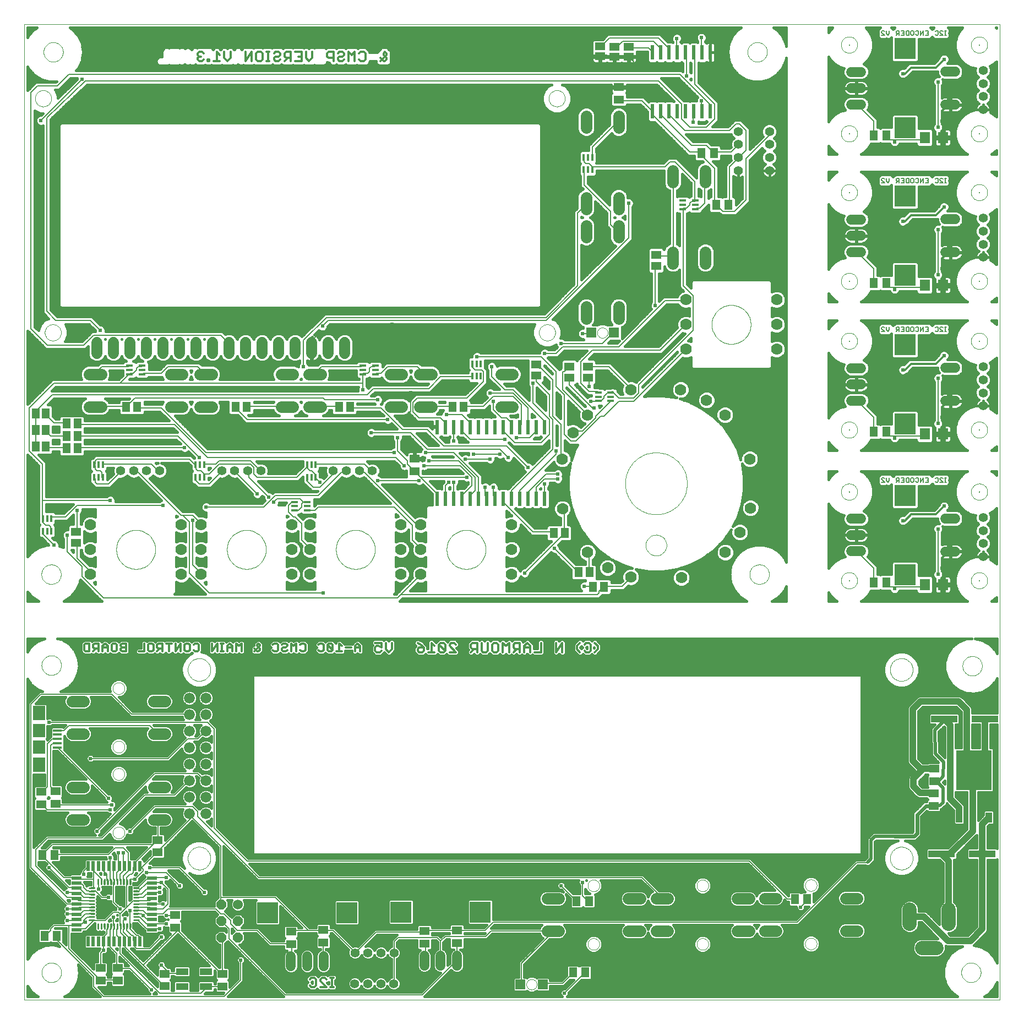
<source format=gbl>
G75*
G70*
%OFA0B0*%
%FSLAX24Y24*%
%IPPOS*%
%LPD*%
%AMOC8*
5,1,8,0,0,1.08239X$1,22.5*
%
%ADD10C,0.0000*%
%ADD11C,0.0140*%
%ADD12C,0.0060*%
%ADD13C,0.0120*%
%ADD14R,0.0236X0.0866*%
%ADD15R,0.0512X0.0591*%
%ADD16R,0.0591X0.0512*%
%ADD17R,0.0140X0.0440*%
%ADD18R,0.0460X0.0630*%
%ADD19R,0.0220X0.0900*%
%ADD20C,0.0660*%
%ADD21R,0.0630X0.0460*%
%ADD22C,0.0705*%
%ADD23C,0.0700*%
%ADD24R,0.0440X0.0140*%
%ADD25C,0.0560*%
%ADD26R,0.0591X0.0591*%
%ADD27C,0.0594*%
%ADD28R,0.1266X0.1266*%
%ADD29R,0.0630X0.0709*%
%ADD30C,0.0005*%
%ADD31C,0.0660*%
%ADD32R,0.0630X0.0512*%
%ADD33R,0.0591X0.0197*%
%ADD34R,0.0197X0.0591*%
%ADD35C,0.0100*%
%ADD36C,0.0100*%
%ADD37C,0.0050*%
%ADD38R,0.0551X0.0157*%
%ADD39R,0.0748X0.0787*%
%ADD40R,0.0748X0.0866*%
%ADD41R,0.0748X0.0433*%
%ADD42R,0.0512X0.0630*%
%ADD43C,0.0600*%
%ADD44OC8,0.0600*%
%ADD45C,0.0860*%
%ADD46R,0.2126X0.2441*%
%ADD47R,0.0394X0.0630*%
%ADD48R,0.1600X0.0430*%
%ADD49C,0.0240*%
%ADD50C,0.0160*%
%ADD51C,0.0080*%
%ADD52C,0.0400*%
%ADD53C,0.0200*%
%ADD54C,0.0240*%
D10*
X001467Y000180D02*
X060522Y000180D01*
X060522Y059235D01*
X001467Y059235D01*
X001467Y000180D01*
X002517Y001821D02*
X002519Y001869D01*
X002525Y001917D01*
X002535Y001964D01*
X002548Y002010D01*
X002566Y002055D01*
X002586Y002099D01*
X002611Y002141D01*
X002639Y002180D01*
X002669Y002217D01*
X002703Y002251D01*
X002740Y002283D01*
X002778Y002312D01*
X002819Y002337D01*
X002862Y002359D01*
X002907Y002377D01*
X002953Y002391D01*
X003000Y002402D01*
X003048Y002409D01*
X003096Y002412D01*
X003144Y002411D01*
X003192Y002406D01*
X003240Y002397D01*
X003286Y002385D01*
X003331Y002368D01*
X003375Y002348D01*
X003417Y002325D01*
X003457Y002298D01*
X003495Y002268D01*
X003530Y002235D01*
X003562Y002199D01*
X003592Y002161D01*
X003618Y002120D01*
X003640Y002077D01*
X003660Y002033D01*
X003675Y001988D01*
X003687Y001941D01*
X003695Y001893D01*
X003699Y001845D01*
X003699Y001797D01*
X003695Y001749D01*
X003687Y001701D01*
X003675Y001654D01*
X003660Y001609D01*
X003640Y001565D01*
X003618Y001522D01*
X003592Y001481D01*
X003562Y001443D01*
X003530Y001407D01*
X003495Y001374D01*
X003457Y001344D01*
X003417Y001317D01*
X003375Y001294D01*
X003331Y001274D01*
X003286Y001257D01*
X003240Y001245D01*
X003192Y001236D01*
X003144Y001231D01*
X003096Y001230D01*
X003048Y001233D01*
X003000Y001240D01*
X002953Y001251D01*
X002907Y001265D01*
X002862Y001283D01*
X002819Y001305D01*
X002778Y001330D01*
X002740Y001359D01*
X002703Y001391D01*
X002669Y001425D01*
X002639Y001462D01*
X002611Y001501D01*
X002586Y001543D01*
X002566Y001587D01*
X002548Y001632D01*
X002535Y001678D01*
X002525Y001725D01*
X002519Y001773D01*
X002517Y001821D01*
X006820Y010293D02*
X006822Y010330D01*
X006828Y010367D01*
X006837Y010403D01*
X006851Y010437D01*
X006868Y010470D01*
X006888Y010502D01*
X006911Y010531D01*
X006937Y010557D01*
X006966Y010580D01*
X006997Y010600D01*
X007031Y010617D01*
X007065Y010631D01*
X007101Y010640D01*
X007138Y010646D01*
X007175Y010648D01*
X007212Y010646D01*
X007249Y010640D01*
X007285Y010631D01*
X007319Y010617D01*
X007352Y010600D01*
X007384Y010580D01*
X007413Y010557D01*
X007439Y010531D01*
X007462Y010502D01*
X007482Y010471D01*
X007499Y010437D01*
X007513Y010403D01*
X007522Y010367D01*
X007528Y010330D01*
X007530Y010293D01*
X007528Y010256D01*
X007522Y010219D01*
X007513Y010183D01*
X007499Y010149D01*
X007482Y010116D01*
X007462Y010084D01*
X007439Y010055D01*
X007413Y010029D01*
X007384Y010006D01*
X007353Y009986D01*
X007319Y009969D01*
X007285Y009955D01*
X007249Y009946D01*
X007212Y009940D01*
X007175Y009938D01*
X007138Y009940D01*
X007101Y009946D01*
X007065Y009955D01*
X007031Y009969D01*
X006998Y009986D01*
X006966Y010006D01*
X006937Y010029D01*
X006911Y010055D01*
X006888Y010084D01*
X006868Y010115D01*
X006851Y010149D01*
X006837Y010183D01*
X006828Y010219D01*
X006822Y010256D01*
X006820Y010293D01*
X006820Y013833D02*
X006822Y013870D01*
X006828Y013907D01*
X006837Y013943D01*
X006851Y013977D01*
X006868Y014010D01*
X006888Y014042D01*
X006911Y014071D01*
X006937Y014097D01*
X006966Y014120D01*
X006997Y014140D01*
X007031Y014157D01*
X007065Y014171D01*
X007101Y014180D01*
X007138Y014186D01*
X007175Y014188D01*
X007212Y014186D01*
X007249Y014180D01*
X007285Y014171D01*
X007319Y014157D01*
X007352Y014140D01*
X007384Y014120D01*
X007413Y014097D01*
X007439Y014071D01*
X007462Y014042D01*
X007482Y014011D01*
X007499Y013977D01*
X007513Y013943D01*
X007522Y013907D01*
X007528Y013870D01*
X007530Y013833D01*
X007528Y013796D01*
X007522Y013759D01*
X007513Y013723D01*
X007499Y013689D01*
X007482Y013656D01*
X007462Y013624D01*
X007439Y013595D01*
X007413Y013569D01*
X007384Y013546D01*
X007353Y013526D01*
X007319Y013509D01*
X007285Y013495D01*
X007249Y013486D01*
X007212Y013480D01*
X007175Y013478D01*
X007138Y013480D01*
X007101Y013486D01*
X007065Y013495D01*
X007031Y013509D01*
X006998Y013526D01*
X006966Y013546D01*
X006937Y013569D01*
X006911Y013595D01*
X006888Y013624D01*
X006868Y013655D01*
X006851Y013689D01*
X006837Y013723D01*
X006828Y013759D01*
X006822Y013796D01*
X006820Y013833D01*
X006820Y015488D02*
X006822Y015525D01*
X006828Y015562D01*
X006837Y015598D01*
X006851Y015632D01*
X006868Y015665D01*
X006888Y015697D01*
X006911Y015726D01*
X006937Y015752D01*
X006966Y015775D01*
X006997Y015795D01*
X007031Y015812D01*
X007065Y015826D01*
X007101Y015835D01*
X007138Y015841D01*
X007175Y015843D01*
X007212Y015841D01*
X007249Y015835D01*
X007285Y015826D01*
X007319Y015812D01*
X007352Y015795D01*
X007384Y015775D01*
X007413Y015752D01*
X007439Y015726D01*
X007462Y015697D01*
X007482Y015666D01*
X007499Y015632D01*
X007513Y015598D01*
X007522Y015562D01*
X007528Y015525D01*
X007530Y015488D01*
X007528Y015451D01*
X007522Y015414D01*
X007513Y015378D01*
X007499Y015344D01*
X007482Y015311D01*
X007462Y015279D01*
X007439Y015250D01*
X007413Y015224D01*
X007384Y015201D01*
X007353Y015181D01*
X007319Y015164D01*
X007285Y015150D01*
X007249Y015141D01*
X007212Y015135D01*
X007175Y015133D01*
X007138Y015135D01*
X007101Y015141D01*
X007065Y015150D01*
X007031Y015164D01*
X006998Y015181D01*
X006966Y015201D01*
X006937Y015224D01*
X006911Y015250D01*
X006888Y015279D01*
X006868Y015310D01*
X006851Y015344D01*
X006837Y015378D01*
X006828Y015414D01*
X006822Y015451D01*
X006820Y015488D01*
X006820Y019028D02*
X006822Y019065D01*
X006828Y019102D01*
X006837Y019138D01*
X006851Y019172D01*
X006868Y019205D01*
X006888Y019237D01*
X006911Y019266D01*
X006937Y019292D01*
X006966Y019315D01*
X006997Y019335D01*
X007031Y019352D01*
X007065Y019366D01*
X007101Y019375D01*
X007138Y019381D01*
X007175Y019383D01*
X007212Y019381D01*
X007249Y019375D01*
X007285Y019366D01*
X007319Y019352D01*
X007352Y019335D01*
X007384Y019315D01*
X007413Y019292D01*
X007439Y019266D01*
X007462Y019237D01*
X007482Y019206D01*
X007499Y019172D01*
X007513Y019138D01*
X007522Y019102D01*
X007528Y019065D01*
X007530Y019028D01*
X007528Y018991D01*
X007522Y018954D01*
X007513Y018918D01*
X007499Y018884D01*
X007482Y018851D01*
X007462Y018819D01*
X007439Y018790D01*
X007413Y018764D01*
X007384Y018741D01*
X007353Y018721D01*
X007319Y018704D01*
X007285Y018690D01*
X007249Y018681D01*
X007212Y018675D01*
X007175Y018673D01*
X007138Y018675D01*
X007101Y018681D01*
X007065Y018690D01*
X007031Y018704D01*
X006998Y018721D01*
X006966Y018741D01*
X006937Y018764D01*
X006911Y018790D01*
X006888Y018819D01*
X006868Y018850D01*
X006851Y018884D01*
X006837Y018918D01*
X006828Y018954D01*
X006822Y018991D01*
X006820Y019028D01*
X002507Y020423D02*
X002509Y020471D01*
X002515Y020519D01*
X002525Y020566D01*
X002538Y020612D01*
X002556Y020657D01*
X002576Y020701D01*
X002601Y020743D01*
X002629Y020782D01*
X002659Y020819D01*
X002693Y020853D01*
X002730Y020885D01*
X002768Y020914D01*
X002809Y020939D01*
X002852Y020961D01*
X002897Y020979D01*
X002943Y020993D01*
X002990Y021004D01*
X003038Y021011D01*
X003086Y021014D01*
X003134Y021013D01*
X003182Y021008D01*
X003230Y020999D01*
X003276Y020987D01*
X003321Y020970D01*
X003365Y020950D01*
X003407Y020927D01*
X003447Y020900D01*
X003485Y020870D01*
X003520Y020837D01*
X003552Y020801D01*
X003582Y020763D01*
X003608Y020722D01*
X003630Y020679D01*
X003650Y020635D01*
X003665Y020590D01*
X003677Y020543D01*
X003685Y020495D01*
X003689Y020447D01*
X003689Y020399D01*
X003685Y020351D01*
X003677Y020303D01*
X003665Y020256D01*
X003650Y020211D01*
X003630Y020167D01*
X003608Y020124D01*
X003582Y020083D01*
X003552Y020045D01*
X003520Y020009D01*
X003485Y019976D01*
X003447Y019946D01*
X003407Y019919D01*
X003365Y019896D01*
X003321Y019876D01*
X003276Y019859D01*
X003230Y019847D01*
X003182Y019838D01*
X003134Y019833D01*
X003086Y019832D01*
X003038Y019835D01*
X002990Y019842D01*
X002943Y019853D01*
X002897Y019867D01*
X002852Y019885D01*
X002809Y019907D01*
X002768Y019932D01*
X002730Y019961D01*
X002693Y019993D01*
X002659Y020027D01*
X002629Y020064D01*
X002601Y020103D01*
X002576Y020145D01*
X002556Y020189D01*
X002538Y020234D01*
X002525Y020280D01*
X002515Y020327D01*
X002509Y020375D01*
X002507Y020423D01*
X001467Y024305D02*
X001467Y059174D01*
X002626Y057555D02*
X002628Y057603D01*
X002634Y057651D01*
X002644Y057698D01*
X002657Y057744D01*
X002675Y057789D01*
X002695Y057833D01*
X002720Y057875D01*
X002748Y057914D01*
X002778Y057951D01*
X002812Y057985D01*
X002849Y058017D01*
X002887Y058046D01*
X002928Y058071D01*
X002971Y058093D01*
X003016Y058111D01*
X003062Y058125D01*
X003109Y058136D01*
X003157Y058143D01*
X003205Y058146D01*
X003253Y058145D01*
X003301Y058140D01*
X003349Y058131D01*
X003395Y058119D01*
X003440Y058102D01*
X003484Y058082D01*
X003526Y058059D01*
X003566Y058032D01*
X003604Y058002D01*
X003639Y057969D01*
X003671Y057933D01*
X003701Y057895D01*
X003727Y057854D01*
X003749Y057811D01*
X003769Y057767D01*
X003784Y057722D01*
X003796Y057675D01*
X003804Y057627D01*
X003808Y057579D01*
X003808Y057531D01*
X003804Y057483D01*
X003796Y057435D01*
X003784Y057388D01*
X003769Y057343D01*
X003749Y057299D01*
X003727Y057256D01*
X003701Y057215D01*
X003671Y057177D01*
X003639Y057141D01*
X003604Y057108D01*
X003566Y057078D01*
X003526Y057051D01*
X003484Y057028D01*
X003440Y057008D01*
X003395Y056991D01*
X003349Y056979D01*
X003301Y056970D01*
X003253Y056965D01*
X003205Y056964D01*
X003157Y056967D01*
X003109Y056974D01*
X003062Y056985D01*
X003016Y056999D01*
X002971Y057017D01*
X002928Y057039D01*
X002887Y057064D01*
X002849Y057093D01*
X002812Y057125D01*
X002778Y057159D01*
X002748Y057196D01*
X002720Y057235D01*
X002695Y057277D01*
X002675Y057321D01*
X002657Y057366D01*
X002644Y057412D01*
X002634Y057459D01*
X002628Y057507D01*
X002626Y057555D01*
X002114Y054742D02*
X002116Y054786D01*
X002122Y054830D01*
X002132Y054873D01*
X002145Y054915D01*
X002163Y054955D01*
X002184Y054994D01*
X002208Y055031D01*
X002235Y055066D01*
X002266Y055098D01*
X002299Y055127D01*
X002335Y055153D01*
X002373Y055175D01*
X002413Y055194D01*
X002454Y055210D01*
X002497Y055222D01*
X002540Y055230D01*
X002584Y055234D01*
X002628Y055234D01*
X002672Y055230D01*
X002715Y055222D01*
X002758Y055210D01*
X002799Y055194D01*
X002839Y055175D01*
X002877Y055153D01*
X002913Y055127D01*
X002946Y055098D01*
X002977Y055066D01*
X003004Y055031D01*
X003028Y054994D01*
X003049Y054955D01*
X003067Y054915D01*
X003080Y054873D01*
X003090Y054830D01*
X003096Y054786D01*
X003098Y054742D01*
X003096Y054698D01*
X003090Y054654D01*
X003080Y054611D01*
X003067Y054569D01*
X003049Y054529D01*
X003028Y054490D01*
X003004Y054453D01*
X002977Y054418D01*
X002946Y054386D01*
X002913Y054357D01*
X002877Y054331D01*
X002839Y054309D01*
X002799Y054290D01*
X002758Y054274D01*
X002715Y054262D01*
X002672Y054254D01*
X002628Y054250D01*
X002584Y054250D01*
X002540Y054254D01*
X002497Y054262D01*
X002454Y054274D01*
X002413Y054290D01*
X002373Y054309D01*
X002335Y054331D01*
X002299Y054357D01*
X002266Y054386D01*
X002235Y054418D01*
X002208Y054453D01*
X002184Y054490D01*
X002163Y054529D01*
X002145Y054569D01*
X002132Y054611D01*
X002122Y054654D01*
X002116Y054698D01*
X002114Y054742D01*
X002705Y040568D02*
X002707Y040612D01*
X002713Y040656D01*
X002723Y040699D01*
X002736Y040741D01*
X002754Y040781D01*
X002775Y040820D01*
X002799Y040857D01*
X002826Y040892D01*
X002857Y040924D01*
X002890Y040953D01*
X002926Y040979D01*
X002964Y041001D01*
X003004Y041020D01*
X003045Y041036D01*
X003088Y041048D01*
X003131Y041056D01*
X003175Y041060D01*
X003219Y041060D01*
X003263Y041056D01*
X003306Y041048D01*
X003349Y041036D01*
X003390Y041020D01*
X003430Y041001D01*
X003468Y040979D01*
X003504Y040953D01*
X003537Y040924D01*
X003568Y040892D01*
X003595Y040857D01*
X003619Y040820D01*
X003640Y040781D01*
X003658Y040741D01*
X003671Y040699D01*
X003681Y040656D01*
X003687Y040612D01*
X003689Y040568D01*
X003687Y040524D01*
X003681Y040480D01*
X003671Y040437D01*
X003658Y040395D01*
X003640Y040355D01*
X003619Y040316D01*
X003595Y040279D01*
X003568Y040244D01*
X003537Y040212D01*
X003504Y040183D01*
X003468Y040157D01*
X003430Y040135D01*
X003390Y040116D01*
X003349Y040100D01*
X003306Y040088D01*
X003263Y040080D01*
X003219Y040076D01*
X003175Y040076D01*
X003131Y040080D01*
X003088Y040088D01*
X003045Y040100D01*
X003004Y040116D01*
X002964Y040135D01*
X002926Y040157D01*
X002890Y040183D01*
X002857Y040212D01*
X002826Y040244D01*
X002799Y040279D01*
X002775Y040316D01*
X002754Y040355D01*
X002736Y040395D01*
X002723Y040437D01*
X002713Y040480D01*
X002707Y040524D01*
X002705Y040568D01*
X007036Y027430D02*
X007038Y027499D01*
X007044Y027567D01*
X007054Y027635D01*
X007068Y027702D01*
X007086Y027769D01*
X007107Y027834D01*
X007133Y027898D01*
X007162Y027960D01*
X007194Y028020D01*
X007230Y028079D01*
X007270Y028135D01*
X007312Y028189D01*
X007358Y028240D01*
X007407Y028289D01*
X007458Y028335D01*
X007512Y028377D01*
X007568Y028417D01*
X007626Y028453D01*
X007687Y028485D01*
X007749Y028514D01*
X007813Y028540D01*
X007878Y028561D01*
X007945Y028579D01*
X008012Y028593D01*
X008080Y028603D01*
X008148Y028609D01*
X008217Y028611D01*
X008286Y028609D01*
X008354Y028603D01*
X008422Y028593D01*
X008489Y028579D01*
X008556Y028561D01*
X008621Y028540D01*
X008685Y028514D01*
X008747Y028485D01*
X008807Y028453D01*
X008866Y028417D01*
X008922Y028377D01*
X008976Y028335D01*
X009027Y028289D01*
X009076Y028240D01*
X009122Y028189D01*
X009164Y028135D01*
X009204Y028079D01*
X009240Y028020D01*
X009272Y027960D01*
X009301Y027898D01*
X009327Y027834D01*
X009348Y027769D01*
X009366Y027702D01*
X009380Y027635D01*
X009390Y027567D01*
X009396Y027499D01*
X009398Y027430D01*
X009396Y027361D01*
X009390Y027293D01*
X009380Y027225D01*
X009366Y027158D01*
X009348Y027091D01*
X009327Y027026D01*
X009301Y026962D01*
X009272Y026900D01*
X009240Y026839D01*
X009204Y026781D01*
X009164Y026725D01*
X009122Y026671D01*
X009076Y026620D01*
X009027Y026571D01*
X008976Y026525D01*
X008922Y026483D01*
X008866Y026443D01*
X008808Y026407D01*
X008747Y026375D01*
X008685Y026346D01*
X008621Y026320D01*
X008556Y026299D01*
X008489Y026281D01*
X008422Y026267D01*
X008354Y026257D01*
X008286Y026251D01*
X008217Y026249D01*
X008148Y026251D01*
X008080Y026257D01*
X008012Y026267D01*
X007945Y026281D01*
X007878Y026299D01*
X007813Y026320D01*
X007749Y026346D01*
X007687Y026375D01*
X007626Y026407D01*
X007568Y026443D01*
X007512Y026483D01*
X007458Y026525D01*
X007407Y026571D01*
X007358Y026620D01*
X007312Y026671D01*
X007270Y026725D01*
X007230Y026781D01*
X007194Y026839D01*
X007162Y026900D01*
X007133Y026962D01*
X007107Y027026D01*
X007086Y027091D01*
X007068Y027158D01*
X007054Y027225D01*
X007044Y027293D01*
X007038Y027361D01*
X007036Y027430D01*
X002501Y025930D02*
X002503Y025978D01*
X002509Y026026D01*
X002519Y026073D01*
X002532Y026119D01*
X002550Y026164D01*
X002570Y026208D01*
X002595Y026250D01*
X002623Y026289D01*
X002653Y026326D01*
X002687Y026360D01*
X002724Y026392D01*
X002762Y026421D01*
X002803Y026446D01*
X002846Y026468D01*
X002891Y026486D01*
X002937Y026500D01*
X002984Y026511D01*
X003032Y026518D01*
X003080Y026521D01*
X003128Y026520D01*
X003176Y026515D01*
X003224Y026506D01*
X003270Y026494D01*
X003315Y026477D01*
X003359Y026457D01*
X003401Y026434D01*
X003441Y026407D01*
X003479Y026377D01*
X003514Y026344D01*
X003546Y026308D01*
X003576Y026270D01*
X003602Y026229D01*
X003624Y026186D01*
X003644Y026142D01*
X003659Y026097D01*
X003671Y026050D01*
X003679Y026002D01*
X003683Y025954D01*
X003683Y025906D01*
X003679Y025858D01*
X003671Y025810D01*
X003659Y025763D01*
X003644Y025718D01*
X003624Y025674D01*
X003602Y025631D01*
X003576Y025590D01*
X003546Y025552D01*
X003514Y025516D01*
X003479Y025483D01*
X003441Y025453D01*
X003401Y025426D01*
X003359Y025403D01*
X003315Y025383D01*
X003270Y025366D01*
X003224Y025354D01*
X003176Y025345D01*
X003128Y025340D01*
X003080Y025339D01*
X003032Y025342D01*
X002984Y025349D01*
X002937Y025360D01*
X002891Y025374D01*
X002846Y025392D01*
X002803Y025414D01*
X002762Y025439D01*
X002724Y025468D01*
X002687Y025500D01*
X002653Y025534D01*
X002623Y025571D01*
X002595Y025610D01*
X002570Y025652D01*
X002550Y025696D01*
X002532Y025741D01*
X002519Y025787D01*
X002509Y025834D01*
X002503Y025882D01*
X002501Y025930D01*
X011361Y020155D02*
X011363Y020207D01*
X011369Y020259D01*
X011379Y020310D01*
X011392Y020360D01*
X011410Y020410D01*
X011431Y020457D01*
X011455Y020503D01*
X011484Y020547D01*
X011515Y020589D01*
X011549Y020628D01*
X011586Y020665D01*
X011626Y020698D01*
X011669Y020729D01*
X011713Y020756D01*
X011759Y020780D01*
X011808Y020800D01*
X011857Y020816D01*
X011908Y020829D01*
X011959Y020838D01*
X012011Y020843D01*
X012063Y020844D01*
X012115Y020841D01*
X012167Y020834D01*
X012218Y020823D01*
X012268Y020809D01*
X012317Y020790D01*
X012364Y020768D01*
X012409Y020743D01*
X012453Y020714D01*
X012494Y020682D01*
X012533Y020647D01*
X012568Y020609D01*
X012601Y020568D01*
X012631Y020526D01*
X012657Y020481D01*
X012680Y020434D01*
X012699Y020385D01*
X012715Y020335D01*
X012727Y020285D01*
X012735Y020233D01*
X012739Y020181D01*
X012739Y020129D01*
X012735Y020077D01*
X012727Y020025D01*
X012715Y019975D01*
X012699Y019925D01*
X012680Y019876D01*
X012657Y019829D01*
X012631Y019784D01*
X012601Y019742D01*
X012568Y019701D01*
X012533Y019663D01*
X012494Y019628D01*
X012453Y019596D01*
X012409Y019567D01*
X012364Y019542D01*
X012317Y019520D01*
X012268Y019501D01*
X012218Y019487D01*
X012167Y019476D01*
X012115Y019469D01*
X012063Y019466D01*
X012011Y019467D01*
X011959Y019472D01*
X011908Y019481D01*
X011857Y019494D01*
X011808Y019510D01*
X011759Y019530D01*
X011713Y019554D01*
X011669Y019581D01*
X011626Y019612D01*
X011586Y019645D01*
X011549Y019682D01*
X011515Y019721D01*
X011484Y019763D01*
X011455Y019807D01*
X011431Y019853D01*
X011410Y019900D01*
X011392Y019950D01*
X011379Y020000D01*
X011369Y020051D01*
X011363Y020103D01*
X011361Y020155D01*
X013736Y027430D02*
X013738Y027499D01*
X013744Y027567D01*
X013754Y027635D01*
X013768Y027702D01*
X013786Y027769D01*
X013807Y027834D01*
X013833Y027898D01*
X013862Y027960D01*
X013894Y028020D01*
X013930Y028079D01*
X013970Y028135D01*
X014012Y028189D01*
X014058Y028240D01*
X014107Y028289D01*
X014158Y028335D01*
X014212Y028377D01*
X014268Y028417D01*
X014326Y028453D01*
X014387Y028485D01*
X014449Y028514D01*
X014513Y028540D01*
X014578Y028561D01*
X014645Y028579D01*
X014712Y028593D01*
X014780Y028603D01*
X014848Y028609D01*
X014917Y028611D01*
X014986Y028609D01*
X015054Y028603D01*
X015122Y028593D01*
X015189Y028579D01*
X015256Y028561D01*
X015321Y028540D01*
X015385Y028514D01*
X015447Y028485D01*
X015507Y028453D01*
X015566Y028417D01*
X015622Y028377D01*
X015676Y028335D01*
X015727Y028289D01*
X015776Y028240D01*
X015822Y028189D01*
X015864Y028135D01*
X015904Y028079D01*
X015940Y028020D01*
X015972Y027960D01*
X016001Y027898D01*
X016027Y027834D01*
X016048Y027769D01*
X016066Y027702D01*
X016080Y027635D01*
X016090Y027567D01*
X016096Y027499D01*
X016098Y027430D01*
X016096Y027361D01*
X016090Y027293D01*
X016080Y027225D01*
X016066Y027158D01*
X016048Y027091D01*
X016027Y027026D01*
X016001Y026962D01*
X015972Y026900D01*
X015940Y026839D01*
X015904Y026781D01*
X015864Y026725D01*
X015822Y026671D01*
X015776Y026620D01*
X015727Y026571D01*
X015676Y026525D01*
X015622Y026483D01*
X015566Y026443D01*
X015508Y026407D01*
X015447Y026375D01*
X015385Y026346D01*
X015321Y026320D01*
X015256Y026299D01*
X015189Y026281D01*
X015122Y026267D01*
X015054Y026257D01*
X014986Y026251D01*
X014917Y026249D01*
X014848Y026251D01*
X014780Y026257D01*
X014712Y026267D01*
X014645Y026281D01*
X014578Y026299D01*
X014513Y026320D01*
X014449Y026346D01*
X014387Y026375D01*
X014326Y026407D01*
X014268Y026443D01*
X014212Y026483D01*
X014158Y026525D01*
X014107Y026571D01*
X014058Y026620D01*
X014012Y026671D01*
X013970Y026725D01*
X013930Y026781D01*
X013894Y026839D01*
X013862Y026900D01*
X013833Y026962D01*
X013807Y027026D01*
X013786Y027091D01*
X013768Y027158D01*
X013754Y027225D01*
X013744Y027293D01*
X013738Y027361D01*
X013736Y027430D01*
X020336Y027430D02*
X020338Y027499D01*
X020344Y027567D01*
X020354Y027635D01*
X020368Y027702D01*
X020386Y027769D01*
X020407Y027834D01*
X020433Y027898D01*
X020462Y027960D01*
X020494Y028020D01*
X020530Y028079D01*
X020570Y028135D01*
X020612Y028189D01*
X020658Y028240D01*
X020707Y028289D01*
X020758Y028335D01*
X020812Y028377D01*
X020868Y028417D01*
X020926Y028453D01*
X020987Y028485D01*
X021049Y028514D01*
X021113Y028540D01*
X021178Y028561D01*
X021245Y028579D01*
X021312Y028593D01*
X021380Y028603D01*
X021448Y028609D01*
X021517Y028611D01*
X021586Y028609D01*
X021654Y028603D01*
X021722Y028593D01*
X021789Y028579D01*
X021856Y028561D01*
X021921Y028540D01*
X021985Y028514D01*
X022047Y028485D01*
X022107Y028453D01*
X022166Y028417D01*
X022222Y028377D01*
X022276Y028335D01*
X022327Y028289D01*
X022376Y028240D01*
X022422Y028189D01*
X022464Y028135D01*
X022504Y028079D01*
X022540Y028020D01*
X022572Y027960D01*
X022601Y027898D01*
X022627Y027834D01*
X022648Y027769D01*
X022666Y027702D01*
X022680Y027635D01*
X022690Y027567D01*
X022696Y027499D01*
X022698Y027430D01*
X022696Y027361D01*
X022690Y027293D01*
X022680Y027225D01*
X022666Y027158D01*
X022648Y027091D01*
X022627Y027026D01*
X022601Y026962D01*
X022572Y026900D01*
X022540Y026839D01*
X022504Y026781D01*
X022464Y026725D01*
X022422Y026671D01*
X022376Y026620D01*
X022327Y026571D01*
X022276Y026525D01*
X022222Y026483D01*
X022166Y026443D01*
X022108Y026407D01*
X022047Y026375D01*
X021985Y026346D01*
X021921Y026320D01*
X021856Y026299D01*
X021789Y026281D01*
X021722Y026267D01*
X021654Y026257D01*
X021586Y026251D01*
X021517Y026249D01*
X021448Y026251D01*
X021380Y026257D01*
X021312Y026267D01*
X021245Y026281D01*
X021178Y026299D01*
X021113Y026320D01*
X021049Y026346D01*
X020987Y026375D01*
X020926Y026407D01*
X020868Y026443D01*
X020812Y026483D01*
X020758Y026525D01*
X020707Y026571D01*
X020658Y026620D01*
X020612Y026671D01*
X020570Y026725D01*
X020530Y026781D01*
X020494Y026839D01*
X020462Y026900D01*
X020433Y026962D01*
X020407Y027026D01*
X020386Y027091D01*
X020368Y027158D01*
X020354Y027225D01*
X020344Y027293D01*
X020338Y027361D01*
X020336Y027430D01*
X027036Y027430D02*
X027038Y027499D01*
X027044Y027567D01*
X027054Y027635D01*
X027068Y027702D01*
X027086Y027769D01*
X027107Y027834D01*
X027133Y027898D01*
X027162Y027960D01*
X027194Y028020D01*
X027230Y028079D01*
X027270Y028135D01*
X027312Y028189D01*
X027358Y028240D01*
X027407Y028289D01*
X027458Y028335D01*
X027512Y028377D01*
X027568Y028417D01*
X027626Y028453D01*
X027687Y028485D01*
X027749Y028514D01*
X027813Y028540D01*
X027878Y028561D01*
X027945Y028579D01*
X028012Y028593D01*
X028080Y028603D01*
X028148Y028609D01*
X028217Y028611D01*
X028286Y028609D01*
X028354Y028603D01*
X028422Y028593D01*
X028489Y028579D01*
X028556Y028561D01*
X028621Y028540D01*
X028685Y028514D01*
X028747Y028485D01*
X028807Y028453D01*
X028866Y028417D01*
X028922Y028377D01*
X028976Y028335D01*
X029027Y028289D01*
X029076Y028240D01*
X029122Y028189D01*
X029164Y028135D01*
X029204Y028079D01*
X029240Y028020D01*
X029272Y027960D01*
X029301Y027898D01*
X029327Y027834D01*
X029348Y027769D01*
X029366Y027702D01*
X029380Y027635D01*
X029390Y027567D01*
X029396Y027499D01*
X029398Y027430D01*
X029396Y027361D01*
X029390Y027293D01*
X029380Y027225D01*
X029366Y027158D01*
X029348Y027091D01*
X029327Y027026D01*
X029301Y026962D01*
X029272Y026900D01*
X029240Y026839D01*
X029204Y026781D01*
X029164Y026725D01*
X029122Y026671D01*
X029076Y026620D01*
X029027Y026571D01*
X028976Y026525D01*
X028922Y026483D01*
X028866Y026443D01*
X028808Y026407D01*
X028747Y026375D01*
X028685Y026346D01*
X028621Y026320D01*
X028556Y026299D01*
X028489Y026281D01*
X028422Y026267D01*
X028354Y026257D01*
X028286Y026251D01*
X028217Y026249D01*
X028148Y026251D01*
X028080Y026257D01*
X028012Y026267D01*
X027945Y026281D01*
X027878Y026299D01*
X027813Y026320D01*
X027749Y026346D01*
X027687Y026375D01*
X027626Y026407D01*
X027568Y026443D01*
X027512Y026483D01*
X027458Y026525D01*
X027407Y026571D01*
X027358Y026620D01*
X027312Y026671D01*
X027270Y026725D01*
X027230Y026781D01*
X027194Y026839D01*
X027162Y026900D01*
X027133Y026962D01*
X027107Y027026D01*
X027086Y027091D01*
X027068Y027158D01*
X027054Y027225D01*
X027044Y027293D01*
X027038Y027361D01*
X027036Y027430D01*
X039087Y027690D02*
X039089Y027740D01*
X039095Y027790D01*
X039105Y027839D01*
X039119Y027887D01*
X039136Y027934D01*
X039157Y027979D01*
X039182Y028023D01*
X039210Y028064D01*
X039242Y028103D01*
X039276Y028140D01*
X039313Y028174D01*
X039353Y028204D01*
X039395Y028231D01*
X039439Y028255D01*
X039485Y028276D01*
X039532Y028292D01*
X039580Y028305D01*
X039630Y028314D01*
X039679Y028319D01*
X039730Y028320D01*
X039780Y028317D01*
X039829Y028310D01*
X039878Y028299D01*
X039926Y028284D01*
X039972Y028266D01*
X040017Y028244D01*
X040060Y028218D01*
X040101Y028189D01*
X040140Y028157D01*
X040176Y028122D01*
X040208Y028084D01*
X040238Y028044D01*
X040265Y028001D01*
X040288Y027957D01*
X040307Y027911D01*
X040323Y027863D01*
X040335Y027814D01*
X040343Y027765D01*
X040347Y027715D01*
X040347Y027665D01*
X040343Y027615D01*
X040335Y027566D01*
X040323Y027517D01*
X040307Y027469D01*
X040288Y027423D01*
X040265Y027379D01*
X040238Y027336D01*
X040208Y027296D01*
X040176Y027258D01*
X040140Y027223D01*
X040101Y027191D01*
X040060Y027162D01*
X040017Y027136D01*
X039972Y027114D01*
X039926Y027096D01*
X039878Y027081D01*
X039829Y027070D01*
X039780Y027063D01*
X039730Y027060D01*
X039679Y027061D01*
X039630Y027066D01*
X039580Y027075D01*
X039532Y027088D01*
X039485Y027104D01*
X039439Y027125D01*
X039395Y027149D01*
X039353Y027176D01*
X039313Y027206D01*
X039276Y027240D01*
X039242Y027277D01*
X039210Y027316D01*
X039182Y027357D01*
X039157Y027401D01*
X039136Y027446D01*
X039119Y027493D01*
X039105Y027541D01*
X039095Y027590D01*
X039089Y027640D01*
X039087Y027690D01*
X037842Y031430D02*
X037844Y031522D01*
X037851Y031614D01*
X037862Y031705D01*
X037878Y031796D01*
X037898Y031886D01*
X037923Y031974D01*
X037952Y032062D01*
X037985Y032148D01*
X038022Y032232D01*
X038063Y032314D01*
X038109Y032394D01*
X038158Y032472D01*
X038211Y032547D01*
X038268Y032619D01*
X038328Y032689D01*
X038391Y032756D01*
X038458Y032819D01*
X038528Y032879D01*
X038600Y032936D01*
X038675Y032989D01*
X038753Y033038D01*
X038833Y033084D01*
X038915Y033125D01*
X038999Y033162D01*
X039085Y033195D01*
X039173Y033224D01*
X039261Y033249D01*
X039351Y033269D01*
X039442Y033285D01*
X039533Y033296D01*
X039625Y033303D01*
X039717Y033305D01*
X039809Y033303D01*
X039901Y033296D01*
X039992Y033285D01*
X040083Y033269D01*
X040173Y033249D01*
X040261Y033224D01*
X040349Y033195D01*
X040435Y033162D01*
X040519Y033125D01*
X040601Y033084D01*
X040681Y033038D01*
X040759Y032989D01*
X040834Y032936D01*
X040906Y032879D01*
X040976Y032819D01*
X041043Y032756D01*
X041106Y032689D01*
X041166Y032619D01*
X041223Y032547D01*
X041276Y032472D01*
X041325Y032394D01*
X041371Y032314D01*
X041412Y032232D01*
X041449Y032148D01*
X041482Y032062D01*
X041511Y031974D01*
X041536Y031886D01*
X041556Y031796D01*
X041572Y031705D01*
X041583Y031614D01*
X041590Y031522D01*
X041592Y031430D01*
X041590Y031338D01*
X041583Y031246D01*
X041572Y031155D01*
X041556Y031064D01*
X041536Y030974D01*
X041511Y030886D01*
X041482Y030798D01*
X041449Y030712D01*
X041412Y030628D01*
X041371Y030546D01*
X041325Y030466D01*
X041276Y030388D01*
X041223Y030313D01*
X041166Y030241D01*
X041106Y030171D01*
X041043Y030104D01*
X040976Y030041D01*
X040906Y029981D01*
X040834Y029924D01*
X040759Y029871D01*
X040681Y029822D01*
X040601Y029776D01*
X040519Y029735D01*
X040435Y029698D01*
X040349Y029665D01*
X040261Y029636D01*
X040173Y029611D01*
X040083Y029591D01*
X039992Y029575D01*
X039901Y029564D01*
X039809Y029557D01*
X039717Y029555D01*
X039625Y029557D01*
X039533Y029564D01*
X039442Y029575D01*
X039351Y029591D01*
X039261Y029611D01*
X039173Y029636D01*
X039085Y029665D01*
X038999Y029698D01*
X038915Y029735D01*
X038833Y029776D01*
X038753Y029822D01*
X038675Y029871D01*
X038600Y029924D01*
X038528Y029981D01*
X038458Y030041D01*
X038391Y030104D01*
X038328Y030171D01*
X038268Y030241D01*
X038211Y030313D01*
X038158Y030388D01*
X038109Y030466D01*
X038063Y030546D01*
X038022Y030628D01*
X037985Y030712D01*
X037952Y030798D01*
X037923Y030886D01*
X037898Y030974D01*
X037878Y031064D01*
X037862Y031155D01*
X037851Y031246D01*
X037844Y031338D01*
X037842Y031430D01*
X045376Y025930D02*
X045378Y025978D01*
X045384Y026026D01*
X045394Y026073D01*
X045407Y026119D01*
X045425Y026164D01*
X045445Y026208D01*
X045470Y026250D01*
X045498Y026289D01*
X045528Y026326D01*
X045562Y026360D01*
X045599Y026392D01*
X045637Y026421D01*
X045678Y026446D01*
X045721Y026468D01*
X045766Y026486D01*
X045812Y026500D01*
X045859Y026511D01*
X045907Y026518D01*
X045955Y026521D01*
X046003Y026520D01*
X046051Y026515D01*
X046099Y026506D01*
X046145Y026494D01*
X046190Y026477D01*
X046234Y026457D01*
X046276Y026434D01*
X046316Y026407D01*
X046354Y026377D01*
X046389Y026344D01*
X046421Y026308D01*
X046451Y026270D01*
X046477Y026229D01*
X046499Y026186D01*
X046519Y026142D01*
X046534Y026097D01*
X046546Y026050D01*
X046554Y026002D01*
X046558Y025954D01*
X046558Y025906D01*
X046554Y025858D01*
X046546Y025810D01*
X046534Y025763D01*
X046519Y025718D01*
X046499Y025674D01*
X046477Y025631D01*
X046451Y025590D01*
X046421Y025552D01*
X046389Y025516D01*
X046354Y025483D01*
X046316Y025453D01*
X046276Y025426D01*
X046234Y025403D01*
X046190Y025383D01*
X046145Y025366D01*
X046099Y025354D01*
X046051Y025345D01*
X046003Y025340D01*
X045955Y025339D01*
X045907Y025342D01*
X045859Y025349D01*
X045812Y025360D01*
X045766Y025374D01*
X045721Y025392D01*
X045678Y025414D01*
X045637Y025439D01*
X045599Y025468D01*
X045562Y025500D01*
X045528Y025534D01*
X045498Y025571D01*
X045470Y025610D01*
X045445Y025652D01*
X045425Y025696D01*
X045407Y025741D01*
X045394Y025787D01*
X045384Y025834D01*
X045378Y025882D01*
X045376Y025930D01*
X050913Y025555D02*
X050915Y025599D01*
X050921Y025643D01*
X050931Y025686D01*
X050944Y025728D01*
X050962Y025768D01*
X050983Y025807D01*
X051007Y025844D01*
X051034Y025879D01*
X051065Y025911D01*
X051098Y025940D01*
X051134Y025966D01*
X051172Y025988D01*
X051212Y026007D01*
X051253Y026023D01*
X051296Y026035D01*
X051339Y026043D01*
X051383Y026047D01*
X051427Y026047D01*
X051471Y026043D01*
X051514Y026035D01*
X051557Y026023D01*
X051598Y026007D01*
X051638Y025988D01*
X051676Y025966D01*
X051712Y025940D01*
X051745Y025911D01*
X051776Y025879D01*
X051803Y025844D01*
X051827Y025807D01*
X051848Y025768D01*
X051866Y025728D01*
X051879Y025686D01*
X051889Y025643D01*
X051895Y025599D01*
X051897Y025555D01*
X051895Y025511D01*
X051889Y025467D01*
X051879Y025424D01*
X051866Y025382D01*
X051848Y025342D01*
X051827Y025303D01*
X051803Y025266D01*
X051776Y025231D01*
X051745Y025199D01*
X051712Y025170D01*
X051676Y025144D01*
X051638Y025122D01*
X051598Y025103D01*
X051557Y025087D01*
X051514Y025075D01*
X051471Y025067D01*
X051427Y025063D01*
X051383Y025063D01*
X051339Y025067D01*
X051296Y025075D01*
X051253Y025087D01*
X051212Y025103D01*
X051172Y025122D01*
X051134Y025144D01*
X051098Y025170D01*
X051065Y025199D01*
X051034Y025231D01*
X051007Y025266D01*
X050983Y025303D01*
X050962Y025342D01*
X050944Y025382D01*
X050931Y025424D01*
X050921Y025467D01*
X050915Y025511D01*
X050913Y025555D01*
X050913Y030930D02*
X050915Y030974D01*
X050921Y031018D01*
X050931Y031061D01*
X050944Y031103D01*
X050962Y031143D01*
X050983Y031182D01*
X051007Y031219D01*
X051034Y031254D01*
X051065Y031286D01*
X051098Y031315D01*
X051134Y031341D01*
X051172Y031363D01*
X051212Y031382D01*
X051253Y031398D01*
X051296Y031410D01*
X051339Y031418D01*
X051383Y031422D01*
X051427Y031422D01*
X051471Y031418D01*
X051514Y031410D01*
X051557Y031398D01*
X051598Y031382D01*
X051638Y031363D01*
X051676Y031341D01*
X051712Y031315D01*
X051745Y031286D01*
X051776Y031254D01*
X051803Y031219D01*
X051827Y031182D01*
X051848Y031143D01*
X051866Y031103D01*
X051879Y031061D01*
X051889Y031018D01*
X051895Y030974D01*
X051897Y030930D01*
X051895Y030886D01*
X051889Y030842D01*
X051879Y030799D01*
X051866Y030757D01*
X051848Y030717D01*
X051827Y030678D01*
X051803Y030641D01*
X051776Y030606D01*
X051745Y030574D01*
X051712Y030545D01*
X051676Y030519D01*
X051638Y030497D01*
X051598Y030478D01*
X051557Y030462D01*
X051514Y030450D01*
X051471Y030442D01*
X051427Y030438D01*
X051383Y030438D01*
X051339Y030442D01*
X051296Y030450D01*
X051253Y030462D01*
X051212Y030478D01*
X051172Y030497D01*
X051134Y030519D01*
X051098Y030545D01*
X051065Y030574D01*
X051034Y030606D01*
X051007Y030641D01*
X050983Y030678D01*
X050962Y030717D01*
X050944Y030757D01*
X050931Y030799D01*
X050921Y030842D01*
X050915Y030886D01*
X050913Y030930D01*
X050913Y034680D02*
X050915Y034724D01*
X050921Y034768D01*
X050931Y034811D01*
X050944Y034853D01*
X050962Y034893D01*
X050983Y034932D01*
X051007Y034969D01*
X051034Y035004D01*
X051065Y035036D01*
X051098Y035065D01*
X051134Y035091D01*
X051172Y035113D01*
X051212Y035132D01*
X051253Y035148D01*
X051296Y035160D01*
X051339Y035168D01*
X051383Y035172D01*
X051427Y035172D01*
X051471Y035168D01*
X051514Y035160D01*
X051557Y035148D01*
X051598Y035132D01*
X051638Y035113D01*
X051676Y035091D01*
X051712Y035065D01*
X051745Y035036D01*
X051776Y035004D01*
X051803Y034969D01*
X051827Y034932D01*
X051848Y034893D01*
X051866Y034853D01*
X051879Y034811D01*
X051889Y034768D01*
X051895Y034724D01*
X051897Y034680D01*
X051895Y034636D01*
X051889Y034592D01*
X051879Y034549D01*
X051866Y034507D01*
X051848Y034467D01*
X051827Y034428D01*
X051803Y034391D01*
X051776Y034356D01*
X051745Y034324D01*
X051712Y034295D01*
X051676Y034269D01*
X051638Y034247D01*
X051598Y034228D01*
X051557Y034212D01*
X051514Y034200D01*
X051471Y034192D01*
X051427Y034188D01*
X051383Y034188D01*
X051339Y034192D01*
X051296Y034200D01*
X051253Y034212D01*
X051212Y034228D01*
X051172Y034247D01*
X051134Y034269D01*
X051098Y034295D01*
X051065Y034324D01*
X051034Y034356D01*
X051007Y034391D01*
X050983Y034428D01*
X050962Y034467D01*
X050944Y034507D01*
X050931Y034549D01*
X050921Y034592D01*
X050915Y034636D01*
X050913Y034680D01*
X050913Y040055D02*
X050915Y040099D01*
X050921Y040143D01*
X050931Y040186D01*
X050944Y040228D01*
X050962Y040268D01*
X050983Y040307D01*
X051007Y040344D01*
X051034Y040379D01*
X051065Y040411D01*
X051098Y040440D01*
X051134Y040466D01*
X051172Y040488D01*
X051212Y040507D01*
X051253Y040523D01*
X051296Y040535D01*
X051339Y040543D01*
X051383Y040547D01*
X051427Y040547D01*
X051471Y040543D01*
X051514Y040535D01*
X051557Y040523D01*
X051598Y040507D01*
X051638Y040488D01*
X051676Y040466D01*
X051712Y040440D01*
X051745Y040411D01*
X051776Y040379D01*
X051803Y040344D01*
X051827Y040307D01*
X051848Y040268D01*
X051866Y040228D01*
X051879Y040186D01*
X051889Y040143D01*
X051895Y040099D01*
X051897Y040055D01*
X051895Y040011D01*
X051889Y039967D01*
X051879Y039924D01*
X051866Y039882D01*
X051848Y039842D01*
X051827Y039803D01*
X051803Y039766D01*
X051776Y039731D01*
X051745Y039699D01*
X051712Y039670D01*
X051676Y039644D01*
X051638Y039622D01*
X051598Y039603D01*
X051557Y039587D01*
X051514Y039575D01*
X051471Y039567D01*
X051427Y039563D01*
X051383Y039563D01*
X051339Y039567D01*
X051296Y039575D01*
X051253Y039587D01*
X051212Y039603D01*
X051172Y039622D01*
X051134Y039644D01*
X051098Y039670D01*
X051065Y039699D01*
X051034Y039731D01*
X051007Y039766D01*
X050983Y039803D01*
X050962Y039842D01*
X050944Y039882D01*
X050931Y039924D01*
X050921Y039967D01*
X050915Y040011D01*
X050913Y040055D01*
X050913Y043680D02*
X050915Y043724D01*
X050921Y043768D01*
X050931Y043811D01*
X050944Y043853D01*
X050962Y043893D01*
X050983Y043932D01*
X051007Y043969D01*
X051034Y044004D01*
X051065Y044036D01*
X051098Y044065D01*
X051134Y044091D01*
X051172Y044113D01*
X051212Y044132D01*
X051253Y044148D01*
X051296Y044160D01*
X051339Y044168D01*
X051383Y044172D01*
X051427Y044172D01*
X051471Y044168D01*
X051514Y044160D01*
X051557Y044148D01*
X051598Y044132D01*
X051638Y044113D01*
X051676Y044091D01*
X051712Y044065D01*
X051745Y044036D01*
X051776Y044004D01*
X051803Y043969D01*
X051827Y043932D01*
X051848Y043893D01*
X051866Y043853D01*
X051879Y043811D01*
X051889Y043768D01*
X051895Y043724D01*
X051897Y043680D01*
X051895Y043636D01*
X051889Y043592D01*
X051879Y043549D01*
X051866Y043507D01*
X051848Y043467D01*
X051827Y043428D01*
X051803Y043391D01*
X051776Y043356D01*
X051745Y043324D01*
X051712Y043295D01*
X051676Y043269D01*
X051638Y043247D01*
X051598Y043228D01*
X051557Y043212D01*
X051514Y043200D01*
X051471Y043192D01*
X051427Y043188D01*
X051383Y043188D01*
X051339Y043192D01*
X051296Y043200D01*
X051253Y043212D01*
X051212Y043228D01*
X051172Y043247D01*
X051134Y043269D01*
X051098Y043295D01*
X051065Y043324D01*
X051034Y043356D01*
X051007Y043391D01*
X050983Y043428D01*
X050962Y043467D01*
X050944Y043507D01*
X050931Y043549D01*
X050921Y043592D01*
X050915Y043636D01*
X050913Y043680D01*
X050913Y049055D02*
X050915Y049099D01*
X050921Y049143D01*
X050931Y049186D01*
X050944Y049228D01*
X050962Y049268D01*
X050983Y049307D01*
X051007Y049344D01*
X051034Y049379D01*
X051065Y049411D01*
X051098Y049440D01*
X051134Y049466D01*
X051172Y049488D01*
X051212Y049507D01*
X051253Y049523D01*
X051296Y049535D01*
X051339Y049543D01*
X051383Y049547D01*
X051427Y049547D01*
X051471Y049543D01*
X051514Y049535D01*
X051557Y049523D01*
X051598Y049507D01*
X051638Y049488D01*
X051676Y049466D01*
X051712Y049440D01*
X051745Y049411D01*
X051776Y049379D01*
X051803Y049344D01*
X051827Y049307D01*
X051848Y049268D01*
X051866Y049228D01*
X051879Y049186D01*
X051889Y049143D01*
X051895Y049099D01*
X051897Y049055D01*
X051895Y049011D01*
X051889Y048967D01*
X051879Y048924D01*
X051866Y048882D01*
X051848Y048842D01*
X051827Y048803D01*
X051803Y048766D01*
X051776Y048731D01*
X051745Y048699D01*
X051712Y048670D01*
X051676Y048644D01*
X051638Y048622D01*
X051598Y048603D01*
X051557Y048587D01*
X051514Y048575D01*
X051471Y048567D01*
X051427Y048563D01*
X051383Y048563D01*
X051339Y048567D01*
X051296Y048575D01*
X051253Y048587D01*
X051212Y048603D01*
X051172Y048622D01*
X051134Y048644D01*
X051098Y048670D01*
X051065Y048699D01*
X051034Y048731D01*
X051007Y048766D01*
X050983Y048803D01*
X050962Y048842D01*
X050944Y048882D01*
X050931Y048924D01*
X050921Y048967D01*
X050915Y049011D01*
X050913Y049055D01*
X050913Y052618D02*
X050915Y052662D01*
X050921Y052706D01*
X050931Y052749D01*
X050944Y052791D01*
X050962Y052831D01*
X050983Y052870D01*
X051007Y052907D01*
X051034Y052942D01*
X051065Y052974D01*
X051098Y053003D01*
X051134Y053029D01*
X051172Y053051D01*
X051212Y053070D01*
X051253Y053086D01*
X051296Y053098D01*
X051339Y053106D01*
X051383Y053110D01*
X051427Y053110D01*
X051471Y053106D01*
X051514Y053098D01*
X051557Y053086D01*
X051598Y053070D01*
X051638Y053051D01*
X051676Y053029D01*
X051712Y053003D01*
X051745Y052974D01*
X051776Y052942D01*
X051803Y052907D01*
X051827Y052870D01*
X051848Y052831D01*
X051866Y052791D01*
X051879Y052749D01*
X051889Y052706D01*
X051895Y052662D01*
X051897Y052618D01*
X051895Y052574D01*
X051889Y052530D01*
X051879Y052487D01*
X051866Y052445D01*
X051848Y052405D01*
X051827Y052366D01*
X051803Y052329D01*
X051776Y052294D01*
X051745Y052262D01*
X051712Y052233D01*
X051676Y052207D01*
X051638Y052185D01*
X051598Y052166D01*
X051557Y052150D01*
X051514Y052138D01*
X051471Y052130D01*
X051427Y052126D01*
X051383Y052126D01*
X051339Y052130D01*
X051296Y052138D01*
X051253Y052150D01*
X051212Y052166D01*
X051172Y052185D01*
X051134Y052207D01*
X051098Y052233D01*
X051065Y052262D01*
X051034Y052294D01*
X051007Y052329D01*
X050983Y052366D01*
X050962Y052405D01*
X050944Y052445D01*
X050931Y052487D01*
X050921Y052530D01*
X050915Y052574D01*
X050913Y052618D01*
X045251Y057555D02*
X045253Y057603D01*
X045259Y057651D01*
X045269Y057698D01*
X045282Y057744D01*
X045300Y057789D01*
X045320Y057833D01*
X045345Y057875D01*
X045373Y057914D01*
X045403Y057951D01*
X045437Y057985D01*
X045474Y058017D01*
X045512Y058046D01*
X045553Y058071D01*
X045596Y058093D01*
X045641Y058111D01*
X045687Y058125D01*
X045734Y058136D01*
X045782Y058143D01*
X045830Y058146D01*
X045878Y058145D01*
X045926Y058140D01*
X045974Y058131D01*
X046020Y058119D01*
X046065Y058102D01*
X046109Y058082D01*
X046151Y058059D01*
X046191Y058032D01*
X046229Y058002D01*
X046264Y057969D01*
X046296Y057933D01*
X046326Y057895D01*
X046352Y057854D01*
X046374Y057811D01*
X046394Y057767D01*
X046409Y057722D01*
X046421Y057675D01*
X046429Y057627D01*
X046433Y057579D01*
X046433Y057531D01*
X046429Y057483D01*
X046421Y057435D01*
X046409Y057388D01*
X046394Y057343D01*
X046374Y057299D01*
X046352Y057256D01*
X046326Y057215D01*
X046296Y057177D01*
X046264Y057141D01*
X046229Y057108D01*
X046191Y057078D01*
X046151Y057051D01*
X046109Y057028D01*
X046065Y057008D01*
X046020Y056991D01*
X045974Y056979D01*
X045926Y056970D01*
X045878Y056965D01*
X045830Y056964D01*
X045782Y056967D01*
X045734Y056974D01*
X045687Y056985D01*
X045641Y056999D01*
X045596Y057017D01*
X045553Y057039D01*
X045512Y057064D01*
X045474Y057093D01*
X045437Y057125D01*
X045403Y057159D01*
X045373Y057196D01*
X045345Y057235D01*
X045320Y057277D01*
X045300Y057321D01*
X045282Y057366D01*
X045269Y057412D01*
X045259Y057459D01*
X045253Y057507D01*
X045251Y057555D01*
X050913Y057993D02*
X050915Y058037D01*
X050921Y058081D01*
X050931Y058124D01*
X050944Y058166D01*
X050962Y058206D01*
X050983Y058245D01*
X051007Y058282D01*
X051034Y058317D01*
X051065Y058349D01*
X051098Y058378D01*
X051134Y058404D01*
X051172Y058426D01*
X051212Y058445D01*
X051253Y058461D01*
X051296Y058473D01*
X051339Y058481D01*
X051383Y058485D01*
X051427Y058485D01*
X051471Y058481D01*
X051514Y058473D01*
X051557Y058461D01*
X051598Y058445D01*
X051638Y058426D01*
X051676Y058404D01*
X051712Y058378D01*
X051745Y058349D01*
X051776Y058317D01*
X051803Y058282D01*
X051827Y058245D01*
X051848Y058206D01*
X051866Y058166D01*
X051879Y058124D01*
X051889Y058081D01*
X051895Y058037D01*
X051897Y057993D01*
X051895Y057949D01*
X051889Y057905D01*
X051879Y057862D01*
X051866Y057820D01*
X051848Y057780D01*
X051827Y057741D01*
X051803Y057704D01*
X051776Y057669D01*
X051745Y057637D01*
X051712Y057608D01*
X051676Y057582D01*
X051638Y057560D01*
X051598Y057541D01*
X051557Y057525D01*
X051514Y057513D01*
X051471Y057505D01*
X051427Y057501D01*
X051383Y057501D01*
X051339Y057505D01*
X051296Y057513D01*
X051253Y057525D01*
X051212Y057541D01*
X051172Y057560D01*
X051134Y057582D01*
X051098Y057608D01*
X051065Y057637D01*
X051034Y057669D01*
X051007Y057704D01*
X050983Y057741D01*
X050962Y057780D01*
X050944Y057820D01*
X050931Y057862D01*
X050921Y057905D01*
X050915Y057949D01*
X050913Y057993D01*
X058788Y057993D02*
X058790Y058037D01*
X058796Y058081D01*
X058806Y058124D01*
X058819Y058166D01*
X058837Y058206D01*
X058858Y058245D01*
X058882Y058282D01*
X058909Y058317D01*
X058940Y058349D01*
X058973Y058378D01*
X059009Y058404D01*
X059047Y058426D01*
X059087Y058445D01*
X059128Y058461D01*
X059171Y058473D01*
X059214Y058481D01*
X059258Y058485D01*
X059302Y058485D01*
X059346Y058481D01*
X059389Y058473D01*
X059432Y058461D01*
X059473Y058445D01*
X059513Y058426D01*
X059551Y058404D01*
X059587Y058378D01*
X059620Y058349D01*
X059651Y058317D01*
X059678Y058282D01*
X059702Y058245D01*
X059723Y058206D01*
X059741Y058166D01*
X059754Y058124D01*
X059764Y058081D01*
X059770Y058037D01*
X059772Y057993D01*
X059770Y057949D01*
X059764Y057905D01*
X059754Y057862D01*
X059741Y057820D01*
X059723Y057780D01*
X059702Y057741D01*
X059678Y057704D01*
X059651Y057669D01*
X059620Y057637D01*
X059587Y057608D01*
X059551Y057582D01*
X059513Y057560D01*
X059473Y057541D01*
X059432Y057525D01*
X059389Y057513D01*
X059346Y057505D01*
X059302Y057501D01*
X059258Y057501D01*
X059214Y057505D01*
X059171Y057513D01*
X059128Y057525D01*
X059087Y057541D01*
X059047Y057560D01*
X059009Y057582D01*
X058973Y057608D01*
X058940Y057637D01*
X058909Y057669D01*
X058882Y057704D01*
X058858Y057741D01*
X058837Y057780D01*
X058819Y057820D01*
X058806Y057862D01*
X058796Y057905D01*
X058790Y057949D01*
X058788Y057993D01*
X060522Y059238D02*
X060522Y051368D01*
X060522Y050300D02*
X060522Y042430D01*
X060522Y041300D02*
X060522Y033430D01*
X060522Y032175D02*
X060522Y024305D01*
X058788Y025555D02*
X058790Y025599D01*
X058796Y025643D01*
X058806Y025686D01*
X058819Y025728D01*
X058837Y025768D01*
X058858Y025807D01*
X058882Y025844D01*
X058909Y025879D01*
X058940Y025911D01*
X058973Y025940D01*
X059009Y025966D01*
X059047Y025988D01*
X059087Y026007D01*
X059128Y026023D01*
X059171Y026035D01*
X059214Y026043D01*
X059258Y026047D01*
X059302Y026047D01*
X059346Y026043D01*
X059389Y026035D01*
X059432Y026023D01*
X059473Y026007D01*
X059513Y025988D01*
X059551Y025966D01*
X059587Y025940D01*
X059620Y025911D01*
X059651Y025879D01*
X059678Y025844D01*
X059702Y025807D01*
X059723Y025768D01*
X059741Y025728D01*
X059754Y025686D01*
X059764Y025643D01*
X059770Y025599D01*
X059772Y025555D01*
X059770Y025511D01*
X059764Y025467D01*
X059754Y025424D01*
X059741Y025382D01*
X059723Y025342D01*
X059702Y025303D01*
X059678Y025266D01*
X059651Y025231D01*
X059620Y025199D01*
X059587Y025170D01*
X059551Y025144D01*
X059513Y025122D01*
X059473Y025103D01*
X059432Y025087D01*
X059389Y025075D01*
X059346Y025067D01*
X059302Y025063D01*
X059258Y025063D01*
X059214Y025067D01*
X059171Y025075D01*
X059128Y025087D01*
X059087Y025103D01*
X059047Y025122D01*
X059009Y025144D01*
X058973Y025170D01*
X058940Y025199D01*
X058909Y025231D01*
X058882Y025266D01*
X058858Y025303D01*
X058837Y025342D01*
X058819Y025382D01*
X058806Y025424D01*
X058796Y025467D01*
X058790Y025511D01*
X058788Y025555D01*
X058267Y020383D02*
X058269Y020431D01*
X058275Y020479D01*
X058285Y020526D01*
X058298Y020572D01*
X058316Y020617D01*
X058336Y020661D01*
X058361Y020703D01*
X058389Y020742D01*
X058419Y020779D01*
X058453Y020813D01*
X058490Y020845D01*
X058528Y020874D01*
X058569Y020899D01*
X058612Y020921D01*
X058657Y020939D01*
X058703Y020953D01*
X058750Y020964D01*
X058798Y020971D01*
X058846Y020974D01*
X058894Y020973D01*
X058942Y020968D01*
X058990Y020959D01*
X059036Y020947D01*
X059081Y020930D01*
X059125Y020910D01*
X059167Y020887D01*
X059207Y020860D01*
X059245Y020830D01*
X059280Y020797D01*
X059312Y020761D01*
X059342Y020723D01*
X059368Y020682D01*
X059390Y020639D01*
X059410Y020595D01*
X059425Y020550D01*
X059437Y020503D01*
X059445Y020455D01*
X059449Y020407D01*
X059449Y020359D01*
X059445Y020311D01*
X059437Y020263D01*
X059425Y020216D01*
X059410Y020171D01*
X059390Y020127D01*
X059368Y020084D01*
X059342Y020043D01*
X059312Y020005D01*
X059280Y019969D01*
X059245Y019936D01*
X059207Y019906D01*
X059167Y019879D01*
X059125Y019856D01*
X059081Y019836D01*
X059036Y019819D01*
X058990Y019807D01*
X058942Y019798D01*
X058894Y019793D01*
X058846Y019792D01*
X058798Y019795D01*
X058750Y019802D01*
X058703Y019813D01*
X058657Y019827D01*
X058612Y019845D01*
X058569Y019867D01*
X058528Y019892D01*
X058490Y019921D01*
X058453Y019953D01*
X058419Y019987D01*
X058389Y020024D01*
X058361Y020063D01*
X058336Y020105D01*
X058316Y020149D01*
X058298Y020194D01*
X058285Y020240D01*
X058275Y020287D01*
X058269Y020335D01*
X058267Y020383D01*
X053880Y020155D02*
X053882Y020207D01*
X053888Y020259D01*
X053898Y020310D01*
X053911Y020360D01*
X053929Y020410D01*
X053950Y020457D01*
X053974Y020503D01*
X054003Y020547D01*
X054034Y020589D01*
X054068Y020628D01*
X054105Y020665D01*
X054145Y020698D01*
X054188Y020729D01*
X054232Y020756D01*
X054278Y020780D01*
X054327Y020800D01*
X054376Y020816D01*
X054427Y020829D01*
X054478Y020838D01*
X054530Y020843D01*
X054582Y020844D01*
X054634Y020841D01*
X054686Y020834D01*
X054737Y020823D01*
X054787Y020809D01*
X054836Y020790D01*
X054883Y020768D01*
X054928Y020743D01*
X054972Y020714D01*
X055013Y020682D01*
X055052Y020647D01*
X055087Y020609D01*
X055120Y020568D01*
X055150Y020526D01*
X055176Y020481D01*
X055199Y020434D01*
X055218Y020385D01*
X055234Y020335D01*
X055246Y020285D01*
X055254Y020233D01*
X055258Y020181D01*
X055258Y020129D01*
X055254Y020077D01*
X055246Y020025D01*
X055234Y019975D01*
X055218Y019925D01*
X055199Y019876D01*
X055176Y019829D01*
X055150Y019784D01*
X055120Y019742D01*
X055087Y019701D01*
X055052Y019663D01*
X055013Y019628D01*
X054972Y019596D01*
X054928Y019567D01*
X054883Y019542D01*
X054836Y019520D01*
X054787Y019501D01*
X054737Y019487D01*
X054686Y019476D01*
X054634Y019469D01*
X054582Y019466D01*
X054530Y019467D01*
X054478Y019472D01*
X054427Y019481D01*
X054376Y019494D01*
X054327Y019510D01*
X054278Y019530D01*
X054232Y019554D01*
X054188Y019581D01*
X054145Y019612D01*
X054105Y019645D01*
X054068Y019682D01*
X054034Y019721D01*
X054003Y019763D01*
X053974Y019807D01*
X053950Y019853D01*
X053929Y019900D01*
X053911Y019950D01*
X053898Y020000D01*
X053888Y020051D01*
X053882Y020103D01*
X053880Y020155D01*
X053880Y008737D02*
X053882Y008789D01*
X053888Y008841D01*
X053898Y008892D01*
X053911Y008942D01*
X053929Y008992D01*
X053950Y009039D01*
X053974Y009085D01*
X054003Y009129D01*
X054034Y009171D01*
X054068Y009210D01*
X054105Y009247D01*
X054145Y009280D01*
X054188Y009311D01*
X054232Y009338D01*
X054278Y009362D01*
X054327Y009382D01*
X054376Y009398D01*
X054427Y009411D01*
X054478Y009420D01*
X054530Y009425D01*
X054582Y009426D01*
X054634Y009423D01*
X054686Y009416D01*
X054737Y009405D01*
X054787Y009391D01*
X054836Y009372D01*
X054883Y009350D01*
X054928Y009325D01*
X054972Y009296D01*
X055013Y009264D01*
X055052Y009229D01*
X055087Y009191D01*
X055120Y009150D01*
X055150Y009108D01*
X055176Y009063D01*
X055199Y009016D01*
X055218Y008967D01*
X055234Y008917D01*
X055246Y008867D01*
X055254Y008815D01*
X055258Y008763D01*
X055258Y008711D01*
X055254Y008659D01*
X055246Y008607D01*
X055234Y008557D01*
X055218Y008507D01*
X055199Y008458D01*
X055176Y008411D01*
X055150Y008366D01*
X055120Y008324D01*
X055087Y008283D01*
X055052Y008245D01*
X055013Y008210D01*
X054972Y008178D01*
X054928Y008149D01*
X054883Y008124D01*
X054836Y008102D01*
X054787Y008083D01*
X054737Y008069D01*
X054686Y008058D01*
X054634Y008051D01*
X054582Y008048D01*
X054530Y008049D01*
X054478Y008054D01*
X054427Y008063D01*
X054376Y008076D01*
X054327Y008092D01*
X054278Y008112D01*
X054232Y008136D01*
X054188Y008163D01*
X054145Y008194D01*
X054105Y008227D01*
X054068Y008264D01*
X054034Y008303D01*
X054003Y008345D01*
X053974Y008389D01*
X053950Y008435D01*
X053929Y008482D01*
X053911Y008532D01*
X053898Y008582D01*
X053888Y008633D01*
X053882Y008685D01*
X053880Y008737D01*
X048735Y007103D02*
X048737Y007140D01*
X048743Y007177D01*
X048752Y007213D01*
X048766Y007247D01*
X048783Y007280D01*
X048803Y007312D01*
X048826Y007341D01*
X048852Y007367D01*
X048881Y007390D01*
X048912Y007410D01*
X048946Y007427D01*
X048980Y007441D01*
X049016Y007450D01*
X049053Y007456D01*
X049090Y007458D01*
X049127Y007456D01*
X049164Y007450D01*
X049200Y007441D01*
X049234Y007427D01*
X049267Y007410D01*
X049299Y007390D01*
X049328Y007367D01*
X049354Y007341D01*
X049377Y007312D01*
X049397Y007281D01*
X049414Y007247D01*
X049428Y007213D01*
X049437Y007177D01*
X049443Y007140D01*
X049445Y007103D01*
X049443Y007066D01*
X049437Y007029D01*
X049428Y006993D01*
X049414Y006959D01*
X049397Y006926D01*
X049377Y006894D01*
X049354Y006865D01*
X049328Y006839D01*
X049299Y006816D01*
X049268Y006796D01*
X049234Y006779D01*
X049200Y006765D01*
X049164Y006756D01*
X049127Y006750D01*
X049090Y006748D01*
X049053Y006750D01*
X049016Y006756D01*
X048980Y006765D01*
X048946Y006779D01*
X048913Y006796D01*
X048881Y006816D01*
X048852Y006839D01*
X048826Y006865D01*
X048803Y006894D01*
X048783Y006925D01*
X048766Y006959D01*
X048752Y006993D01*
X048743Y007029D01*
X048737Y007066D01*
X048735Y007103D01*
X048735Y003563D02*
X048737Y003600D01*
X048743Y003637D01*
X048752Y003673D01*
X048766Y003707D01*
X048783Y003740D01*
X048803Y003772D01*
X048826Y003801D01*
X048852Y003827D01*
X048881Y003850D01*
X048912Y003870D01*
X048946Y003887D01*
X048980Y003901D01*
X049016Y003910D01*
X049053Y003916D01*
X049090Y003918D01*
X049127Y003916D01*
X049164Y003910D01*
X049200Y003901D01*
X049234Y003887D01*
X049267Y003870D01*
X049299Y003850D01*
X049328Y003827D01*
X049354Y003801D01*
X049377Y003772D01*
X049397Y003741D01*
X049414Y003707D01*
X049428Y003673D01*
X049437Y003637D01*
X049443Y003600D01*
X049445Y003563D01*
X049443Y003526D01*
X049437Y003489D01*
X049428Y003453D01*
X049414Y003419D01*
X049397Y003386D01*
X049377Y003354D01*
X049354Y003325D01*
X049328Y003299D01*
X049299Y003276D01*
X049268Y003256D01*
X049234Y003239D01*
X049200Y003225D01*
X049164Y003216D01*
X049127Y003210D01*
X049090Y003208D01*
X049053Y003210D01*
X049016Y003216D01*
X048980Y003225D01*
X048946Y003239D01*
X048913Y003256D01*
X048881Y003276D01*
X048852Y003299D01*
X048826Y003325D01*
X048803Y003354D01*
X048783Y003385D01*
X048766Y003419D01*
X048752Y003453D01*
X048743Y003489D01*
X048737Y003526D01*
X048735Y003563D01*
X042175Y003543D02*
X042177Y003580D01*
X042183Y003617D01*
X042192Y003653D01*
X042206Y003687D01*
X042223Y003720D01*
X042243Y003752D01*
X042266Y003781D01*
X042292Y003807D01*
X042321Y003830D01*
X042352Y003850D01*
X042386Y003867D01*
X042420Y003881D01*
X042456Y003890D01*
X042493Y003896D01*
X042530Y003898D01*
X042567Y003896D01*
X042604Y003890D01*
X042640Y003881D01*
X042674Y003867D01*
X042707Y003850D01*
X042739Y003830D01*
X042768Y003807D01*
X042794Y003781D01*
X042817Y003752D01*
X042837Y003721D01*
X042854Y003687D01*
X042868Y003653D01*
X042877Y003617D01*
X042883Y003580D01*
X042885Y003543D01*
X042883Y003506D01*
X042877Y003469D01*
X042868Y003433D01*
X042854Y003399D01*
X042837Y003366D01*
X042817Y003334D01*
X042794Y003305D01*
X042768Y003279D01*
X042739Y003256D01*
X042708Y003236D01*
X042674Y003219D01*
X042640Y003205D01*
X042604Y003196D01*
X042567Y003190D01*
X042530Y003188D01*
X042493Y003190D01*
X042456Y003196D01*
X042420Y003205D01*
X042386Y003219D01*
X042353Y003236D01*
X042321Y003256D01*
X042292Y003279D01*
X042266Y003305D01*
X042243Y003334D01*
X042223Y003365D01*
X042206Y003399D01*
X042192Y003433D01*
X042183Y003469D01*
X042177Y003506D01*
X042175Y003543D01*
X042175Y007083D02*
X042177Y007120D01*
X042183Y007157D01*
X042192Y007193D01*
X042206Y007227D01*
X042223Y007260D01*
X042243Y007292D01*
X042266Y007321D01*
X042292Y007347D01*
X042321Y007370D01*
X042352Y007390D01*
X042386Y007407D01*
X042420Y007421D01*
X042456Y007430D01*
X042493Y007436D01*
X042530Y007438D01*
X042567Y007436D01*
X042604Y007430D01*
X042640Y007421D01*
X042674Y007407D01*
X042707Y007390D01*
X042739Y007370D01*
X042768Y007347D01*
X042794Y007321D01*
X042817Y007292D01*
X042837Y007261D01*
X042854Y007227D01*
X042868Y007193D01*
X042877Y007157D01*
X042883Y007120D01*
X042885Y007083D01*
X042883Y007046D01*
X042877Y007009D01*
X042868Y006973D01*
X042854Y006939D01*
X042837Y006906D01*
X042817Y006874D01*
X042794Y006845D01*
X042768Y006819D01*
X042739Y006796D01*
X042708Y006776D01*
X042674Y006759D01*
X042640Y006745D01*
X042604Y006736D01*
X042567Y006730D01*
X042530Y006728D01*
X042493Y006730D01*
X042456Y006736D01*
X042420Y006745D01*
X042386Y006759D01*
X042353Y006776D01*
X042321Y006796D01*
X042292Y006819D01*
X042266Y006845D01*
X042243Y006874D01*
X042223Y006905D01*
X042206Y006939D01*
X042192Y006973D01*
X042183Y007009D01*
X042177Y007046D01*
X042175Y007083D01*
X035575Y007083D02*
X035577Y007120D01*
X035583Y007157D01*
X035592Y007193D01*
X035606Y007227D01*
X035623Y007260D01*
X035643Y007292D01*
X035666Y007321D01*
X035692Y007347D01*
X035721Y007370D01*
X035752Y007390D01*
X035786Y007407D01*
X035820Y007421D01*
X035856Y007430D01*
X035893Y007436D01*
X035930Y007438D01*
X035967Y007436D01*
X036004Y007430D01*
X036040Y007421D01*
X036074Y007407D01*
X036107Y007390D01*
X036139Y007370D01*
X036168Y007347D01*
X036194Y007321D01*
X036217Y007292D01*
X036237Y007261D01*
X036254Y007227D01*
X036268Y007193D01*
X036277Y007157D01*
X036283Y007120D01*
X036285Y007083D01*
X036283Y007046D01*
X036277Y007009D01*
X036268Y006973D01*
X036254Y006939D01*
X036237Y006906D01*
X036217Y006874D01*
X036194Y006845D01*
X036168Y006819D01*
X036139Y006796D01*
X036108Y006776D01*
X036074Y006759D01*
X036040Y006745D01*
X036004Y006736D01*
X035967Y006730D01*
X035930Y006728D01*
X035893Y006730D01*
X035856Y006736D01*
X035820Y006745D01*
X035786Y006759D01*
X035753Y006776D01*
X035721Y006796D01*
X035692Y006819D01*
X035666Y006845D01*
X035643Y006874D01*
X035623Y006905D01*
X035606Y006939D01*
X035592Y006973D01*
X035583Y007009D01*
X035577Y007046D01*
X035575Y007083D01*
X035575Y003543D02*
X035577Y003580D01*
X035583Y003617D01*
X035592Y003653D01*
X035606Y003687D01*
X035623Y003720D01*
X035643Y003752D01*
X035666Y003781D01*
X035692Y003807D01*
X035721Y003830D01*
X035752Y003850D01*
X035786Y003867D01*
X035820Y003881D01*
X035856Y003890D01*
X035893Y003896D01*
X035930Y003898D01*
X035967Y003896D01*
X036004Y003890D01*
X036040Y003881D01*
X036074Y003867D01*
X036107Y003850D01*
X036139Y003830D01*
X036168Y003807D01*
X036194Y003781D01*
X036217Y003752D01*
X036237Y003721D01*
X036254Y003687D01*
X036268Y003653D01*
X036277Y003617D01*
X036283Y003580D01*
X036285Y003543D01*
X036283Y003506D01*
X036277Y003469D01*
X036268Y003433D01*
X036254Y003399D01*
X036237Y003366D01*
X036217Y003334D01*
X036194Y003305D01*
X036168Y003279D01*
X036139Y003256D01*
X036108Y003236D01*
X036074Y003219D01*
X036040Y003205D01*
X036004Y003196D01*
X035967Y003190D01*
X035930Y003188D01*
X035893Y003190D01*
X035856Y003196D01*
X035820Y003205D01*
X035786Y003219D01*
X035753Y003236D01*
X035721Y003256D01*
X035692Y003279D01*
X035666Y003305D01*
X035643Y003334D01*
X035623Y003365D01*
X035606Y003399D01*
X035592Y003433D01*
X035583Y003469D01*
X035577Y003506D01*
X035575Y003543D01*
X031860Y001100D02*
X031862Y001135D01*
X031868Y001170D01*
X031878Y001204D01*
X031891Y001237D01*
X031908Y001268D01*
X031929Y001296D01*
X031952Y001323D01*
X031979Y001346D01*
X032007Y001367D01*
X032038Y001384D01*
X032071Y001397D01*
X032105Y001407D01*
X032140Y001413D01*
X032175Y001415D01*
X032210Y001413D01*
X032245Y001407D01*
X032279Y001397D01*
X032312Y001384D01*
X032343Y001367D01*
X032371Y001346D01*
X032398Y001323D01*
X032421Y001296D01*
X032442Y001268D01*
X032459Y001237D01*
X032472Y001204D01*
X032482Y001170D01*
X032488Y001135D01*
X032490Y001100D01*
X032488Y001065D01*
X032482Y001030D01*
X032472Y000996D01*
X032459Y000963D01*
X032442Y000932D01*
X032421Y000904D01*
X032398Y000877D01*
X032371Y000854D01*
X032343Y000833D01*
X032312Y000816D01*
X032279Y000803D01*
X032245Y000793D01*
X032210Y000787D01*
X032175Y000785D01*
X032140Y000787D01*
X032105Y000793D01*
X032071Y000803D01*
X032038Y000816D01*
X032007Y000833D01*
X031979Y000854D01*
X031952Y000877D01*
X031929Y000904D01*
X031908Y000932D01*
X031891Y000963D01*
X031878Y000996D01*
X031868Y001030D01*
X031862Y001065D01*
X031860Y001100D01*
X011361Y008737D02*
X011363Y008789D01*
X011369Y008841D01*
X011379Y008892D01*
X011392Y008942D01*
X011410Y008992D01*
X011431Y009039D01*
X011455Y009085D01*
X011484Y009129D01*
X011515Y009171D01*
X011549Y009210D01*
X011586Y009247D01*
X011626Y009280D01*
X011669Y009311D01*
X011713Y009338D01*
X011759Y009362D01*
X011808Y009382D01*
X011857Y009398D01*
X011908Y009411D01*
X011959Y009420D01*
X012011Y009425D01*
X012063Y009426D01*
X012115Y009423D01*
X012167Y009416D01*
X012218Y009405D01*
X012268Y009391D01*
X012317Y009372D01*
X012364Y009350D01*
X012409Y009325D01*
X012453Y009296D01*
X012494Y009264D01*
X012533Y009229D01*
X012568Y009191D01*
X012601Y009150D01*
X012631Y009108D01*
X012657Y009063D01*
X012680Y009016D01*
X012699Y008967D01*
X012715Y008917D01*
X012727Y008867D01*
X012735Y008815D01*
X012739Y008763D01*
X012739Y008711D01*
X012735Y008659D01*
X012727Y008607D01*
X012715Y008557D01*
X012699Y008507D01*
X012680Y008458D01*
X012657Y008411D01*
X012631Y008366D01*
X012601Y008324D01*
X012568Y008283D01*
X012533Y008245D01*
X012494Y008210D01*
X012453Y008178D01*
X012409Y008149D01*
X012364Y008124D01*
X012317Y008102D01*
X012268Y008083D01*
X012218Y008069D01*
X012167Y008058D01*
X012115Y008051D01*
X012063Y008048D01*
X012011Y008049D01*
X011959Y008054D01*
X011908Y008063D01*
X011857Y008076D01*
X011808Y008092D01*
X011759Y008112D01*
X011713Y008136D01*
X011669Y008163D01*
X011626Y008194D01*
X011586Y008227D01*
X011549Y008264D01*
X011515Y008303D01*
X011484Y008345D01*
X011455Y008389D01*
X011431Y008435D01*
X011410Y008482D01*
X011392Y008532D01*
X011379Y008582D01*
X011369Y008633D01*
X011363Y008685D01*
X011361Y008737D01*
X032626Y040568D02*
X032628Y040612D01*
X032634Y040656D01*
X032644Y040699D01*
X032657Y040741D01*
X032675Y040781D01*
X032696Y040820D01*
X032720Y040857D01*
X032747Y040892D01*
X032778Y040924D01*
X032811Y040953D01*
X032847Y040979D01*
X032885Y041001D01*
X032925Y041020D01*
X032966Y041036D01*
X033009Y041048D01*
X033052Y041056D01*
X033096Y041060D01*
X033140Y041060D01*
X033184Y041056D01*
X033227Y041048D01*
X033270Y041036D01*
X033311Y041020D01*
X033351Y041001D01*
X033389Y040979D01*
X033425Y040953D01*
X033458Y040924D01*
X033489Y040892D01*
X033516Y040857D01*
X033540Y040820D01*
X033561Y040781D01*
X033579Y040741D01*
X033592Y040699D01*
X033602Y040656D01*
X033608Y040612D01*
X033610Y040568D01*
X033608Y040524D01*
X033602Y040480D01*
X033592Y040437D01*
X033579Y040395D01*
X033561Y040355D01*
X033540Y040316D01*
X033516Y040279D01*
X033489Y040244D01*
X033458Y040212D01*
X033425Y040183D01*
X033389Y040157D01*
X033351Y040135D01*
X033311Y040116D01*
X033270Y040100D01*
X033227Y040088D01*
X033184Y040080D01*
X033140Y040076D01*
X033096Y040076D01*
X033052Y040080D01*
X033009Y040088D01*
X032966Y040100D01*
X032925Y040116D01*
X032885Y040135D01*
X032847Y040157D01*
X032811Y040183D01*
X032778Y040212D01*
X032747Y040244D01*
X032720Y040279D01*
X032696Y040316D01*
X032675Y040355D01*
X032657Y040395D01*
X032644Y040437D01*
X032634Y040480D01*
X032628Y040524D01*
X032626Y040568D01*
X036152Y040555D02*
X036154Y040590D01*
X036160Y040625D01*
X036170Y040659D01*
X036183Y040692D01*
X036200Y040723D01*
X036221Y040751D01*
X036244Y040778D01*
X036271Y040801D01*
X036299Y040822D01*
X036330Y040839D01*
X036363Y040852D01*
X036397Y040862D01*
X036432Y040868D01*
X036467Y040870D01*
X036502Y040868D01*
X036537Y040862D01*
X036571Y040852D01*
X036604Y040839D01*
X036635Y040822D01*
X036663Y040801D01*
X036690Y040778D01*
X036713Y040751D01*
X036734Y040723D01*
X036751Y040692D01*
X036764Y040659D01*
X036774Y040625D01*
X036780Y040590D01*
X036782Y040555D01*
X036780Y040520D01*
X036774Y040485D01*
X036764Y040451D01*
X036751Y040418D01*
X036734Y040387D01*
X036713Y040359D01*
X036690Y040332D01*
X036663Y040309D01*
X036635Y040288D01*
X036604Y040271D01*
X036571Y040258D01*
X036537Y040248D01*
X036502Y040242D01*
X036467Y040240D01*
X036432Y040242D01*
X036397Y040248D01*
X036363Y040258D01*
X036330Y040271D01*
X036299Y040288D01*
X036271Y040309D01*
X036244Y040332D01*
X036221Y040359D01*
X036200Y040387D01*
X036183Y040418D01*
X036170Y040451D01*
X036160Y040485D01*
X036154Y040520D01*
X036152Y040555D01*
X043086Y041055D02*
X043088Y041124D01*
X043094Y041192D01*
X043104Y041260D01*
X043118Y041327D01*
X043136Y041394D01*
X043157Y041459D01*
X043183Y041523D01*
X043212Y041585D01*
X043244Y041645D01*
X043280Y041704D01*
X043320Y041760D01*
X043362Y041814D01*
X043408Y041865D01*
X043457Y041914D01*
X043508Y041960D01*
X043562Y042002D01*
X043618Y042042D01*
X043676Y042078D01*
X043737Y042110D01*
X043799Y042139D01*
X043863Y042165D01*
X043928Y042186D01*
X043995Y042204D01*
X044062Y042218D01*
X044130Y042228D01*
X044198Y042234D01*
X044267Y042236D01*
X044336Y042234D01*
X044404Y042228D01*
X044472Y042218D01*
X044539Y042204D01*
X044606Y042186D01*
X044671Y042165D01*
X044735Y042139D01*
X044797Y042110D01*
X044857Y042078D01*
X044916Y042042D01*
X044972Y042002D01*
X045026Y041960D01*
X045077Y041914D01*
X045126Y041865D01*
X045172Y041814D01*
X045214Y041760D01*
X045254Y041704D01*
X045290Y041645D01*
X045322Y041585D01*
X045351Y041523D01*
X045377Y041459D01*
X045398Y041394D01*
X045416Y041327D01*
X045430Y041260D01*
X045440Y041192D01*
X045446Y041124D01*
X045448Y041055D01*
X045446Y040986D01*
X045440Y040918D01*
X045430Y040850D01*
X045416Y040783D01*
X045398Y040716D01*
X045377Y040651D01*
X045351Y040587D01*
X045322Y040525D01*
X045290Y040464D01*
X045254Y040406D01*
X045214Y040350D01*
X045172Y040296D01*
X045126Y040245D01*
X045077Y040196D01*
X045026Y040150D01*
X044972Y040108D01*
X044916Y040068D01*
X044858Y040032D01*
X044797Y040000D01*
X044735Y039971D01*
X044671Y039945D01*
X044606Y039924D01*
X044539Y039906D01*
X044472Y039892D01*
X044404Y039882D01*
X044336Y039876D01*
X044267Y039874D01*
X044198Y039876D01*
X044130Y039882D01*
X044062Y039892D01*
X043995Y039906D01*
X043928Y039924D01*
X043863Y039945D01*
X043799Y039971D01*
X043737Y040000D01*
X043676Y040032D01*
X043618Y040068D01*
X043562Y040108D01*
X043508Y040150D01*
X043457Y040196D01*
X043408Y040245D01*
X043362Y040296D01*
X043320Y040350D01*
X043280Y040406D01*
X043244Y040464D01*
X043212Y040525D01*
X043183Y040587D01*
X043157Y040651D01*
X043136Y040716D01*
X043118Y040783D01*
X043104Y040850D01*
X043094Y040918D01*
X043088Y040986D01*
X043086Y041055D01*
X033216Y054742D02*
X033218Y054786D01*
X033224Y054830D01*
X033234Y054873D01*
X033247Y054915D01*
X033265Y054955D01*
X033286Y054994D01*
X033310Y055031D01*
X033337Y055066D01*
X033368Y055098D01*
X033401Y055127D01*
X033437Y055153D01*
X033475Y055175D01*
X033515Y055194D01*
X033556Y055210D01*
X033599Y055222D01*
X033642Y055230D01*
X033686Y055234D01*
X033730Y055234D01*
X033774Y055230D01*
X033817Y055222D01*
X033860Y055210D01*
X033901Y055194D01*
X033941Y055175D01*
X033979Y055153D01*
X034015Y055127D01*
X034048Y055098D01*
X034079Y055066D01*
X034106Y055031D01*
X034130Y054994D01*
X034151Y054955D01*
X034169Y054915D01*
X034182Y054873D01*
X034192Y054830D01*
X034198Y054786D01*
X034200Y054742D01*
X034198Y054698D01*
X034192Y054654D01*
X034182Y054611D01*
X034169Y054569D01*
X034151Y054529D01*
X034130Y054490D01*
X034106Y054453D01*
X034079Y054418D01*
X034048Y054386D01*
X034015Y054357D01*
X033979Y054331D01*
X033941Y054309D01*
X033901Y054290D01*
X033860Y054274D01*
X033817Y054262D01*
X033774Y054254D01*
X033730Y054250D01*
X033686Y054250D01*
X033642Y054254D01*
X033599Y054262D01*
X033556Y054274D01*
X033515Y054290D01*
X033475Y054309D01*
X033437Y054331D01*
X033401Y054357D01*
X033368Y054386D01*
X033337Y054418D01*
X033310Y054453D01*
X033286Y054490D01*
X033265Y054529D01*
X033247Y054569D01*
X033234Y054611D01*
X033224Y054654D01*
X033218Y054698D01*
X033216Y054742D01*
X058788Y052618D02*
X058790Y052662D01*
X058796Y052706D01*
X058806Y052749D01*
X058819Y052791D01*
X058837Y052831D01*
X058858Y052870D01*
X058882Y052907D01*
X058909Y052942D01*
X058940Y052974D01*
X058973Y053003D01*
X059009Y053029D01*
X059047Y053051D01*
X059087Y053070D01*
X059128Y053086D01*
X059171Y053098D01*
X059214Y053106D01*
X059258Y053110D01*
X059302Y053110D01*
X059346Y053106D01*
X059389Y053098D01*
X059432Y053086D01*
X059473Y053070D01*
X059513Y053051D01*
X059551Y053029D01*
X059587Y053003D01*
X059620Y052974D01*
X059651Y052942D01*
X059678Y052907D01*
X059702Y052870D01*
X059723Y052831D01*
X059741Y052791D01*
X059754Y052749D01*
X059764Y052706D01*
X059770Y052662D01*
X059772Y052618D01*
X059770Y052574D01*
X059764Y052530D01*
X059754Y052487D01*
X059741Y052445D01*
X059723Y052405D01*
X059702Y052366D01*
X059678Y052329D01*
X059651Y052294D01*
X059620Y052262D01*
X059587Y052233D01*
X059551Y052207D01*
X059513Y052185D01*
X059473Y052166D01*
X059432Y052150D01*
X059389Y052138D01*
X059346Y052130D01*
X059302Y052126D01*
X059258Y052126D01*
X059214Y052130D01*
X059171Y052138D01*
X059128Y052150D01*
X059087Y052166D01*
X059047Y052185D01*
X059009Y052207D01*
X058973Y052233D01*
X058940Y052262D01*
X058909Y052294D01*
X058882Y052329D01*
X058858Y052366D01*
X058837Y052405D01*
X058819Y052445D01*
X058806Y052487D01*
X058796Y052530D01*
X058790Y052574D01*
X058788Y052618D01*
X058788Y049055D02*
X058790Y049099D01*
X058796Y049143D01*
X058806Y049186D01*
X058819Y049228D01*
X058837Y049268D01*
X058858Y049307D01*
X058882Y049344D01*
X058909Y049379D01*
X058940Y049411D01*
X058973Y049440D01*
X059009Y049466D01*
X059047Y049488D01*
X059087Y049507D01*
X059128Y049523D01*
X059171Y049535D01*
X059214Y049543D01*
X059258Y049547D01*
X059302Y049547D01*
X059346Y049543D01*
X059389Y049535D01*
X059432Y049523D01*
X059473Y049507D01*
X059513Y049488D01*
X059551Y049466D01*
X059587Y049440D01*
X059620Y049411D01*
X059651Y049379D01*
X059678Y049344D01*
X059702Y049307D01*
X059723Y049268D01*
X059741Y049228D01*
X059754Y049186D01*
X059764Y049143D01*
X059770Y049099D01*
X059772Y049055D01*
X059770Y049011D01*
X059764Y048967D01*
X059754Y048924D01*
X059741Y048882D01*
X059723Y048842D01*
X059702Y048803D01*
X059678Y048766D01*
X059651Y048731D01*
X059620Y048699D01*
X059587Y048670D01*
X059551Y048644D01*
X059513Y048622D01*
X059473Y048603D01*
X059432Y048587D01*
X059389Y048575D01*
X059346Y048567D01*
X059302Y048563D01*
X059258Y048563D01*
X059214Y048567D01*
X059171Y048575D01*
X059128Y048587D01*
X059087Y048603D01*
X059047Y048622D01*
X059009Y048644D01*
X058973Y048670D01*
X058940Y048699D01*
X058909Y048731D01*
X058882Y048766D01*
X058858Y048803D01*
X058837Y048842D01*
X058819Y048882D01*
X058806Y048924D01*
X058796Y048967D01*
X058790Y049011D01*
X058788Y049055D01*
X058788Y043680D02*
X058790Y043724D01*
X058796Y043768D01*
X058806Y043811D01*
X058819Y043853D01*
X058837Y043893D01*
X058858Y043932D01*
X058882Y043969D01*
X058909Y044004D01*
X058940Y044036D01*
X058973Y044065D01*
X059009Y044091D01*
X059047Y044113D01*
X059087Y044132D01*
X059128Y044148D01*
X059171Y044160D01*
X059214Y044168D01*
X059258Y044172D01*
X059302Y044172D01*
X059346Y044168D01*
X059389Y044160D01*
X059432Y044148D01*
X059473Y044132D01*
X059513Y044113D01*
X059551Y044091D01*
X059587Y044065D01*
X059620Y044036D01*
X059651Y044004D01*
X059678Y043969D01*
X059702Y043932D01*
X059723Y043893D01*
X059741Y043853D01*
X059754Y043811D01*
X059764Y043768D01*
X059770Y043724D01*
X059772Y043680D01*
X059770Y043636D01*
X059764Y043592D01*
X059754Y043549D01*
X059741Y043507D01*
X059723Y043467D01*
X059702Y043428D01*
X059678Y043391D01*
X059651Y043356D01*
X059620Y043324D01*
X059587Y043295D01*
X059551Y043269D01*
X059513Y043247D01*
X059473Y043228D01*
X059432Y043212D01*
X059389Y043200D01*
X059346Y043192D01*
X059302Y043188D01*
X059258Y043188D01*
X059214Y043192D01*
X059171Y043200D01*
X059128Y043212D01*
X059087Y043228D01*
X059047Y043247D01*
X059009Y043269D01*
X058973Y043295D01*
X058940Y043324D01*
X058909Y043356D01*
X058882Y043391D01*
X058858Y043428D01*
X058837Y043467D01*
X058819Y043507D01*
X058806Y043549D01*
X058796Y043592D01*
X058790Y043636D01*
X058788Y043680D01*
X058788Y040055D02*
X058790Y040099D01*
X058796Y040143D01*
X058806Y040186D01*
X058819Y040228D01*
X058837Y040268D01*
X058858Y040307D01*
X058882Y040344D01*
X058909Y040379D01*
X058940Y040411D01*
X058973Y040440D01*
X059009Y040466D01*
X059047Y040488D01*
X059087Y040507D01*
X059128Y040523D01*
X059171Y040535D01*
X059214Y040543D01*
X059258Y040547D01*
X059302Y040547D01*
X059346Y040543D01*
X059389Y040535D01*
X059432Y040523D01*
X059473Y040507D01*
X059513Y040488D01*
X059551Y040466D01*
X059587Y040440D01*
X059620Y040411D01*
X059651Y040379D01*
X059678Y040344D01*
X059702Y040307D01*
X059723Y040268D01*
X059741Y040228D01*
X059754Y040186D01*
X059764Y040143D01*
X059770Y040099D01*
X059772Y040055D01*
X059770Y040011D01*
X059764Y039967D01*
X059754Y039924D01*
X059741Y039882D01*
X059723Y039842D01*
X059702Y039803D01*
X059678Y039766D01*
X059651Y039731D01*
X059620Y039699D01*
X059587Y039670D01*
X059551Y039644D01*
X059513Y039622D01*
X059473Y039603D01*
X059432Y039587D01*
X059389Y039575D01*
X059346Y039567D01*
X059302Y039563D01*
X059258Y039563D01*
X059214Y039567D01*
X059171Y039575D01*
X059128Y039587D01*
X059087Y039603D01*
X059047Y039622D01*
X059009Y039644D01*
X058973Y039670D01*
X058940Y039699D01*
X058909Y039731D01*
X058882Y039766D01*
X058858Y039803D01*
X058837Y039842D01*
X058819Y039882D01*
X058806Y039924D01*
X058796Y039967D01*
X058790Y040011D01*
X058788Y040055D01*
X058788Y034680D02*
X058790Y034724D01*
X058796Y034768D01*
X058806Y034811D01*
X058819Y034853D01*
X058837Y034893D01*
X058858Y034932D01*
X058882Y034969D01*
X058909Y035004D01*
X058940Y035036D01*
X058973Y035065D01*
X059009Y035091D01*
X059047Y035113D01*
X059087Y035132D01*
X059128Y035148D01*
X059171Y035160D01*
X059214Y035168D01*
X059258Y035172D01*
X059302Y035172D01*
X059346Y035168D01*
X059389Y035160D01*
X059432Y035148D01*
X059473Y035132D01*
X059513Y035113D01*
X059551Y035091D01*
X059587Y035065D01*
X059620Y035036D01*
X059651Y035004D01*
X059678Y034969D01*
X059702Y034932D01*
X059723Y034893D01*
X059741Y034853D01*
X059754Y034811D01*
X059764Y034768D01*
X059770Y034724D01*
X059772Y034680D01*
X059770Y034636D01*
X059764Y034592D01*
X059754Y034549D01*
X059741Y034507D01*
X059723Y034467D01*
X059702Y034428D01*
X059678Y034391D01*
X059651Y034356D01*
X059620Y034324D01*
X059587Y034295D01*
X059551Y034269D01*
X059513Y034247D01*
X059473Y034228D01*
X059432Y034212D01*
X059389Y034200D01*
X059346Y034192D01*
X059302Y034188D01*
X059258Y034188D01*
X059214Y034192D01*
X059171Y034200D01*
X059128Y034212D01*
X059087Y034228D01*
X059047Y034247D01*
X059009Y034269D01*
X058973Y034295D01*
X058940Y034324D01*
X058909Y034356D01*
X058882Y034391D01*
X058858Y034428D01*
X058837Y034467D01*
X058819Y034507D01*
X058806Y034549D01*
X058796Y034592D01*
X058790Y034636D01*
X058788Y034680D01*
X058788Y030930D02*
X058790Y030974D01*
X058796Y031018D01*
X058806Y031061D01*
X058819Y031103D01*
X058837Y031143D01*
X058858Y031182D01*
X058882Y031219D01*
X058909Y031254D01*
X058940Y031286D01*
X058973Y031315D01*
X059009Y031341D01*
X059047Y031363D01*
X059087Y031382D01*
X059128Y031398D01*
X059171Y031410D01*
X059214Y031418D01*
X059258Y031422D01*
X059302Y031422D01*
X059346Y031418D01*
X059389Y031410D01*
X059432Y031398D01*
X059473Y031382D01*
X059513Y031363D01*
X059551Y031341D01*
X059587Y031315D01*
X059620Y031286D01*
X059651Y031254D01*
X059678Y031219D01*
X059702Y031182D01*
X059723Y031143D01*
X059741Y031103D01*
X059754Y031061D01*
X059764Y031018D01*
X059770Y030974D01*
X059772Y030930D01*
X059770Y030886D01*
X059764Y030842D01*
X059754Y030799D01*
X059741Y030757D01*
X059723Y030717D01*
X059702Y030678D01*
X059678Y030641D01*
X059651Y030606D01*
X059620Y030574D01*
X059587Y030545D01*
X059551Y030519D01*
X059513Y030497D01*
X059473Y030478D01*
X059432Y030462D01*
X059389Y030450D01*
X059346Y030442D01*
X059302Y030438D01*
X059258Y030438D01*
X059214Y030442D01*
X059171Y030450D01*
X059128Y030462D01*
X059087Y030478D01*
X059047Y030497D01*
X059009Y030519D01*
X058973Y030545D01*
X058940Y030574D01*
X058909Y030606D01*
X058882Y030641D01*
X058858Y030678D01*
X058837Y030717D01*
X058819Y030757D01*
X058806Y030799D01*
X058796Y030842D01*
X058790Y030886D01*
X058788Y030930D01*
X058194Y001821D02*
X058196Y001869D01*
X058202Y001917D01*
X058212Y001964D01*
X058225Y002010D01*
X058243Y002055D01*
X058263Y002099D01*
X058288Y002141D01*
X058316Y002180D01*
X058346Y002217D01*
X058380Y002251D01*
X058417Y002283D01*
X058455Y002312D01*
X058496Y002337D01*
X058539Y002359D01*
X058584Y002377D01*
X058630Y002391D01*
X058677Y002402D01*
X058725Y002409D01*
X058773Y002412D01*
X058821Y002411D01*
X058869Y002406D01*
X058917Y002397D01*
X058963Y002385D01*
X059008Y002368D01*
X059052Y002348D01*
X059094Y002325D01*
X059134Y002298D01*
X059172Y002268D01*
X059207Y002235D01*
X059239Y002199D01*
X059269Y002161D01*
X059295Y002120D01*
X059317Y002077D01*
X059337Y002033D01*
X059352Y001988D01*
X059364Y001941D01*
X059372Y001893D01*
X059376Y001845D01*
X059376Y001797D01*
X059372Y001749D01*
X059364Y001701D01*
X059352Y001654D01*
X059337Y001609D01*
X059317Y001565D01*
X059295Y001522D01*
X059269Y001481D01*
X059239Y001443D01*
X059207Y001407D01*
X059172Y001374D01*
X059134Y001344D01*
X059094Y001317D01*
X059052Y001294D01*
X059008Y001274D01*
X058963Y001257D01*
X058917Y001245D01*
X058869Y001236D01*
X058821Y001231D01*
X058773Y001230D01*
X058725Y001233D01*
X058677Y001240D01*
X058630Y001251D01*
X058584Y001265D01*
X058539Y001283D01*
X058496Y001305D01*
X058455Y001330D01*
X058417Y001359D01*
X058380Y001391D01*
X058346Y001425D01*
X058316Y001462D01*
X058288Y001501D01*
X058263Y001543D01*
X058243Y001587D01*
X058225Y001632D01*
X058212Y001678D01*
X058202Y001725D01*
X058196Y001773D01*
X058194Y001821D01*
D11*
X036180Y021404D02*
X035993Y021218D01*
X035750Y021311D02*
X035750Y021685D01*
X035657Y021778D01*
X035470Y021778D01*
X035377Y021685D01*
X035106Y021778D02*
X034919Y021591D01*
X034919Y021404D01*
X035106Y021218D01*
X035377Y021311D02*
X035470Y021218D01*
X035657Y021218D01*
X035750Y021311D01*
X036180Y021404D02*
X036180Y021591D01*
X035993Y021778D01*
X034032Y021778D02*
X033658Y021218D01*
X033658Y021778D01*
X034032Y021778D02*
X034032Y021218D01*
X032743Y021218D02*
X032369Y021218D01*
X032098Y021218D02*
X032098Y021591D01*
X031911Y021778D01*
X031724Y021591D01*
X031724Y021218D01*
X031453Y021218D02*
X031453Y021778D01*
X031173Y021778D01*
X031080Y021685D01*
X031080Y021498D01*
X031173Y021404D01*
X031453Y021404D01*
X031267Y021404D02*
X031080Y021218D01*
X030809Y021218D02*
X030809Y021778D01*
X030622Y021591D01*
X030435Y021778D01*
X030435Y021218D01*
X030164Y021311D02*
X030071Y021218D01*
X029884Y021218D01*
X029791Y021311D01*
X029791Y021685D01*
X029884Y021778D01*
X030071Y021778D01*
X030164Y021685D01*
X030164Y021311D01*
X029520Y021311D02*
X029520Y021778D01*
X029146Y021778D02*
X029146Y021311D01*
X029240Y021218D01*
X029426Y021218D01*
X029520Y021311D01*
X028875Y021404D02*
X028595Y021404D01*
X028502Y021498D01*
X028502Y021685D01*
X028595Y021778D01*
X028875Y021778D01*
X028875Y021218D01*
X028688Y021404D02*
X028502Y021218D01*
X027586Y021218D02*
X027213Y021591D01*
X027213Y021685D01*
X027306Y021778D01*
X027493Y021778D01*
X027586Y021685D01*
X027586Y021218D02*
X027213Y021218D01*
X026942Y021311D02*
X026568Y021685D01*
X026568Y021311D01*
X026661Y021218D01*
X026848Y021218D01*
X026942Y021311D01*
X026942Y021685D01*
X026848Y021778D01*
X026661Y021778D01*
X026568Y021685D01*
X026297Y021591D02*
X026110Y021778D01*
X026110Y021218D01*
X026297Y021218D02*
X025923Y021218D01*
X025653Y021311D02*
X025559Y021218D01*
X025372Y021218D01*
X025279Y021311D01*
X025279Y021404D01*
X025372Y021498D01*
X025653Y021498D01*
X025653Y021311D01*
X025653Y021498D02*
X025466Y021685D01*
X025279Y021778D01*
X023719Y021778D02*
X023719Y021404D01*
X023532Y021218D01*
X023345Y021404D01*
X023345Y021778D01*
X023074Y021778D02*
X023074Y021498D01*
X022887Y021591D01*
X022794Y021591D01*
X022701Y021498D01*
X022701Y021311D01*
X022794Y021218D01*
X022981Y021218D01*
X023074Y021311D01*
X023074Y021778D02*
X022701Y021778D01*
X031724Y021498D02*
X032098Y021498D01*
X032743Y021778D02*
X032743Y021218D01*
X020189Y001505D02*
X020002Y001505D01*
X020095Y001505D02*
X020095Y000945D01*
X020002Y000945D02*
X020189Y000945D01*
X019759Y000945D02*
X019385Y001319D01*
X019385Y001412D01*
X019479Y001505D01*
X019665Y001505D01*
X019759Y001412D01*
X019759Y000945D02*
X019385Y000945D01*
X019114Y001038D02*
X019021Y000945D01*
X018834Y000945D01*
X018741Y001038D01*
X019114Y001038D02*
X019114Y001412D01*
X019021Y001505D01*
X018834Y001505D01*
X018741Y001412D01*
X018699Y057000D02*
X018512Y057187D01*
X018512Y057560D01*
X018241Y057560D02*
X018241Y057000D01*
X017867Y057000D01*
X017596Y057000D02*
X017596Y057560D01*
X017316Y057560D01*
X017223Y057467D01*
X017223Y057280D01*
X017316Y057187D01*
X017596Y057187D01*
X017409Y057187D02*
X017223Y057000D01*
X016952Y057093D02*
X016858Y057000D01*
X016672Y057000D01*
X016578Y057093D01*
X016578Y057187D01*
X016672Y057280D01*
X016858Y057280D01*
X016952Y057374D01*
X016952Y057467D01*
X016858Y057560D01*
X016672Y057560D01*
X016578Y057467D01*
X016307Y057560D02*
X016120Y057560D01*
X016214Y057560D02*
X016214Y057000D01*
X016307Y057000D02*
X016120Y057000D01*
X015877Y057093D02*
X015784Y057000D01*
X015597Y057000D01*
X015504Y057093D01*
X015504Y057467D01*
X015597Y057560D01*
X015784Y057560D01*
X015877Y057467D01*
X015877Y057093D01*
X015934Y058050D02*
X016120Y058237D01*
X016027Y058237D02*
X016307Y058237D01*
X016307Y058050D02*
X016307Y058610D01*
X016027Y058610D01*
X015934Y058517D01*
X015934Y058330D01*
X016027Y058237D01*
X015663Y058050D02*
X015476Y058050D01*
X015569Y058050D02*
X015569Y058610D01*
X015476Y058610D02*
X015663Y058610D01*
X015233Y058517D02*
X015233Y058143D01*
X015140Y058050D01*
X014953Y058050D01*
X014859Y058143D01*
X014588Y058050D02*
X014588Y058424D01*
X014402Y058610D01*
X014215Y058424D01*
X014215Y058050D01*
X013944Y058050D02*
X013944Y058610D01*
X014215Y058330D02*
X014588Y058330D01*
X014859Y058517D02*
X014953Y058610D01*
X015140Y058610D01*
X015233Y058517D01*
X015233Y057560D02*
X014859Y057000D01*
X014859Y057560D01*
X015233Y057560D02*
X015233Y057000D01*
X013944Y057187D02*
X013757Y057000D01*
X013570Y057187D01*
X013570Y057560D01*
X013299Y057374D02*
X013112Y057560D01*
X013112Y057000D01*
X012926Y057000D02*
X013299Y057000D01*
X012655Y057000D02*
X012655Y057093D01*
X012561Y057093D01*
X012561Y057000D01*
X012655Y057000D01*
X012332Y057093D02*
X012239Y057000D01*
X012052Y057000D01*
X011959Y057093D01*
X011959Y057187D01*
X012052Y057280D01*
X012146Y057280D01*
X012052Y057280D02*
X011959Y057374D01*
X011959Y057467D01*
X012052Y057560D01*
X012239Y057560D01*
X012332Y057467D01*
X012010Y058050D02*
X012010Y058424D01*
X011823Y058610D01*
X011637Y058424D01*
X011637Y058050D01*
X011366Y058050D02*
X011366Y058610D01*
X010992Y058050D01*
X010992Y058610D01*
X010721Y058610D02*
X010721Y058050D01*
X010347Y058050D01*
X010077Y058050D02*
X009703Y058050D01*
X010077Y058050D02*
X010077Y058610D01*
X010347Y058610D02*
X010721Y058610D01*
X010721Y058330D02*
X010534Y058330D01*
X011637Y058330D02*
X012010Y058330D01*
X012281Y058330D02*
X012375Y058237D01*
X012655Y058237D01*
X012655Y058050D02*
X012655Y058610D01*
X012375Y058610D01*
X012281Y058517D01*
X012281Y058330D01*
X013570Y058050D02*
X013944Y058050D01*
X013944Y057560D02*
X013944Y057187D01*
X016765Y058050D02*
X016765Y058610D01*
X016952Y058610D02*
X016578Y058610D01*
X017223Y058517D02*
X017316Y058610D01*
X017503Y058610D01*
X017596Y058517D01*
X017596Y058143D01*
X017503Y058050D01*
X017316Y058050D01*
X017223Y058143D01*
X017867Y058050D02*
X018241Y058050D01*
X018241Y058610D01*
X017867Y058610D01*
X018054Y058330D02*
X018241Y058330D01*
X018512Y058050D02*
X018885Y058050D01*
X018885Y058610D01*
X019156Y058610D02*
X019530Y058610D01*
X019530Y058050D01*
X019156Y058050D01*
X019343Y058330D02*
X019530Y058330D01*
X020445Y058143D02*
X020539Y058050D01*
X020726Y058050D01*
X020819Y058143D01*
X020819Y058517D01*
X020726Y058610D01*
X020539Y058610D01*
X020445Y058517D01*
X021090Y058517D02*
X021090Y058143D01*
X021183Y058050D01*
X021370Y058050D01*
X021464Y058143D01*
X021090Y058517D01*
X021183Y058610D01*
X021370Y058610D01*
X021464Y058517D01*
X021464Y058143D01*
X021734Y058050D02*
X022108Y058050D01*
X021921Y058050D02*
X021921Y058610D01*
X022108Y058424D01*
X022379Y058330D02*
X022753Y058330D01*
X023024Y058330D02*
X023397Y058330D01*
X023397Y058424D02*
X023210Y058610D01*
X023024Y058424D01*
X023024Y058050D01*
X023397Y058050D02*
X023397Y058424D01*
X023304Y057560D02*
X023397Y057467D01*
X023397Y057374D01*
X023024Y057000D01*
X023210Y057000D02*
X023024Y057187D01*
X023210Y057374D02*
X023210Y057467D01*
X023304Y057560D01*
X023210Y057374D02*
X023397Y057187D01*
X023397Y057093D01*
X023304Y057000D01*
X023210Y057000D01*
X022108Y057093D02*
X022015Y057000D01*
X021828Y057000D01*
X021734Y057093D01*
X021464Y057000D02*
X021464Y057560D01*
X021277Y057374D01*
X021090Y057560D01*
X021090Y057000D01*
X020819Y057093D02*
X020726Y057000D01*
X020539Y057000D01*
X020445Y057093D01*
X020445Y057187D01*
X020539Y057280D01*
X020726Y057280D01*
X020819Y057374D01*
X020819Y057467D01*
X020726Y057560D01*
X020539Y057560D01*
X020445Y057467D01*
X020174Y057560D02*
X019894Y057560D01*
X019801Y057467D01*
X019801Y057280D01*
X019894Y057187D01*
X020174Y057187D01*
X020174Y057000D02*
X020174Y057560D01*
X021734Y057467D02*
X021828Y057560D01*
X022015Y057560D01*
X022108Y057467D01*
X022108Y057093D01*
X018885Y057187D02*
X018699Y057000D01*
X018885Y057187D02*
X018885Y057560D01*
X018241Y057560D02*
X017867Y057560D01*
X018054Y057280D02*
X018241Y057280D01*
D12*
X005167Y055805D02*
X002817Y053580D01*
X002817Y041855D01*
X003367Y041305D01*
X005467Y041305D01*
X006067Y040705D01*
X005667Y040405D02*
X013367Y040405D01*
X013767Y040005D01*
X013850Y039978D01*
X012367Y038105D02*
X011967Y038505D01*
X010167Y038505D01*
X009767Y038105D01*
X008667Y038105D01*
X008597Y038045D01*
X008267Y038305D02*
X008267Y038405D01*
X008367Y038505D01*
X008567Y038505D01*
X008597Y038565D01*
X008267Y038305D02*
X008067Y038105D01*
X007867Y038105D01*
X007837Y038045D01*
X007767Y038005D01*
X007267Y037505D01*
X021967Y037505D01*
X021967Y037105D01*
X022217Y036805D02*
X022592Y037180D01*
X025942Y037180D01*
X026667Y037905D01*
X028567Y037905D01*
X028582Y037925D01*
X028767Y038305D02*
X028567Y038505D01*
X028567Y038605D01*
X028582Y038685D01*
X028767Y038305D02*
X029167Y038305D01*
X029267Y038205D01*
X029267Y037605D01*
X028267Y036605D01*
X025267Y036605D01*
X024992Y036330D01*
X024992Y035780D01*
X025367Y035405D01*
X026667Y035405D01*
X026967Y035105D01*
X026967Y034845D01*
X027467Y034845D02*
X027467Y034005D01*
X026867Y033705D02*
X030667Y033705D01*
X031967Y032405D01*
X033067Y032005D02*
X031967Y030905D01*
X031967Y030515D01*
X031467Y030515D02*
X031467Y031005D01*
X033667Y033205D01*
X033667Y033405D01*
X033467Y033505D02*
X030967Y031005D01*
X030967Y030515D01*
X030467Y030515D02*
X030467Y030305D01*
X032267Y028505D01*
X033467Y028505D01*
X033508Y028430D01*
X033567Y027505D02*
X034967Y026105D01*
X035008Y026055D01*
X035667Y026105D02*
X035677Y026055D01*
X035667Y026105D02*
X035667Y027105D01*
X035567Y027205D01*
X035563Y027261D01*
X034167Y028405D02*
X034177Y028430D01*
X034167Y028505D01*
X034167Y029705D01*
X034067Y029805D01*
X034043Y029898D01*
X032967Y030515D02*
X032967Y031405D01*
X032967Y031705D02*
X032467Y031205D01*
X032467Y030515D01*
X032967Y031705D02*
X033767Y031705D01*
X033767Y032005D02*
X033067Y032005D01*
X034035Y032914D02*
X033967Y033005D01*
X033967Y035005D01*
X033467Y035505D01*
X033467Y037705D01*
X032767Y038405D01*
X032667Y038405D01*
X032467Y038605D01*
X032467Y038640D01*
X032767Y039105D02*
X028867Y039105D01*
X029767Y038505D02*
X029767Y037905D01*
X030567Y037105D01*
X031067Y037105D01*
X032967Y035205D01*
X032967Y034845D01*
X032467Y034845D02*
X032467Y034605D01*
X032067Y034205D01*
X031267Y034205D01*
X031167Y033905D02*
X030467Y034605D01*
X030467Y034845D01*
X030967Y034845D02*
X030967Y035105D01*
X030667Y035405D01*
X030367Y035405D01*
X029867Y035905D01*
X029867Y036405D01*
X029867Y036705D02*
X031067Y036705D01*
X031567Y036205D01*
X031567Y035005D01*
X031467Y034905D01*
X031467Y034845D01*
X031967Y034845D02*
X031967Y036005D01*
X031067Y036905D01*
X029667Y036905D01*
X029867Y036705D02*
X029267Y036105D01*
X028067Y036105D01*
X028052Y036055D01*
X027967Y035605D02*
X027017Y035605D01*
X027383Y036055D02*
X027367Y036105D01*
X025767Y036105D01*
X025757Y036075D01*
X025867Y034705D02*
X026867Y033705D01*
X027467Y033305D02*
X028967Y031805D01*
X028967Y030515D01*
X029367Y030705D02*
X029367Y031205D01*
X029367Y030705D02*
X029467Y030605D01*
X029467Y030515D01*
X029867Y030705D02*
X029967Y030605D01*
X029967Y030515D01*
X029867Y030705D02*
X029867Y031205D01*
X028767Y031005D02*
X028767Y031805D01*
X027767Y032805D01*
X025967Y032805D01*
X025667Y032505D02*
X027867Y032505D01*
X028567Y031805D01*
X028567Y031305D01*
X027967Y030705D01*
X027967Y030515D01*
X027467Y030515D02*
X027467Y031505D01*
X027167Y031505D02*
X026967Y031305D01*
X026967Y030515D01*
X026467Y030515D02*
X026467Y030805D01*
X025467Y031805D01*
X028267Y031805D01*
X028767Y031005D02*
X028467Y030705D01*
X028467Y030515D01*
X028167Y032905D02*
X029667Y032905D01*
X030267Y033205D02*
X028667Y033205D01*
X028467Y034105D02*
X030567Y034105D01*
X031167Y033905D02*
X032767Y033905D01*
X033267Y034405D01*
X033267Y035305D01*
X032267Y036305D01*
X032267Y037505D01*
X032467Y037605D02*
X033267Y036805D01*
X033267Y035505D01*
X033467Y035305D01*
X033467Y033505D01*
X034167Y034405D02*
X034167Y036805D01*
X033667Y037305D01*
X033667Y038205D01*
X032767Y039105D01*
X032967Y039305D02*
X033667Y039305D01*
X034067Y039705D01*
X037467Y039705D01*
X040267Y042505D01*
X041467Y042505D01*
X041517Y042555D01*
X041967Y042805D02*
X041967Y040705D01*
X038667Y037405D01*
X038667Y036905D01*
X038367Y036605D01*
X037467Y036605D01*
X037067Y037005D01*
X036972Y036940D01*
X036967Y036905D01*
X036767Y036905D01*
X036567Y036705D01*
X036567Y036605D01*
X036367Y036405D01*
X036267Y036405D01*
X036212Y036420D01*
X036167Y036405D01*
X035767Y036405D01*
X035867Y036005D02*
X035967Y036005D01*
X035867Y036005D02*
X034467Y037405D01*
X034467Y037845D01*
X034167Y038205D02*
X034067Y038205D01*
X034067Y037105D01*
X035567Y035605D01*
X035572Y035582D01*
X036067Y035505D02*
X036067Y035405D01*
X035267Y034605D01*
X034767Y034605D01*
X034689Y034517D01*
X034567Y034005D02*
X034167Y034405D01*
X034567Y034005D02*
X034867Y034005D01*
X036367Y035505D01*
X036567Y035505D01*
X037467Y036405D01*
X038367Y036405D01*
X041517Y039555D01*
X041517Y041055D02*
X039967Y039505D01*
X035867Y039505D01*
X035167Y038805D01*
X035167Y037505D01*
X035667Y037005D01*
X036167Y037005D01*
X036212Y036940D01*
X035667Y037305D02*
X035667Y037805D01*
X035592Y037845D01*
X035667Y038505D02*
X035592Y038515D01*
X035667Y038505D02*
X036867Y038505D01*
X038167Y037205D01*
X038185Y037114D01*
X036972Y036420D02*
X036967Y036405D01*
X036067Y035505D01*
X034167Y038205D02*
X034467Y038505D01*
X034467Y038515D01*
X033967Y039905D02*
X036467Y039905D01*
X037067Y040505D01*
X037156Y040555D01*
X035778Y040555D02*
X035767Y040505D01*
X035267Y040505D01*
X033067Y041305D02*
X019867Y041305D01*
X019517Y040955D01*
X019742Y041480D02*
X033042Y041480D01*
X034967Y043405D01*
X034967Y047805D01*
X035467Y048305D01*
X035487Y048395D01*
X035367Y049505D02*
X036967Y047905D01*
X036967Y047105D01*
X037367Y046705D01*
X037447Y046690D01*
X038067Y046305D02*
X033067Y041305D01*
X032467Y037970D02*
X032467Y037605D01*
X030267Y033505D02*
X025867Y033505D01*
X024867Y034505D01*
X022467Y034505D01*
X023467Y035305D02*
X014967Y035305D01*
X014267Y036005D01*
X014258Y036055D01*
X014927Y036055D02*
X014967Y036105D01*
X017367Y036105D01*
X017377Y036075D01*
X019057Y036075D02*
X019067Y036105D01*
X020467Y036105D01*
X020508Y036055D01*
X021177Y036055D02*
X021267Y036005D01*
X023067Y036005D01*
X024367Y034705D01*
X025867Y034705D01*
X025767Y033305D02*
X027467Y033305D01*
X028467Y034105D02*
X027967Y034605D01*
X027967Y034845D01*
X028467Y034845D02*
X028467Y035105D01*
X027967Y035605D01*
X030267Y033505D02*
X030767Y033005D01*
X034167Y028405D02*
X031767Y026005D01*
X035367Y025205D02*
X035867Y025205D01*
X035883Y025180D01*
X036267Y024905D02*
X036267Y024805D01*
X036167Y024705D01*
X024267Y024705D01*
X024067Y024505D01*
X006267Y024505D01*
X004967Y025805D01*
X004967Y026405D01*
X004067Y027305D01*
X004067Y028305D01*
X004592Y028515D02*
X004667Y028605D01*
X004667Y029805D01*
X004667Y030105D02*
X009867Y030105D01*
X010967Y029505D02*
X011067Y029505D01*
X011467Y029105D01*
X011467Y026005D01*
X012667Y024805D01*
X019567Y024805D01*
X018767Y027430D02*
X018767Y027505D01*
X018267Y028005D01*
X018267Y029005D01*
X017867Y029405D01*
X017767Y029405D01*
X017467Y029705D01*
X017467Y030105D01*
X017667Y030305D01*
X017767Y030305D01*
X017837Y030315D01*
X018167Y030505D02*
X016767Y030505D01*
X016567Y030305D01*
X016667Y030705D02*
X015967Y030005D01*
X012467Y030005D01*
X011667Y029505D02*
X012167Y029005D01*
X012167Y028930D01*
X011667Y029205D02*
X011667Y026505D01*
X012167Y026005D01*
X012167Y025930D01*
X011667Y029505D02*
X011067Y029505D01*
X010967Y029505D02*
X008367Y032105D01*
X008167Y032105D01*
X008081Y032199D01*
X007294Y032199D02*
X007267Y032105D01*
X006567Y031405D01*
X005867Y031405D01*
X005767Y031505D01*
X005767Y031705D01*
X005707Y031800D01*
X005867Y032205D02*
X005767Y032305D01*
X005767Y032505D01*
X005707Y032560D01*
X005767Y032605D01*
X005767Y032805D01*
X005867Y032905D01*
X011467Y032905D01*
X011767Y032605D01*
X011832Y032560D01*
X011867Y032505D01*
X011867Y032305D01*
X011967Y032205D01*
X012167Y032205D01*
X012367Y032005D01*
X012352Y031800D01*
X012367Y031805D01*
X012367Y032005D01*
X012667Y032005D01*
X013267Y032605D01*
X015167Y032605D01*
X015367Y032405D01*
X015367Y032005D01*
X015567Y031805D01*
X017967Y031805D01*
X018567Y032405D01*
X018582Y032560D01*
X018567Y032505D01*
X018567Y032405D01*
X018767Y032205D01*
X018867Y032205D01*
X019067Y032005D01*
X019067Y031805D01*
X019102Y031800D01*
X019167Y031705D01*
X019367Y031505D01*
X019367Y031205D02*
X020267Y032105D01*
X020169Y032199D01*
X020667Y032105D02*
X019267Y030705D01*
X016667Y030705D01*
X016267Y030605D02*
X015067Y031805D01*
X015067Y032105D01*
X014994Y032199D01*
X015167Y032805D02*
X015767Y032205D01*
X015781Y032199D01*
X015167Y032805D02*
X013267Y032805D01*
X013067Y032605D01*
X012367Y032605D01*
X012352Y032560D01*
X012567Y033005D02*
X023967Y033005D01*
X024467Y032505D01*
X024667Y032605D02*
X025067Y032205D01*
X025092Y032181D01*
X025167Y032105D01*
X025467Y031805D01*
X025367Y031605D02*
X022867Y031605D01*
X022531Y032199D02*
X022467Y032205D01*
X022067Y032605D01*
X019167Y032605D01*
X019102Y032560D01*
X018582Y031800D02*
X018567Y031705D01*
X018567Y031605D01*
X018967Y031205D01*
X019367Y031205D01*
X018597Y030315D02*
X018567Y030305D01*
X018367Y030305D01*
X018167Y030505D01*
X018367Y030305D02*
X018267Y030205D01*
X018267Y030005D01*
X018067Y029805D01*
X017867Y029805D01*
X017837Y029795D01*
X018597Y029795D02*
X018667Y029805D01*
X019067Y029805D01*
X019267Y030005D01*
X023867Y030005D01*
X024967Y028905D01*
X024967Y028005D01*
X025467Y027505D01*
X025467Y027430D01*
X025467Y028930D02*
X025467Y029005D01*
X025167Y029005D01*
X022067Y032105D01*
X021767Y032105D01*
X021744Y032199D01*
X020956Y032199D02*
X020867Y032105D01*
X020667Y032105D01*
X023867Y033305D02*
X012467Y033305D01*
X009767Y036005D01*
X008367Y036005D01*
X008302Y036055D01*
X008167Y036605D02*
X007667Y036105D01*
X007633Y036055D01*
X007567Y036105D01*
X005767Y036105D01*
X005757Y036075D01*
X004767Y035005D02*
X004677Y035055D01*
X004767Y035005D02*
X010567Y035005D01*
X012567Y033005D01*
X012067Y033005D02*
X010767Y034305D01*
X004677Y034305D01*
X004008Y034305D02*
X003067Y034305D01*
X002767Y034605D01*
X002767Y034680D01*
X002167Y034680D02*
X002167Y035680D01*
X002167Y035805D01*
X003167Y036805D01*
X022217Y036805D01*
X022867Y036505D02*
X019667Y036505D01*
X019567Y036605D01*
X008167Y036605D01*
X007267Y037505D02*
X003267Y037505D01*
X001767Y036005D01*
X001767Y033405D01*
X002567Y032605D01*
X002567Y030405D01*
X006667Y030405D01*
X006227Y031800D02*
X006167Y031805D01*
X006167Y032105D01*
X006067Y032205D01*
X005867Y032205D01*
X006227Y032560D02*
X006267Y032605D01*
X009167Y032605D01*
X009567Y032205D01*
X009656Y032199D01*
X011167Y033605D02*
X004767Y033605D01*
X004677Y033555D01*
X004008Y033555D02*
X003967Y033605D01*
X002767Y033605D01*
X002767Y033680D01*
X002167Y033680D02*
X002167Y034680D01*
X002767Y035605D02*
X002767Y035680D01*
X002767Y035605D02*
X003267Y035105D01*
X003967Y035105D01*
X004008Y035055D01*
X005757Y038035D02*
X005767Y038105D01*
X006167Y038505D01*
X007767Y038505D01*
X007837Y038565D01*
X005667Y040405D02*
X005067Y039805D01*
X002867Y039805D01*
X001867Y040805D01*
X001867Y055105D01*
X002267Y055505D01*
X003467Y055505D01*
X004167Y056205D01*
X041167Y056205D01*
X042967Y054405D01*
X042967Y054005D01*
X043007Y053963D01*
X042507Y053963D02*
X042467Y054005D01*
X042467Y054605D01*
X042007Y053963D02*
X041967Y053905D01*
X041967Y053305D01*
X041767Y053005D02*
X041267Y053505D01*
X041267Y054405D01*
X039867Y055805D01*
X005167Y055805D01*
X004967Y055905D02*
X002467Y053405D01*
X012367Y038105D02*
X012457Y038035D01*
X013419Y032199D02*
X013367Y032105D01*
X012667Y031405D01*
X012067Y031405D01*
X011867Y031605D01*
X011867Y031705D01*
X011832Y031800D01*
X014206Y032199D02*
X014267Y032105D01*
X015567Y030805D01*
X021967Y037505D02*
X021967Y038005D01*
X021962Y038045D01*
X021967Y038105D01*
X022267Y038105D01*
X022367Y038205D01*
X022367Y038405D01*
X022467Y038505D01*
X022667Y038505D01*
X022722Y038565D01*
X022767Y038105D02*
X022722Y038045D01*
X022767Y038105D02*
X023067Y038105D01*
X023467Y038505D01*
X025267Y038505D01*
X025667Y038105D01*
X025757Y038035D01*
X021962Y038565D02*
X021867Y038505D01*
X019467Y038505D01*
X019067Y038105D01*
X019057Y038035D01*
X018367Y038505D02*
X018367Y040105D01*
X019742Y041480D01*
X024067Y034205D02*
X024067Y033405D01*
X024667Y032805D01*
X024667Y032605D01*
X025467Y025930D02*
X025467Y025905D01*
X024267Y024705D01*
X012967Y016580D02*
X012567Y016980D01*
X002967Y016980D01*
X003469Y016477D02*
X003567Y016480D01*
X003867Y016480D01*
X004167Y016780D01*
X009067Y016780D01*
X009567Y016280D01*
X009635Y016278D01*
X007967Y017480D02*
X011367Y017480D01*
X011459Y017446D01*
X012367Y016380D02*
X012459Y016446D01*
X012367Y016380D02*
X011967Y015980D01*
X011367Y015980D01*
X010167Y014780D01*
X005467Y014780D01*
X003567Y015380D02*
X003469Y015453D01*
X003567Y015380D02*
X006567Y012380D01*
X006767Y011980D02*
X003367Y011980D01*
X003347Y012043D01*
X002967Y012380D02*
X002903Y012369D01*
X002567Y011980D02*
X002495Y012008D01*
X002567Y011980D02*
X002867Y011680D01*
X006667Y011680D01*
X005867Y010380D02*
X009367Y013880D01*
X011967Y013880D01*
X012367Y013480D01*
X012459Y013446D01*
X011459Y013446D02*
X011367Y013380D01*
X010567Y012580D01*
X008767Y012580D01*
X006167Y009980D01*
X002867Y009980D01*
X002167Y009280D01*
X002167Y008280D01*
X004067Y006380D01*
X004567Y006380D01*
X004611Y006290D01*
X004667Y006280D01*
X004767Y006180D01*
X005367Y006180D01*
X005387Y006169D01*
X005367Y005980D02*
X005387Y005975D01*
X005367Y005980D02*
X004667Y005980D01*
X004611Y005975D01*
X004567Y005980D01*
X004067Y005980D01*
X001867Y008180D01*
X001867Y018080D01*
X002467Y018680D01*
X006767Y018680D01*
X007967Y017480D01*
X003467Y015980D02*
X003469Y015965D01*
X003467Y015980D02*
X003167Y015980D01*
X002867Y015680D01*
X002867Y013080D01*
X002567Y012780D01*
X002495Y012757D01*
X003067Y013080D02*
X003267Y012880D01*
X003347Y012792D01*
X003067Y013080D02*
X003067Y015580D01*
X003167Y015680D01*
X003467Y015680D01*
X003469Y015709D01*
X007867Y010380D02*
X009367Y011880D01*
X011667Y011880D01*
X011967Y011580D01*
X011967Y011280D01*
X015667Y007580D01*
X038867Y007580D01*
X040067Y006380D01*
X040070Y006293D01*
X035654Y006150D02*
X035567Y006180D01*
X035267Y006480D01*
X035267Y007280D01*
X034867Y006180D02*
X034906Y006150D01*
X034867Y006180D02*
X033967Y007080D01*
X033512Y004335D02*
X029727Y004335D01*
X029422Y004030D01*
X029417Y004030D01*
X029397Y004010D01*
X026957Y004010D01*
X026670Y003723D01*
X026447Y003945D01*
X024087Y003945D01*
X023852Y003710D01*
X023852Y003018D01*
X023845Y003011D01*
X023845Y001159D01*
X023833Y001146D01*
X025567Y000480D02*
X017267Y000480D01*
X013867Y003880D01*
X013867Y004480D01*
X013467Y004880D01*
X013392Y004943D01*
X013367Y005380D02*
X013567Y005380D01*
X013967Y004980D01*
X013967Y004780D01*
X014367Y004380D01*
X015567Y004380D01*
X016367Y003580D01*
X017567Y003580D01*
X017610Y003541D01*
X017667Y003480D01*
X017667Y002580D01*
X017605Y002495D01*
X017610Y004289D02*
X017667Y004380D01*
X018667Y004380D01*
X016667Y006380D01*
X013367Y006380D01*
X013367Y005980D01*
X013392Y005943D01*
X013067Y005680D02*
X013367Y005380D01*
X013067Y005680D02*
X010167Y005680D01*
X009867Y005380D01*
X009267Y005380D01*
X009178Y005345D01*
X009167Y005380D01*
X008867Y005380D01*
X008667Y005580D01*
X008367Y005580D01*
X008208Y005587D01*
X008208Y005781D02*
X008367Y005780D01*
X009067Y005780D01*
X009167Y005680D01*
X009178Y005660D01*
X009267Y005680D01*
X009867Y005680D01*
X010167Y005980D01*
X010167Y006880D01*
X009767Y007280D01*
X009267Y007280D01*
X009178Y007235D01*
X009168Y007245D01*
X008882Y007245D01*
X008396Y006759D01*
X008396Y006751D01*
X008367Y006580D02*
X008208Y006557D01*
X008367Y006580D02*
X008567Y006580D01*
X008867Y006880D01*
X009167Y006880D01*
X009178Y006920D01*
X009267Y006980D01*
X009667Y006980D01*
X009667Y006680D02*
X009267Y006680D01*
X009178Y006605D01*
X009167Y006580D01*
X008867Y006580D01*
X008667Y006380D01*
X008367Y006380D01*
X008208Y006363D01*
X008167Y006180D02*
X008208Y006169D01*
X008367Y006180D01*
X009067Y006180D01*
X009167Y006280D01*
X009178Y006290D01*
X009167Y005980D02*
X009178Y005975D01*
X009267Y005980D01*
X009867Y005980D01*
X009167Y005980D02*
X008367Y005980D01*
X008270Y005975D01*
X008167Y006180D02*
X008067Y006180D01*
X007667Y005780D01*
X007667Y007280D01*
X007671Y007289D01*
X007667Y007480D01*
X007667Y007580D01*
X007867Y007780D01*
X007967Y007780D01*
X008067Y007880D01*
X008067Y008180D01*
X008155Y008258D01*
X008167Y008280D01*
X008167Y008480D01*
X009267Y009580D01*
X003167Y009580D01*
X002567Y008980D01*
X002558Y008945D01*
X002567Y008880D01*
X003867Y007580D01*
X004567Y007580D01*
X004611Y007550D01*
X004667Y007480D01*
X005667Y007480D01*
X005667Y006980D01*
X005581Y006945D01*
X005667Y006780D02*
X005581Y006751D01*
X005667Y006780D02*
X005767Y006780D01*
X006167Y006380D01*
X006567Y006380D01*
X006867Y006080D02*
X007267Y005680D01*
X007167Y005480D02*
X007267Y005380D01*
X007667Y005780D01*
X007867Y005580D02*
X007867Y004680D01*
X007865Y004661D01*
X007867Y004480D02*
X007865Y004467D01*
X007867Y004480D02*
X008267Y004080D01*
X008367Y004080D01*
X008467Y003980D01*
X008467Y003780D01*
X008470Y003692D01*
X008167Y003680D02*
X008155Y003692D01*
X008067Y003780D01*
X008067Y004080D01*
X007967Y004080D01*
X007667Y004380D01*
X007667Y004480D01*
X007671Y004467D01*
X007477Y004467D02*
X007467Y004480D01*
X007467Y004280D01*
X007767Y003980D01*
X007767Y003780D01*
X007840Y003692D01*
X007567Y003680D02*
X007525Y003692D01*
X007517Y003699D01*
X007517Y004005D01*
X007283Y004239D01*
X007283Y004467D01*
X007089Y004467D02*
X007067Y004480D01*
X007067Y004080D01*
X007167Y003980D01*
X007167Y003780D01*
X007210Y003692D01*
X007267Y003680D01*
X007267Y002980D01*
X009667Y000580D01*
X012167Y000580D01*
X012467Y000880D01*
X012471Y000972D01*
X012567Y000980D01*
X013367Y000980D01*
X013457Y000983D01*
X013567Y000380D02*
X014567Y001380D01*
X014567Y002580D01*
X013467Y001780D02*
X013457Y001732D01*
X013367Y001780D01*
X010767Y004380D01*
X010597Y004553D01*
X010667Y004480D01*
X010767Y004380D01*
X008667Y002280D01*
X009867Y001080D01*
X009950Y000998D01*
X009950Y001747D02*
X009967Y001780D01*
X010267Y001780D01*
X009767Y002280D01*
X010267Y001780D02*
X010967Y001780D01*
X011014Y001878D01*
X009167Y000780D02*
X007867Y002080D01*
X007167Y002080D01*
X007110Y002094D01*
X007067Y002180D01*
X007067Y002980D01*
X006667Y003380D01*
X006667Y003680D01*
X006580Y003692D01*
X006667Y003780D01*
X006667Y004480D01*
X006701Y004467D01*
X006867Y004480D02*
X006867Y003780D01*
X006895Y003692D01*
X006267Y003680D02*
X006267Y003180D01*
X006082Y002995D01*
X006077Y002995D01*
X006077Y002089D01*
X006080Y002089D01*
X005667Y001580D02*
X005667Y000980D01*
X006267Y000380D01*
X013567Y000380D01*
X013467Y001780D02*
X013467Y003880D01*
X013392Y003943D01*
X013367Y006380D02*
X013367Y009480D01*
X011567Y011280D01*
X011459Y011446D01*
X011467Y011380D01*
X011567Y011280D01*
X011567Y011180D01*
X009567Y009180D01*
X009540Y009091D01*
X009467Y009080D01*
X008567Y008180D01*
X008470Y008258D01*
X008567Y008180D02*
X008667Y008080D01*
X008667Y007980D01*
X008167Y007480D01*
X007867Y007480D01*
X007865Y007289D01*
X007477Y007289D02*
X007467Y007480D01*
X007467Y007680D01*
X007767Y007980D01*
X007767Y008180D01*
X007840Y008258D01*
X007767Y008280D01*
X007767Y009080D01*
X007467Y009380D01*
X006967Y009380D01*
X006567Y008980D01*
X003367Y008980D01*
X003306Y008945D01*
X002967Y008180D02*
X004167Y006980D01*
X004567Y006980D01*
X004611Y006920D01*
X004667Y006880D01*
X004867Y006880D01*
X005167Y006580D01*
X005367Y006580D01*
X005387Y006557D01*
X005367Y006380D02*
X005387Y006363D01*
X005367Y006380D02*
X005067Y006380D01*
X004867Y006580D01*
X004667Y006580D01*
X004611Y006605D01*
X004567Y006680D01*
X004067Y006680D01*
X004611Y007235D02*
X004667Y007180D01*
X004967Y007180D01*
X005067Y007080D01*
X005067Y006980D01*
X005267Y006780D01*
X005367Y006780D01*
X005387Y006751D01*
X005967Y006880D02*
X005967Y007280D01*
X005924Y007289D01*
X006118Y007289D02*
X006167Y007480D01*
X005667Y007980D01*
X005635Y008258D01*
X005667Y008180D01*
X005667Y007980D01*
X005667Y007480D01*
X005067Y007780D02*
X005067Y007980D01*
X005267Y008180D01*
X005320Y008258D01*
X006265Y008258D02*
X006267Y008180D01*
X006267Y007980D01*
X006467Y007780D01*
X006367Y007780D01*
X006467Y007780D02*
X006467Y007480D01*
X006507Y007289D01*
X006701Y007289D02*
X006667Y007480D01*
X006667Y008180D01*
X006580Y008258D01*
X006667Y008280D01*
X006667Y008780D01*
X006895Y008258D02*
X006867Y008180D01*
X006867Y007480D01*
X006895Y007413D01*
X006895Y007289D02*
X006867Y007280D01*
X006867Y006080D01*
X006867Y005480D02*
X007167Y005480D01*
X007267Y005380D02*
X007267Y004680D01*
X007283Y004661D01*
X007467Y004680D02*
X007467Y004980D01*
X007567Y005080D01*
X007467Y004680D02*
X007477Y004661D01*
X006895Y004661D02*
X006867Y004680D01*
X006867Y005180D01*
X006867Y005480D02*
X006367Y004980D01*
X005667Y004980D01*
X005581Y005005D01*
X005667Y004980D02*
X005167Y004480D01*
X004667Y004480D01*
X004611Y004400D01*
X004567Y004680D02*
X004611Y004715D01*
X004667Y004780D01*
X004967Y004780D01*
X005067Y004880D01*
X005167Y004880D01*
X005067Y004880D02*
X005067Y004980D01*
X005267Y005180D01*
X005367Y005180D01*
X005387Y005199D01*
X005367Y005380D02*
X005387Y005393D01*
X005367Y005380D02*
X005167Y005380D01*
X004867Y005080D01*
X004667Y005080D01*
X004611Y005030D01*
X004567Y004980D01*
X004067Y004980D01*
X004167Y004680D02*
X003267Y004680D01*
X003067Y004480D01*
X003067Y004380D01*
X002767Y004080D01*
X002683Y004048D01*
X003431Y004048D02*
X003467Y003980D01*
X003467Y003780D01*
X005667Y001580D01*
X006067Y001380D02*
X006080Y001341D01*
X006167Y001380D01*
X007067Y001380D01*
X007110Y001346D01*
X006067Y001380D02*
X004167Y003280D01*
X004167Y004680D01*
X004567Y004680D01*
X004611Y005345D02*
X004567Y005380D01*
X004067Y005380D01*
X004067Y005680D02*
X004567Y005680D01*
X004611Y005660D01*
X004667Y005680D01*
X004767Y005780D01*
X005367Y005780D01*
X005387Y005781D01*
X005387Y005587D02*
X005367Y005580D01*
X005067Y005580D01*
X004867Y005380D01*
X004667Y005380D01*
X004611Y005345D01*
X006467Y004480D02*
X006507Y004467D01*
X006467Y004480D02*
X006467Y004180D01*
X006267Y003980D01*
X006267Y003780D01*
X006265Y003692D01*
X006267Y003680D01*
X006867Y004480D02*
X006895Y004467D01*
X007567Y003680D02*
X007567Y003380D01*
X008667Y002280D01*
X009067Y003280D02*
X008267Y003280D01*
X008167Y003380D01*
X008167Y003680D01*
X009067Y003280D02*
X009767Y003980D01*
X009667Y004480D02*
X009267Y004480D01*
X009178Y004400D01*
X009167Y004480D01*
X008867Y004480D01*
X008367Y004980D01*
X008208Y005005D01*
X008208Y005199D02*
X008367Y005180D01*
X008467Y005180D01*
X008867Y004780D01*
X009167Y004780D01*
X009178Y004715D01*
X009267Y004780D01*
X010067Y004780D01*
X010067Y005280D02*
X010567Y005280D01*
X010597Y005302D01*
X009178Y005030D02*
X009167Y005080D01*
X008867Y005080D01*
X008667Y005280D01*
X008567Y005380D01*
X008367Y005380D01*
X008208Y005393D01*
X008208Y006945D02*
X008367Y006980D01*
X008867Y007480D01*
X009167Y007480D01*
X009178Y007550D01*
X009267Y007580D01*
X010067Y007580D01*
X010067Y007880D02*
X008867Y007880D01*
X009067Y008180D02*
X010867Y008180D01*
X012367Y006680D01*
X010867Y007080D02*
X010067Y007880D01*
X009267Y009580D02*
X009467Y009780D01*
X009540Y009839D01*
X009567Y009880D01*
X009567Y011080D01*
X009635Y011083D01*
X007467Y009080D02*
X007467Y008280D01*
X007525Y008258D01*
X007467Y008180D01*
X007467Y007980D01*
X007267Y007780D01*
X007267Y007480D01*
X007283Y007289D01*
X007089Y007289D02*
X007067Y007480D01*
X007067Y007880D01*
X007167Y007980D01*
X007167Y008180D01*
X007210Y008258D01*
X007167Y008280D01*
X007167Y009080D01*
X012967Y010580D02*
X012967Y016580D01*
X012967Y010580D02*
X014967Y008580D01*
X045367Y008580D01*
X047667Y006280D01*
X048067Y006280D01*
X048113Y006263D01*
X048467Y005780D02*
X048867Y006180D01*
X048861Y006263D01*
X048267Y004880D02*
X029867Y004880D01*
X029367Y004380D01*
X027667Y004380D01*
X027657Y004362D01*
X027567Y004380D01*
X025767Y004380D01*
X025695Y004324D01*
X025667Y004280D01*
X022767Y004280D01*
X021567Y003080D01*
X021483Y003011D01*
X021467Y003080D01*
X020167Y004380D01*
X019667Y004380D01*
X019570Y004394D01*
X019567Y004380D01*
X018667Y004380D01*
X019570Y003646D02*
X019567Y003580D01*
X019567Y002580D01*
X019574Y002495D01*
X025567Y000480D02*
X027567Y002480D01*
X027654Y002530D01*
X027667Y002580D01*
X027667Y003580D01*
X027657Y003613D01*
X026670Y003723D02*
X026670Y002530D01*
X025767Y002580D02*
X025767Y003480D01*
X025695Y003576D01*
X025767Y002580D02*
X025685Y002530D01*
X031567Y002390D02*
X033512Y004335D01*
X033470Y004333D02*
X033467Y004280D01*
X031567Y002380D01*
X031567Y002390D01*
X031567Y002380D02*
X031567Y001180D01*
X031486Y001100D01*
X032864Y001100D02*
X032867Y001180D01*
X034067Y001180D01*
X034667Y001780D01*
X034683Y001825D01*
X035367Y001780D02*
X035431Y001825D01*
X035367Y001780D02*
X034167Y000580D01*
X048267Y004880D02*
X051867Y008480D01*
X052467Y008480D01*
X052532Y008510D01*
X036267Y024905D02*
X036467Y025105D01*
X036552Y025180D01*
X036567Y025205D01*
X037667Y025205D01*
X038167Y025705D01*
X038190Y025766D01*
X051827Y027321D02*
X051905Y027305D01*
X052905Y026305D01*
X052905Y025430D01*
X052906Y025430D01*
X053654Y025430D02*
X053655Y025430D01*
X053905Y025180D01*
X054155Y025180D01*
X054155Y025055D01*
X054155Y025180D02*
X055780Y025180D01*
X055905Y025305D01*
X055979Y025305D01*
X056780Y025930D02*
X056780Y028680D01*
X056742Y031515D02*
X056655Y031515D01*
X056612Y031558D01*
X056742Y031515D02*
X056786Y031558D01*
X056786Y031732D01*
X056742Y031775D01*
X056655Y031775D01*
X056612Y031732D01*
X056907Y031732D02*
X056950Y031775D01*
X057037Y031775D01*
X057080Y031732D01*
X057190Y031775D02*
X057277Y031775D01*
X057233Y031775D02*
X057233Y031515D01*
X057190Y031515D02*
X057277Y031515D01*
X057080Y031515D02*
X056907Y031688D01*
X056907Y031732D01*
X056907Y031515D02*
X057080Y031515D01*
X056196Y031515D02*
X056023Y031515D01*
X055902Y031515D02*
X055902Y031775D01*
X055728Y031515D01*
X055728Y031775D01*
X055607Y031732D02*
X055607Y031558D01*
X055564Y031515D01*
X055477Y031515D01*
X055433Y031558D01*
X055312Y031558D02*
X055269Y031515D01*
X055182Y031515D01*
X055139Y031558D01*
X055139Y031732D01*
X055182Y031775D01*
X055269Y031775D01*
X055312Y031732D01*
X055312Y031558D01*
X055433Y031732D02*
X055477Y031775D01*
X055564Y031775D01*
X055607Y031732D01*
X056023Y031775D02*
X056196Y031775D01*
X056196Y031515D01*
X056196Y031645D02*
X056110Y031645D01*
X055018Y031515D02*
X054888Y031515D01*
X054844Y031558D01*
X054844Y031732D01*
X054888Y031775D01*
X055018Y031775D01*
X055018Y031515D01*
X054723Y031515D02*
X054550Y031515D01*
X054428Y031515D02*
X054428Y031775D01*
X054298Y031775D01*
X054255Y031732D01*
X054255Y031645D01*
X054298Y031602D01*
X054428Y031602D01*
X054342Y031602D02*
X054255Y031515D01*
X054550Y031775D02*
X054723Y031775D01*
X054723Y031515D01*
X054723Y031645D02*
X054636Y031645D01*
X053839Y031602D02*
X053752Y031515D01*
X053666Y031602D01*
X053666Y031775D01*
X053544Y031732D02*
X053501Y031775D01*
X053414Y031775D01*
X053371Y031732D01*
X053371Y031688D01*
X053544Y031515D01*
X053371Y031515D01*
X053839Y031602D02*
X053839Y031775D01*
X054155Y034180D02*
X054155Y034305D01*
X053905Y034305D01*
X053655Y034555D01*
X053654Y034555D01*
X054155Y034305D02*
X055780Y034305D01*
X055905Y034430D01*
X055979Y034430D01*
X056780Y035055D02*
X056780Y037805D01*
X056742Y040640D02*
X056655Y040640D01*
X056612Y040683D01*
X056742Y040640D02*
X056786Y040683D01*
X056786Y040857D01*
X056742Y040900D01*
X056655Y040900D01*
X056612Y040857D01*
X056907Y040857D02*
X056950Y040900D01*
X057037Y040900D01*
X057080Y040857D01*
X057190Y040900D02*
X057277Y040900D01*
X057233Y040900D02*
X057233Y040640D01*
X057190Y040640D02*
X057277Y040640D01*
X057080Y040640D02*
X056907Y040813D01*
X056907Y040857D01*
X056907Y040640D02*
X057080Y040640D01*
X056196Y040640D02*
X056023Y040640D01*
X055902Y040640D02*
X055902Y040900D01*
X055728Y040640D01*
X055728Y040900D01*
X055607Y040857D02*
X055607Y040683D01*
X055564Y040640D01*
X055477Y040640D01*
X055433Y040683D01*
X055312Y040683D02*
X055269Y040640D01*
X055182Y040640D01*
X055139Y040683D01*
X055139Y040857D01*
X055182Y040900D01*
X055269Y040900D01*
X055312Y040857D01*
X055312Y040683D01*
X055433Y040857D02*
X055477Y040900D01*
X055564Y040900D01*
X055607Y040857D01*
X056023Y040900D02*
X056196Y040900D01*
X056196Y040640D01*
X056196Y040770D02*
X056110Y040770D01*
X055018Y040640D02*
X054888Y040640D01*
X054844Y040683D01*
X054844Y040857D01*
X054888Y040900D01*
X055018Y040900D01*
X055018Y040640D01*
X054723Y040640D02*
X054550Y040640D01*
X054428Y040640D02*
X054428Y040900D01*
X054298Y040900D01*
X054255Y040857D01*
X054255Y040770D01*
X054298Y040727D01*
X054428Y040727D01*
X054342Y040727D02*
X054255Y040640D01*
X054550Y040900D02*
X054723Y040900D01*
X054723Y040640D01*
X054723Y040770D02*
X054636Y040770D01*
X053839Y040727D02*
X053752Y040640D01*
X053666Y040727D01*
X053666Y040900D01*
X053544Y040857D02*
X053501Y040900D01*
X053414Y040900D01*
X053371Y040857D01*
X053371Y040813D01*
X053544Y040640D01*
X053371Y040640D01*
X053839Y040727D02*
X053839Y040900D01*
X054155Y043180D02*
X054155Y043305D01*
X053905Y043305D01*
X053655Y043555D01*
X053654Y043555D01*
X054155Y043305D02*
X055780Y043305D01*
X055905Y043430D01*
X055979Y043430D01*
X056780Y044055D02*
X056780Y046805D01*
X056742Y049640D02*
X056655Y049640D01*
X056612Y049683D01*
X056742Y049640D02*
X056786Y049683D01*
X056786Y049857D01*
X056742Y049900D01*
X056655Y049900D01*
X056612Y049857D01*
X056907Y049857D02*
X056950Y049900D01*
X057037Y049900D01*
X057080Y049857D01*
X057190Y049900D02*
X057277Y049900D01*
X057233Y049900D02*
X057233Y049640D01*
X057190Y049640D02*
X057277Y049640D01*
X057080Y049640D02*
X056907Y049813D01*
X056907Y049857D01*
X056907Y049640D02*
X057080Y049640D01*
X056196Y049640D02*
X056023Y049640D01*
X055902Y049640D02*
X055902Y049900D01*
X055728Y049640D01*
X055728Y049900D01*
X055607Y049857D02*
X055607Y049683D01*
X055564Y049640D01*
X055477Y049640D01*
X055433Y049683D01*
X055312Y049683D02*
X055269Y049640D01*
X055182Y049640D01*
X055139Y049683D01*
X055139Y049857D01*
X055182Y049900D01*
X055269Y049900D01*
X055312Y049857D01*
X055312Y049683D01*
X055433Y049857D02*
X055477Y049900D01*
X055564Y049900D01*
X055607Y049857D01*
X056023Y049900D02*
X056196Y049900D01*
X056196Y049640D01*
X056196Y049770D02*
X056110Y049770D01*
X055018Y049640D02*
X054888Y049640D01*
X054844Y049683D01*
X054844Y049857D01*
X054888Y049900D01*
X055018Y049900D01*
X055018Y049640D01*
X054723Y049640D02*
X054550Y049640D01*
X054428Y049640D02*
X054428Y049900D01*
X054298Y049900D01*
X054255Y049857D01*
X054255Y049770D01*
X054298Y049727D01*
X054428Y049727D01*
X054342Y049727D02*
X054255Y049640D01*
X054550Y049900D02*
X054723Y049900D01*
X054723Y049640D01*
X054723Y049770D02*
X054636Y049770D01*
X053839Y049727D02*
X053752Y049640D01*
X053666Y049727D01*
X053666Y049900D01*
X053544Y049857D02*
X053501Y049900D01*
X053414Y049900D01*
X053371Y049857D01*
X053371Y049813D01*
X053544Y049640D01*
X053371Y049640D01*
X053839Y049727D02*
X053839Y049900D01*
X054155Y052118D02*
X054155Y052243D01*
X053905Y052243D01*
X053655Y052493D01*
X053654Y052493D01*
X054155Y052243D02*
X055780Y052243D01*
X055905Y052368D01*
X055979Y052368D01*
X056780Y052993D02*
X056780Y055743D01*
X056742Y058578D02*
X056655Y058578D01*
X056612Y058621D01*
X056742Y058578D02*
X056786Y058621D01*
X056786Y058794D01*
X056742Y058838D01*
X056655Y058838D01*
X056612Y058794D01*
X056907Y058794D02*
X056950Y058838D01*
X057037Y058838D01*
X057080Y058794D01*
X057190Y058838D02*
X057277Y058838D01*
X057233Y058838D02*
X057233Y058578D01*
X057190Y058578D02*
X057277Y058578D01*
X057080Y058578D02*
X056907Y058751D01*
X056907Y058794D01*
X056907Y058578D02*
X057080Y058578D01*
X056196Y058578D02*
X056196Y058838D01*
X056023Y058838D01*
X055902Y058838D02*
X055728Y058578D01*
X055728Y058838D01*
X055607Y058794D02*
X055564Y058838D01*
X055477Y058838D01*
X055433Y058794D01*
X055312Y058794D02*
X055312Y058621D01*
X055269Y058578D01*
X055182Y058578D01*
X055139Y058621D01*
X055139Y058794D01*
X055182Y058838D01*
X055269Y058838D01*
X055312Y058794D01*
X055433Y058621D02*
X055477Y058578D01*
X055564Y058578D01*
X055607Y058621D01*
X055607Y058794D01*
X055902Y058838D02*
X055902Y058578D01*
X056023Y058578D02*
X056196Y058578D01*
X056196Y058708D02*
X056110Y058708D01*
X055018Y058838D02*
X054888Y058838D01*
X054844Y058794D01*
X054844Y058621D01*
X054888Y058578D01*
X055018Y058578D01*
X055018Y058838D01*
X054723Y058838D02*
X054723Y058578D01*
X054550Y058578D01*
X054428Y058578D02*
X054428Y058838D01*
X054298Y058838D01*
X054255Y058794D01*
X054255Y058708D01*
X054298Y058664D01*
X054428Y058664D01*
X054342Y058664D02*
X054255Y058578D01*
X054550Y058838D02*
X054723Y058838D01*
X054723Y058708D02*
X054636Y058708D01*
X053839Y058664D02*
X053839Y058838D01*
X053666Y058838D02*
X053666Y058664D01*
X053752Y058578D01*
X053839Y058664D01*
X053544Y058578D02*
X053371Y058751D01*
X053371Y058794D01*
X053414Y058838D01*
X053501Y058838D01*
X053544Y058794D01*
X053544Y058578D02*
X053371Y058578D01*
X051905Y054368D02*
X051827Y054383D01*
X051905Y054368D02*
X052905Y053368D01*
X052905Y052493D01*
X052906Y052493D01*
X046574Y052744D02*
X046567Y052705D01*
X046567Y052505D01*
X045167Y051105D01*
X045167Y048605D01*
X044467Y047905D01*
X043767Y047905D01*
X043367Y048305D01*
X043343Y048305D01*
X043267Y048305D01*
X043267Y050505D01*
X042567Y051205D01*
X042567Y051405D01*
X042468Y051430D01*
X042467Y051505D01*
X041767Y051505D01*
X039567Y053705D01*
X039567Y053905D01*
X039507Y053963D01*
X039467Y054005D01*
X038867Y054605D01*
X037467Y054605D01*
X037467Y054681D01*
X037447Y053315D02*
X037367Y053305D01*
X035867Y051805D01*
X035867Y051205D01*
X035852Y051185D01*
X035667Y050805D02*
X035867Y050605D01*
X035852Y050425D01*
X035867Y050505D01*
X035867Y050605D01*
X040267Y050605D01*
X040567Y050905D01*
X040867Y050905D01*
X042067Y049705D01*
X042067Y048605D01*
X042097Y048565D01*
X042067Y048505D01*
X041867Y048505D01*
X041767Y048405D01*
X041767Y048305D01*
X041567Y048105D01*
X041367Y048105D01*
X041337Y048045D01*
X041367Y048005D01*
X041367Y043405D01*
X041967Y042805D01*
X039667Y042205D02*
X039667Y044505D01*
X039717Y044595D01*
X039767Y045205D02*
X039717Y045265D01*
X039767Y045205D02*
X040567Y045205D01*
X040667Y045105D01*
X040737Y045095D01*
X040767Y045105D01*
X040767Y050005D01*
X040737Y050015D01*
X042667Y050005D02*
X042667Y048405D01*
X042367Y048105D01*
X042167Y048105D01*
X042097Y048045D01*
X044091Y048305D02*
X044167Y048305D01*
X044167Y050605D01*
X044667Y051105D01*
X044699Y051169D01*
X044767Y051205D01*
X045167Y051605D01*
X045167Y052805D01*
X044767Y053205D01*
X044567Y053205D01*
X044167Y052805D01*
X041467Y052805D01*
X040567Y053705D01*
X040567Y053905D01*
X040507Y053963D01*
X040067Y053905D02*
X040007Y053963D01*
X040067Y053905D02*
X040067Y053705D01*
X041867Y051905D01*
X042767Y051905D01*
X043167Y051505D01*
X043216Y051430D01*
X043267Y051505D01*
X044267Y051505D01*
X044667Y051905D01*
X044699Y051957D01*
X043267Y053505D02*
X042767Y053005D01*
X041767Y053005D01*
X043267Y053505D02*
X043267Y054405D01*
X042067Y055605D01*
X042067Y057505D01*
X042007Y057523D01*
X041567Y057505D02*
X041507Y057523D01*
X041567Y057505D02*
X041567Y056105D01*
X040967Y057505D02*
X041007Y057523D01*
X040967Y057505D02*
X040967Y058380D01*
X040467Y057805D02*
X040467Y057605D01*
X040507Y057523D01*
X040467Y057805D02*
X039867Y058405D01*
X036892Y058405D01*
X036392Y057905D01*
X036330Y057888D01*
X037187Y057878D02*
X037192Y057905D01*
X037392Y057905D01*
X037692Y058205D01*
X039567Y058205D01*
X039967Y057805D01*
X039967Y057605D01*
X040007Y057523D01*
X039507Y057523D02*
X039467Y057605D01*
X039267Y057805D01*
X038092Y057805D01*
X038050Y057875D01*
X042467Y057505D02*
X042507Y057523D01*
X042467Y057505D02*
X042467Y058430D01*
X035332Y051185D02*
X035367Y051105D01*
X035367Y050905D01*
X035467Y050805D01*
X035667Y050805D01*
X035367Y050405D02*
X035332Y050425D01*
X035367Y050405D02*
X035367Y049505D01*
X038067Y048405D02*
X038067Y046305D01*
X042667Y050005D02*
X042697Y050015D01*
X051827Y045446D02*
X051905Y045430D01*
X052905Y044430D01*
X052905Y043555D01*
X052906Y043555D01*
X051827Y036446D02*
X051905Y036430D01*
X052905Y035430D01*
X052905Y034555D01*
X052906Y034555D01*
X005467Y026105D02*
X005467Y025930D01*
X005467Y026105D02*
X004667Y026905D01*
X004667Y027805D01*
X004592Y027845D01*
X003267Y027705D02*
X002567Y028405D01*
X002567Y028505D01*
X002582Y028550D01*
X002767Y028905D02*
X002967Y028905D01*
X003067Y028805D01*
X003067Y028605D01*
X003102Y028550D01*
X002767Y028905D02*
X002567Y029105D01*
X002567Y029305D01*
X002582Y029310D01*
X002567Y029405D01*
X002567Y030405D01*
X003167Y029405D02*
X003102Y029310D01*
X003167Y029405D02*
X003967Y029405D01*
X004667Y030105D01*
D13*
X005167Y021748D02*
X005407Y021748D01*
X005407Y021268D01*
X005167Y021268D01*
X005087Y021348D01*
X005087Y021668D01*
X005167Y021748D01*
X005639Y021668D02*
X005639Y021508D01*
X005719Y021428D01*
X005960Y021428D01*
X005800Y021428D02*
X005639Y021268D01*
X005960Y021268D02*
X005960Y021748D01*
X005719Y021748D01*
X005639Y021668D01*
X006192Y021588D02*
X006192Y021268D01*
X006192Y021508D02*
X006512Y021508D01*
X006512Y021588D02*
X006352Y021748D01*
X006192Y021588D01*
X006512Y021588D02*
X006512Y021268D01*
X006744Y021348D02*
X006744Y021668D01*
X006824Y021748D01*
X006985Y021748D01*
X007065Y021668D01*
X007065Y021348D01*
X006985Y021268D01*
X006824Y021268D01*
X006744Y021348D01*
X007297Y021348D02*
X007377Y021268D01*
X007617Y021268D01*
X007617Y021748D01*
X007377Y021748D01*
X007297Y021668D01*
X007297Y021588D01*
X007377Y021508D01*
X007617Y021508D01*
X007377Y021508D02*
X007297Y021428D01*
X007297Y021348D01*
X008402Y021268D02*
X008722Y021268D01*
X008722Y021748D01*
X008954Y021668D02*
X009034Y021748D01*
X009194Y021748D01*
X009275Y021668D01*
X009275Y021348D01*
X009194Y021268D01*
X009034Y021268D01*
X008954Y021348D01*
X008954Y021668D01*
X009507Y021668D02*
X009507Y021508D01*
X009587Y021428D01*
X009827Y021428D01*
X009667Y021428D02*
X009507Y021268D01*
X009827Y021268D02*
X009827Y021748D01*
X009587Y021748D01*
X009507Y021668D01*
X010059Y021748D02*
X010379Y021748D01*
X010219Y021748D02*
X010219Y021268D01*
X010612Y021268D02*
X010612Y021748D01*
X010932Y021748D02*
X010612Y021268D01*
X010932Y021268D02*
X010932Y021748D01*
X011164Y021668D02*
X011164Y021348D01*
X011244Y021268D01*
X011404Y021268D01*
X011484Y021348D01*
X011484Y021668D01*
X011404Y021748D01*
X011244Y021748D01*
X011164Y021668D01*
X011717Y021668D02*
X011797Y021748D01*
X011957Y021748D01*
X012037Y021668D01*
X012037Y021348D01*
X011957Y021268D01*
X011797Y021268D01*
X011717Y021348D01*
X012822Y021268D02*
X012822Y021748D01*
X013142Y021748D02*
X012822Y021268D01*
X013142Y021268D02*
X013142Y021748D01*
X013350Y021748D02*
X013510Y021748D01*
X013430Y021748D02*
X013430Y021268D01*
X013510Y021268D02*
X013350Y021268D01*
X013742Y021268D02*
X013742Y021588D01*
X013902Y021748D01*
X014063Y021588D01*
X014063Y021268D01*
X014295Y021268D02*
X014295Y021748D01*
X014455Y021588D01*
X014615Y021748D01*
X014615Y021268D01*
X014063Y021508D02*
X013742Y021508D01*
X015400Y021428D02*
X015560Y021268D01*
X015640Y021268D01*
X015720Y021348D01*
X015720Y021428D01*
X015560Y021588D01*
X015560Y021668D01*
X015640Y021748D01*
X015720Y021668D01*
X015720Y021588D01*
X015400Y021268D01*
X016505Y021348D02*
X016585Y021268D01*
X016745Y021268D01*
X016825Y021348D01*
X016825Y021668D01*
X016745Y021748D01*
X016585Y021748D01*
X016505Y021668D01*
X017057Y021668D02*
X017137Y021748D01*
X017297Y021748D01*
X017377Y021668D01*
X017377Y021588D01*
X017297Y021508D01*
X017137Y021508D01*
X017057Y021428D01*
X017057Y021348D01*
X017137Y021268D01*
X017297Y021268D01*
X017377Y021348D01*
X017610Y021268D02*
X017610Y021748D01*
X017770Y021588D01*
X017930Y021748D01*
X017930Y021268D01*
X018162Y021348D02*
X018242Y021268D01*
X018402Y021268D01*
X018482Y021348D01*
X018482Y021668D01*
X018402Y021748D01*
X018242Y021748D01*
X018162Y021668D01*
X019267Y021668D02*
X019347Y021748D01*
X019507Y021748D01*
X019587Y021668D01*
X019587Y021348D01*
X019507Y021268D01*
X019347Y021268D01*
X019267Y021348D01*
X019820Y021348D02*
X019820Y021668D01*
X020140Y021348D01*
X020060Y021268D01*
X019900Y021268D01*
X019820Y021348D01*
X020140Y021348D02*
X020140Y021668D01*
X020060Y021748D01*
X019900Y021748D01*
X019820Y021668D01*
X020372Y021268D02*
X020692Y021268D01*
X020532Y021268D02*
X020532Y021748D01*
X020692Y021588D01*
X020924Y021508D02*
X021245Y021508D01*
X021477Y021508D02*
X021797Y021508D01*
X021797Y021588D02*
X021637Y021748D01*
X021477Y021588D01*
X021477Y021268D01*
X021797Y021268D02*
X021797Y021588D01*
X051827Y028305D02*
X053780Y028305D01*
X054405Y027680D01*
X054405Y027555D01*
X054655Y029180D02*
X054780Y029180D01*
X055155Y029555D01*
X056655Y029555D01*
X057155Y030055D01*
X058030Y029805D02*
X058280Y029555D01*
X058280Y028930D01*
X058155Y028805D01*
X057530Y028805D02*
X057405Y028680D01*
X057405Y027305D01*
X057030Y026930D01*
X057030Y026305D01*
X057030Y026930D02*
X057536Y027305D01*
X057030Y035430D02*
X057030Y036055D01*
X057536Y036430D01*
X057405Y036430D02*
X057405Y037805D01*
X057530Y037930D01*
X058155Y037930D02*
X058280Y038055D01*
X058280Y038680D01*
X058030Y038930D01*
X057155Y039180D02*
X056655Y038680D01*
X055155Y038680D01*
X054780Y038305D01*
X054655Y038305D01*
X053780Y037430D02*
X051827Y037430D01*
X053780Y037430D02*
X054405Y036805D01*
X054405Y036680D01*
X057030Y036055D02*
X057405Y036430D01*
X057030Y044430D02*
X057030Y045055D01*
X057536Y045430D01*
X057405Y045430D02*
X057405Y046805D01*
X057530Y046930D01*
X058155Y046930D02*
X058280Y047055D01*
X058280Y047680D01*
X058030Y047930D01*
X057155Y048180D02*
X056655Y047680D01*
X055155Y047680D01*
X054780Y047305D01*
X054655Y047305D01*
X053780Y046430D02*
X051827Y046430D01*
X053780Y046430D02*
X054405Y045805D01*
X054405Y045680D01*
X057030Y045055D02*
X057405Y045430D01*
X057030Y053368D02*
X057030Y053993D01*
X057536Y054368D01*
X057405Y054368D02*
X057405Y055743D01*
X057530Y055868D01*
X058155Y055868D02*
X058280Y055993D01*
X058280Y056618D01*
X058030Y056868D01*
X057155Y057118D02*
X056655Y056618D01*
X055155Y056618D01*
X054780Y056243D01*
X054655Y056243D01*
X053780Y055368D02*
X051827Y055368D01*
X053780Y055368D02*
X054405Y054743D01*
X054405Y054618D01*
X057030Y053993D02*
X057405Y054368D01*
D14*
X032967Y034845D03*
X032467Y034845D03*
X031967Y034845D03*
X031467Y034845D03*
X030967Y034845D03*
X030467Y034845D03*
X029967Y034845D03*
X029467Y034845D03*
X028967Y034845D03*
X028467Y034845D03*
X027967Y034845D03*
X027467Y034845D03*
X026967Y034845D03*
X026467Y034845D03*
X026467Y030515D03*
X026967Y030515D03*
X027467Y030515D03*
X027967Y030515D03*
X028467Y030515D03*
X028967Y030515D03*
X029467Y030515D03*
X029967Y030515D03*
X030467Y030515D03*
X030967Y030515D03*
X031467Y030515D03*
X031967Y030515D03*
X032467Y030515D03*
X032967Y030515D03*
D15*
X033508Y028430D03*
X034177Y028430D03*
X035008Y026055D03*
X035677Y026055D03*
X035883Y025180D03*
X036552Y025180D03*
X028052Y036055D03*
X027383Y036055D03*
X021177Y036055D03*
X020508Y036055D03*
X014927Y036055D03*
X014258Y036055D03*
X008302Y036055D03*
X007633Y036055D03*
X004677Y035055D03*
X004008Y035055D03*
X004008Y034305D03*
X004677Y034305D03*
X004677Y033555D03*
X004008Y033555D03*
X003306Y008945D03*
X002558Y008945D03*
X043343Y048305D03*
X044091Y048305D03*
X043216Y051430D03*
X042468Y051430D03*
X052906Y052493D03*
X053654Y052493D03*
X053654Y043555D03*
X052906Y043555D03*
X052906Y034555D03*
X053654Y034555D03*
X053654Y025430D03*
X052906Y025430D03*
D16*
X056547Y014154D03*
X056547Y013406D03*
X056527Y012664D03*
X056527Y011916D03*
X035592Y037845D03*
X035592Y038515D03*
X034467Y038515D03*
X034467Y037845D03*
X032467Y037970D03*
X032467Y038640D03*
X025092Y032929D03*
X025092Y032181D03*
X039717Y044595D03*
X039717Y045265D03*
X037467Y054681D03*
X037467Y055429D03*
X004592Y028515D03*
X004592Y027845D03*
X009540Y009839D03*
X009540Y009091D03*
X010597Y005302D03*
X010597Y004553D03*
X009950Y001747D03*
X009950Y000998D03*
X007110Y001346D03*
X007110Y002094D03*
X006080Y002089D03*
X006080Y001341D03*
X013457Y000983D03*
X013457Y001732D03*
D17*
X003102Y028550D03*
X002842Y028550D03*
X002582Y028550D03*
X002582Y029310D03*
X002842Y029310D03*
X003102Y029310D03*
X005707Y031800D03*
X005967Y031800D03*
X006227Y031800D03*
X006227Y032560D03*
X005967Y032560D03*
X005707Y032560D03*
X011832Y032560D03*
X012092Y032560D03*
X012352Y032560D03*
X012352Y031800D03*
X012092Y031800D03*
X011832Y031800D03*
X018582Y031800D03*
X018842Y031800D03*
X019102Y031800D03*
X019102Y032560D03*
X018842Y032560D03*
X018582Y032560D03*
X028582Y037925D03*
X028842Y037925D03*
X029102Y037925D03*
X029102Y038685D03*
X028842Y038685D03*
X028582Y038685D03*
X035332Y050425D03*
X035592Y050425D03*
X035852Y050425D03*
X035852Y051185D03*
X035592Y051185D03*
X035332Y051185D03*
D18*
X002767Y035680D03*
X002167Y035680D03*
X002167Y034680D03*
X002767Y034680D03*
X002767Y033680D03*
X002167Y033680D03*
D19*
X039507Y053963D03*
X040007Y053963D03*
X040507Y053963D03*
X041007Y053963D03*
X041507Y053963D03*
X042007Y053963D03*
X042507Y053963D03*
X043007Y053963D03*
X043007Y057523D03*
X042507Y057523D03*
X042007Y057523D03*
X041507Y057523D03*
X041007Y057523D03*
X040507Y057523D03*
X040007Y057523D03*
X039507Y057523D03*
D20*
X020850Y039978D02*
X020850Y039318D01*
X019850Y039318D02*
X019850Y039978D01*
X018850Y039978D02*
X018850Y039318D01*
X017850Y039318D02*
X017850Y039978D01*
X016850Y039978D02*
X016850Y039318D01*
X015850Y039318D02*
X015850Y039978D01*
X014850Y039978D02*
X014850Y039318D01*
X013850Y039318D02*
X013850Y039978D01*
X012850Y039978D02*
X012850Y039318D01*
X011850Y039318D02*
X011850Y039978D01*
X010850Y039978D02*
X010850Y039318D01*
X009850Y039318D02*
X009850Y039978D01*
X008850Y039978D02*
X008850Y039318D01*
X007850Y039318D02*
X007850Y039978D01*
X006850Y039978D02*
X006850Y039318D01*
X005850Y039318D02*
X005850Y039978D01*
D21*
X036330Y057288D03*
X036330Y057888D03*
X037187Y057878D03*
X037187Y057278D03*
X038050Y057275D03*
X038050Y057875D03*
D22*
X037447Y053668D02*
X037447Y052963D01*
X035487Y052963D02*
X035487Y053668D01*
X035487Y048748D02*
X035487Y048043D01*
X035487Y047043D02*
X035487Y046338D01*
X037447Y046338D02*
X037447Y047043D01*
X037447Y048043D02*
X037447Y048748D01*
X040737Y049663D02*
X040737Y050368D01*
X042697Y050368D02*
X042697Y049663D01*
X042697Y045448D02*
X042697Y044743D01*
X040737Y044743D02*
X040737Y045448D01*
X037447Y042123D02*
X037447Y041418D01*
X035487Y041418D02*
X035487Y042123D01*
X031030Y038035D02*
X030325Y038035D01*
X030325Y036075D02*
X031030Y036075D01*
X026110Y036075D02*
X025405Y036075D01*
X024330Y036075D02*
X023625Y036075D01*
X023625Y038035D02*
X024330Y038035D01*
X025405Y038035D02*
X026110Y038035D01*
X019410Y038035D02*
X018705Y038035D01*
X017730Y038035D02*
X017025Y038035D01*
X017025Y036075D02*
X017730Y036075D01*
X018705Y036075D02*
X019410Y036075D01*
X012810Y036075D02*
X012105Y036075D01*
X011030Y036075D02*
X010325Y036075D01*
X010325Y038035D02*
X011030Y038035D01*
X012105Y038035D02*
X012810Y038035D01*
X006110Y038035D02*
X005405Y038035D01*
X005405Y036075D02*
X006110Y036075D01*
X005067Y018238D02*
X004362Y018238D01*
X004362Y016278D02*
X005067Y016278D01*
X005067Y013043D02*
X004362Y013043D01*
X004362Y011083D02*
X005067Y011083D01*
X009282Y011083D02*
X009987Y011083D01*
X009987Y013043D02*
X009282Y013043D01*
X009282Y016278D02*
X009987Y016278D01*
X009987Y018238D02*
X009282Y018238D01*
X033117Y006293D02*
X033822Y006293D01*
X033822Y004333D02*
X033117Y004333D01*
X038037Y004333D02*
X038742Y004333D01*
X039717Y004333D02*
X040422Y004333D01*
X040422Y006293D02*
X039717Y006293D01*
X038742Y006293D02*
X038037Y006293D01*
X044637Y006293D02*
X045342Y006293D01*
X046277Y006313D02*
X046982Y006313D01*
X046982Y004353D02*
X046277Y004353D01*
X045342Y004333D02*
X044637Y004333D01*
X051197Y004353D02*
X051902Y004353D01*
X051902Y006313D02*
X051197Y006313D01*
D23*
X041244Y025721D03*
X043907Y027261D03*
X044786Y028473D03*
X045426Y029945D03*
X045389Y032912D03*
X043889Y035584D03*
X042772Y036474D03*
X041199Y037109D03*
X041517Y039555D03*
X041517Y041055D03*
X041517Y042555D03*
X047017Y042555D03*
X047017Y041055D03*
X047017Y039555D03*
X038185Y037114D03*
X035572Y035582D03*
X034689Y034517D03*
X034035Y032914D03*
X034043Y029898D03*
X035563Y027261D03*
X036777Y026320D03*
X038190Y025766D03*
X030967Y025930D03*
X030967Y027430D03*
X030967Y028930D03*
X025467Y028930D03*
X024267Y028930D03*
X024267Y027430D03*
X025467Y027430D03*
X025467Y025930D03*
X024267Y025930D03*
X018767Y025930D03*
X017667Y025930D03*
X017667Y027430D03*
X018767Y027430D03*
X018767Y028930D03*
X017667Y028930D03*
X012167Y028930D03*
X010967Y028930D03*
X010967Y027430D03*
X012167Y027430D03*
X012167Y025930D03*
X010967Y025930D03*
X005467Y025930D03*
X005467Y027430D03*
X005467Y028930D03*
D24*
X007837Y038045D03*
X007837Y038305D03*
X007837Y038565D03*
X008597Y038565D03*
X008597Y038305D03*
X008597Y038045D03*
X017837Y030315D03*
X017837Y030055D03*
X017837Y029795D03*
X018597Y029795D03*
X018597Y030055D03*
X018597Y030315D03*
X021962Y038045D03*
X021962Y038305D03*
X021962Y038565D03*
X022722Y038565D03*
X022722Y038305D03*
X022722Y038045D03*
X036212Y036940D03*
X036212Y036680D03*
X036212Y036420D03*
X036972Y036420D03*
X036972Y036680D03*
X036972Y036940D03*
X041337Y048045D03*
X041337Y048305D03*
X041337Y048565D03*
X042097Y048565D03*
X042097Y048305D03*
X042097Y048045D03*
D25*
X044699Y050382D03*
X044699Y051169D03*
X044699Y051957D03*
X044699Y052744D03*
X046574Y052744D03*
X046574Y051957D03*
X046574Y051169D03*
X046574Y050382D03*
X059511Y047494D03*
X059511Y046707D03*
X059511Y045919D03*
X059511Y045132D03*
X059511Y038494D03*
X059511Y037707D03*
X059511Y036919D03*
X059511Y036132D03*
X059511Y029369D03*
X059511Y028582D03*
X059511Y027794D03*
X059511Y027007D03*
X059511Y054069D03*
X059511Y054857D03*
X059511Y055644D03*
X059511Y056431D03*
X022531Y032199D03*
X021744Y032199D03*
X020956Y032199D03*
X020169Y032199D03*
X015781Y032199D03*
X014994Y032199D03*
X014206Y032199D03*
X013419Y032199D03*
X009656Y032199D03*
X008869Y032199D03*
X008081Y032199D03*
X007294Y032199D03*
X021483Y003011D03*
X022271Y003011D03*
X023058Y003011D03*
X023845Y003011D03*
X023833Y001146D03*
X023046Y001146D03*
X022258Y001146D03*
X021471Y001146D03*
D26*
X031486Y001100D03*
X032864Y001100D03*
X035778Y040555D03*
X037156Y040555D03*
D27*
X051530Y038414D02*
X052124Y038414D01*
X052124Y037430D02*
X051530Y037430D01*
X051530Y036446D02*
X052124Y036446D01*
X057239Y036430D02*
X057833Y036430D01*
X057833Y038430D02*
X057239Y038430D01*
X057239Y045430D02*
X057833Y045430D01*
X057833Y047430D02*
X057239Y047430D01*
X052124Y047414D02*
X051530Y047414D01*
X051530Y046430D02*
X052124Y046430D01*
X052124Y045446D02*
X051530Y045446D01*
X051530Y054383D02*
X052124Y054383D01*
X052124Y055368D02*
X051530Y055368D01*
X051530Y056352D02*
X052124Y056352D01*
X057239Y056368D02*
X057833Y056368D01*
X057833Y054368D02*
X057239Y054368D01*
X057239Y029305D02*
X057833Y029305D01*
X057833Y027305D02*
X057239Y027305D01*
X052124Y027321D02*
X051530Y027321D01*
X051530Y028305D02*
X052124Y028305D01*
X052124Y029289D02*
X051530Y029289D01*
X027654Y002827D02*
X027654Y002233D01*
X026670Y002233D02*
X026670Y002827D01*
X025685Y002827D02*
X025685Y002233D01*
X019574Y002198D02*
X019574Y002792D01*
X018590Y002792D02*
X018590Y002198D01*
X017605Y002198D02*
X017605Y002792D01*
D28*
X016188Y005448D03*
X020991Y005448D03*
X024268Y005483D03*
X029071Y005483D03*
X054780Y025903D03*
X054780Y030707D03*
X054780Y035028D03*
X054780Y039832D03*
X054780Y044028D03*
X054780Y048832D03*
X054780Y052966D03*
X054780Y057769D03*
D29*
X055979Y052368D03*
X057081Y052368D03*
X057081Y043430D03*
X055979Y043430D03*
X055979Y034430D03*
X057081Y034430D03*
X057081Y025305D03*
X055979Y025305D03*
D30*
X059255Y025555D02*
X059257Y025565D01*
X059262Y025573D01*
X059270Y025578D01*
X059280Y025580D01*
X059290Y025578D01*
X059298Y025573D01*
X059303Y025565D01*
X059305Y025555D01*
X059303Y025545D01*
X059298Y025537D01*
X059290Y025532D01*
X059280Y025530D01*
X059270Y025532D01*
X059262Y025537D01*
X059257Y025545D01*
X059255Y025555D01*
X059255Y030930D02*
X059257Y030940D01*
X059262Y030948D01*
X059270Y030953D01*
X059280Y030955D01*
X059290Y030953D01*
X059298Y030948D01*
X059303Y030940D01*
X059305Y030930D01*
X059303Y030920D01*
X059298Y030912D01*
X059290Y030907D01*
X059280Y030905D01*
X059270Y030907D01*
X059262Y030912D01*
X059257Y030920D01*
X059255Y030930D01*
X059255Y034680D02*
X059257Y034690D01*
X059262Y034698D01*
X059270Y034703D01*
X059280Y034705D01*
X059290Y034703D01*
X059298Y034698D01*
X059303Y034690D01*
X059305Y034680D01*
X059303Y034670D01*
X059298Y034662D01*
X059290Y034657D01*
X059280Y034655D01*
X059270Y034657D01*
X059262Y034662D01*
X059257Y034670D01*
X059255Y034680D01*
X059255Y040055D02*
X059257Y040065D01*
X059262Y040073D01*
X059270Y040078D01*
X059280Y040080D01*
X059290Y040078D01*
X059298Y040073D01*
X059303Y040065D01*
X059305Y040055D01*
X059303Y040045D01*
X059298Y040037D01*
X059290Y040032D01*
X059280Y040030D01*
X059270Y040032D01*
X059262Y040037D01*
X059257Y040045D01*
X059255Y040055D01*
X059255Y043680D02*
X059257Y043690D01*
X059262Y043698D01*
X059270Y043703D01*
X059280Y043705D01*
X059290Y043703D01*
X059298Y043698D01*
X059303Y043690D01*
X059305Y043680D01*
X059303Y043670D01*
X059298Y043662D01*
X059290Y043657D01*
X059280Y043655D01*
X059270Y043657D01*
X059262Y043662D01*
X059257Y043670D01*
X059255Y043680D01*
X059255Y049055D02*
X059257Y049065D01*
X059262Y049073D01*
X059270Y049078D01*
X059280Y049080D01*
X059290Y049078D01*
X059298Y049073D01*
X059303Y049065D01*
X059305Y049055D01*
X059303Y049045D01*
X059298Y049037D01*
X059290Y049032D01*
X059280Y049030D01*
X059270Y049032D01*
X059262Y049037D01*
X059257Y049045D01*
X059255Y049055D01*
X059255Y052618D02*
X059257Y052628D01*
X059262Y052636D01*
X059270Y052641D01*
X059280Y052643D01*
X059290Y052641D01*
X059298Y052636D01*
X059303Y052628D01*
X059305Y052618D01*
X059303Y052608D01*
X059298Y052600D01*
X059290Y052595D01*
X059280Y052593D01*
X059270Y052595D01*
X059262Y052600D01*
X059257Y052608D01*
X059255Y052618D01*
X059255Y057993D02*
X059257Y058003D01*
X059262Y058011D01*
X059270Y058016D01*
X059280Y058018D01*
X059290Y058016D01*
X059298Y058011D01*
X059303Y058003D01*
X059305Y057993D01*
X059303Y057983D01*
X059298Y057975D01*
X059290Y057970D01*
X059280Y057968D01*
X059270Y057970D01*
X059262Y057975D01*
X059257Y057983D01*
X059255Y057993D01*
X051380Y057993D02*
X051382Y058003D01*
X051387Y058011D01*
X051395Y058016D01*
X051405Y058018D01*
X051415Y058016D01*
X051423Y058011D01*
X051428Y058003D01*
X051430Y057993D01*
X051428Y057983D01*
X051423Y057975D01*
X051415Y057970D01*
X051405Y057968D01*
X051395Y057970D01*
X051387Y057975D01*
X051382Y057983D01*
X051380Y057993D01*
X051380Y052618D02*
X051382Y052628D01*
X051387Y052636D01*
X051395Y052641D01*
X051405Y052643D01*
X051415Y052641D01*
X051423Y052636D01*
X051428Y052628D01*
X051430Y052618D01*
X051428Y052608D01*
X051423Y052600D01*
X051415Y052595D01*
X051405Y052593D01*
X051395Y052595D01*
X051387Y052600D01*
X051382Y052608D01*
X051380Y052618D01*
X051380Y049055D02*
X051382Y049065D01*
X051387Y049073D01*
X051395Y049078D01*
X051405Y049080D01*
X051415Y049078D01*
X051423Y049073D01*
X051428Y049065D01*
X051430Y049055D01*
X051428Y049045D01*
X051423Y049037D01*
X051415Y049032D01*
X051405Y049030D01*
X051395Y049032D01*
X051387Y049037D01*
X051382Y049045D01*
X051380Y049055D01*
X051380Y043680D02*
X051382Y043690D01*
X051387Y043698D01*
X051395Y043703D01*
X051405Y043705D01*
X051415Y043703D01*
X051423Y043698D01*
X051428Y043690D01*
X051430Y043680D01*
X051428Y043670D01*
X051423Y043662D01*
X051415Y043657D01*
X051405Y043655D01*
X051395Y043657D01*
X051387Y043662D01*
X051382Y043670D01*
X051380Y043680D01*
X051380Y040055D02*
X051382Y040065D01*
X051387Y040073D01*
X051395Y040078D01*
X051405Y040080D01*
X051415Y040078D01*
X051423Y040073D01*
X051428Y040065D01*
X051430Y040055D01*
X051428Y040045D01*
X051423Y040037D01*
X051415Y040032D01*
X051405Y040030D01*
X051395Y040032D01*
X051387Y040037D01*
X051382Y040045D01*
X051380Y040055D01*
X051380Y034680D02*
X051382Y034690D01*
X051387Y034698D01*
X051395Y034703D01*
X051405Y034705D01*
X051415Y034703D01*
X051423Y034698D01*
X051428Y034690D01*
X051430Y034680D01*
X051428Y034670D01*
X051423Y034662D01*
X051415Y034657D01*
X051405Y034655D01*
X051395Y034657D01*
X051387Y034662D01*
X051382Y034670D01*
X051380Y034680D01*
X051380Y030930D02*
X051382Y030940D01*
X051387Y030948D01*
X051395Y030953D01*
X051405Y030955D01*
X051415Y030953D01*
X051423Y030948D01*
X051428Y030940D01*
X051430Y030930D01*
X051428Y030920D01*
X051423Y030912D01*
X051415Y030907D01*
X051405Y030905D01*
X051395Y030907D01*
X051387Y030912D01*
X051382Y030920D01*
X051380Y030930D01*
X051380Y025555D02*
X051382Y025565D01*
X051387Y025573D01*
X051395Y025578D01*
X051405Y025580D01*
X051415Y025578D01*
X051423Y025573D01*
X051428Y025565D01*
X051430Y025555D01*
X051428Y025545D01*
X051423Y025537D01*
X051415Y025532D01*
X051405Y025530D01*
X051395Y025532D01*
X051387Y025537D01*
X051382Y025545D01*
X051380Y025555D01*
D31*
X012459Y018446D03*
X011459Y018446D03*
X011459Y017446D03*
X012459Y017446D03*
X012459Y016446D03*
X011459Y016446D03*
X011459Y015446D03*
X011459Y014446D03*
X012459Y014446D03*
X012459Y015446D03*
X012459Y013446D03*
X011459Y013446D03*
X011459Y012446D03*
X011459Y011446D03*
X012459Y011446D03*
X012459Y012446D03*
D32*
X017610Y004289D03*
X017610Y003541D03*
X019570Y003646D03*
X019570Y004394D03*
X025695Y004324D03*
X025695Y003576D03*
X027657Y003613D03*
X027657Y004362D03*
X003347Y012043D03*
X003347Y012792D03*
X002495Y012757D03*
X002495Y012008D03*
D33*
X004611Y007550D03*
X004611Y007235D03*
X004611Y006920D03*
X004611Y006605D03*
X004611Y006290D03*
X004611Y005975D03*
X004611Y005660D03*
X004611Y005345D03*
X004611Y005030D03*
X004611Y004715D03*
X004611Y004400D03*
X009178Y004400D03*
X009178Y004715D03*
X009178Y005030D03*
X009178Y005345D03*
X009178Y005660D03*
X009178Y005975D03*
X009178Y006290D03*
X009178Y006605D03*
X009178Y006920D03*
X009178Y007235D03*
X009178Y007550D03*
D34*
X008470Y008258D03*
X008155Y008258D03*
X007840Y008258D03*
X007525Y008258D03*
X007210Y008258D03*
X006895Y008258D03*
X006580Y008258D03*
X006265Y008258D03*
X005950Y008258D03*
X005635Y008258D03*
X005320Y008258D03*
X005320Y003692D03*
X005635Y003692D03*
X005950Y003692D03*
X006265Y003692D03*
X006580Y003692D03*
X006895Y003692D03*
X007210Y003692D03*
X007525Y003692D03*
X007840Y003692D03*
X008155Y003692D03*
X008470Y003692D03*
D35*
X007865Y004467D02*
X007865Y004661D01*
X007671Y004661D02*
X007671Y004467D01*
X007477Y004467D02*
X007477Y004661D01*
X007283Y004661D02*
X007283Y004467D01*
X007089Y004467D02*
X007089Y004661D01*
X006895Y004661D02*
X006895Y004475D01*
X006895Y004467D01*
X006701Y004467D02*
X006701Y004661D01*
X006507Y004661D02*
X006507Y004467D01*
X006312Y004467D02*
X006312Y004661D01*
X006118Y004661D02*
X006118Y004467D01*
X005924Y004467D02*
X005924Y004661D01*
X005581Y005005D02*
X005387Y005005D01*
X005387Y005199D02*
X005581Y005199D01*
X005581Y005393D02*
X005387Y005393D01*
X005387Y005587D02*
X005581Y005587D01*
X005581Y005781D02*
X005387Y005781D01*
X005395Y005975D02*
X005387Y005975D01*
X005395Y005975D02*
X005581Y005975D01*
X005581Y006169D02*
X005387Y006169D01*
X005387Y006363D02*
X005581Y006363D01*
X005581Y006557D02*
X005387Y006557D01*
X005387Y006751D02*
X005581Y006751D01*
X005581Y006945D02*
X005387Y006945D01*
X005924Y007289D02*
X005924Y007483D01*
X006118Y007483D02*
X006118Y007289D01*
X006312Y007289D02*
X006312Y007483D01*
X006507Y007483D02*
X006507Y007289D01*
X006701Y007289D02*
X006701Y007483D01*
X006895Y007483D02*
X006895Y007413D01*
X006895Y007289D01*
X007089Y007289D02*
X007089Y007483D01*
X007283Y007483D02*
X007283Y007289D01*
X007477Y007289D02*
X007477Y007483D01*
X007671Y007483D02*
X007671Y007289D01*
X007865Y007289D02*
X007865Y007483D01*
X008208Y006945D02*
X008396Y006945D01*
X008396Y006751D02*
X008208Y006751D01*
X008208Y006557D02*
X008396Y006557D01*
X008396Y006363D02*
X008208Y006363D01*
X008208Y006169D02*
X008396Y006169D01*
X008396Y005975D02*
X008270Y005975D01*
X008208Y005975D01*
X008208Y005781D02*
X008396Y005781D01*
X008396Y005587D02*
X008208Y005587D01*
X008208Y005393D02*
X008396Y005393D01*
X008396Y005199D02*
X008208Y005199D01*
X008208Y005005D02*
X008396Y005005D01*
D36*
X008315Y005014D02*
X008101Y005014D01*
X008315Y005014D02*
X008315Y004996D01*
X008101Y004996D01*
X008101Y005014D01*
X008101Y005208D02*
X008315Y005208D01*
X008315Y005190D01*
X008101Y005190D01*
X008101Y005208D01*
X008101Y005402D02*
X008315Y005402D01*
X008315Y005384D01*
X008101Y005384D01*
X008101Y005402D01*
X008101Y005596D02*
X008315Y005596D01*
X008315Y005578D01*
X008101Y005578D01*
X008101Y005596D01*
X008101Y005790D02*
X008315Y005790D01*
X008315Y005772D01*
X008101Y005772D01*
X008101Y005790D01*
X008101Y005966D02*
X008315Y005966D01*
X008101Y005966D02*
X008101Y005984D01*
X008315Y005984D01*
X008315Y005966D01*
X008315Y006160D02*
X008101Y006160D01*
X008101Y006178D01*
X008315Y006178D01*
X008315Y006160D01*
X008315Y006354D02*
X008101Y006354D01*
X008101Y006372D01*
X008315Y006372D01*
X008315Y006354D01*
X008315Y006548D02*
X008101Y006548D01*
X008101Y006566D01*
X008315Y006566D01*
X008315Y006548D01*
X008315Y006742D02*
X008101Y006742D01*
X008101Y006760D01*
X008315Y006760D01*
X008315Y006742D01*
X008315Y006936D02*
X008101Y006936D01*
X008101Y006954D01*
X008315Y006954D01*
X008315Y006936D01*
X007856Y007182D02*
X007856Y007396D01*
X007874Y007396D01*
X007874Y007182D01*
X007856Y007182D01*
X007856Y007281D02*
X007874Y007281D01*
X007874Y007380D02*
X007856Y007380D01*
X007662Y007396D02*
X007662Y007182D01*
X007662Y007396D02*
X007680Y007396D01*
X007680Y007182D01*
X007662Y007182D01*
X007662Y007281D02*
X007680Y007281D01*
X007680Y007380D02*
X007662Y007380D01*
X007468Y007396D02*
X007468Y007182D01*
X007468Y007396D02*
X007486Y007396D01*
X007486Y007182D01*
X007468Y007182D01*
X007468Y007281D02*
X007486Y007281D01*
X007486Y007380D02*
X007468Y007380D01*
X007274Y007396D02*
X007274Y007182D01*
X007274Y007396D02*
X007292Y007396D01*
X007292Y007182D01*
X007274Y007182D01*
X007274Y007281D02*
X007292Y007281D01*
X007292Y007380D02*
X007274Y007380D01*
X007080Y007396D02*
X007080Y007182D01*
X007080Y007396D02*
X007098Y007396D01*
X007098Y007182D01*
X007080Y007182D01*
X007080Y007281D02*
X007098Y007281D01*
X007098Y007380D02*
X007080Y007380D01*
X006904Y007396D02*
X006904Y007182D01*
X006886Y007182D01*
X006886Y007396D01*
X006904Y007396D01*
X006904Y007281D02*
X006886Y007281D01*
X006886Y007380D02*
X006904Y007380D01*
X006710Y007396D02*
X006710Y007182D01*
X006692Y007182D01*
X006692Y007396D01*
X006710Y007396D01*
X006710Y007281D02*
X006692Y007281D01*
X006692Y007380D02*
X006710Y007380D01*
X006516Y007396D02*
X006516Y007182D01*
X006498Y007182D01*
X006498Y007396D01*
X006516Y007396D01*
X006516Y007281D02*
X006498Y007281D01*
X006498Y007380D02*
X006516Y007380D01*
X006321Y007396D02*
X006321Y007182D01*
X006303Y007182D01*
X006303Y007396D01*
X006321Y007396D01*
X006321Y007281D02*
X006303Y007281D01*
X006303Y007380D02*
X006321Y007380D01*
X006127Y007396D02*
X006127Y007182D01*
X006109Y007182D01*
X006109Y007396D01*
X006127Y007396D01*
X006127Y007281D02*
X006109Y007281D01*
X006109Y007380D02*
X006127Y007380D01*
X005933Y007396D02*
X005933Y007182D01*
X005915Y007182D01*
X005915Y007396D01*
X005933Y007396D01*
X005933Y007281D02*
X005915Y007281D01*
X005915Y007380D02*
X005933Y007380D01*
X005688Y006936D02*
X005474Y006936D01*
X005474Y006954D01*
X005688Y006954D01*
X005688Y006936D01*
X005688Y006742D02*
X005474Y006742D01*
X005474Y006760D01*
X005688Y006760D01*
X005688Y006742D01*
X005688Y006548D02*
X005474Y006548D01*
X005474Y006566D01*
X005688Y006566D01*
X005688Y006548D01*
X005688Y006354D02*
X005474Y006354D01*
X005474Y006372D01*
X005688Y006372D01*
X005688Y006354D01*
X005688Y006160D02*
X005474Y006160D01*
X005474Y006178D01*
X005688Y006178D01*
X005688Y006160D01*
X005688Y005984D02*
X005474Y005984D01*
X005688Y005984D02*
X005688Y005966D01*
X005474Y005966D01*
X005474Y005984D01*
X005474Y005790D02*
X005688Y005790D01*
X005688Y005772D01*
X005474Y005772D01*
X005474Y005790D01*
X005474Y005596D02*
X005688Y005596D01*
X005688Y005578D01*
X005474Y005578D01*
X005474Y005596D01*
X005474Y005402D02*
X005688Y005402D01*
X005688Y005384D01*
X005474Y005384D01*
X005474Y005402D01*
X005474Y005208D02*
X005688Y005208D01*
X005688Y005190D01*
X005474Y005190D01*
X005474Y005208D01*
X005474Y005014D02*
X005688Y005014D01*
X005688Y004996D01*
X005474Y004996D01*
X005474Y005014D01*
X005933Y004768D02*
X005933Y004554D01*
X005915Y004554D01*
X005915Y004768D01*
X005933Y004768D01*
X005933Y004653D02*
X005915Y004653D01*
X005915Y004752D02*
X005933Y004752D01*
X006127Y004768D02*
X006127Y004554D01*
X006109Y004554D01*
X006109Y004768D01*
X006127Y004768D01*
X006127Y004653D02*
X006109Y004653D01*
X006109Y004752D02*
X006127Y004752D01*
X006321Y004768D02*
X006321Y004554D01*
X006303Y004554D01*
X006303Y004768D01*
X006321Y004768D01*
X006321Y004653D02*
X006303Y004653D01*
X006303Y004752D02*
X006321Y004752D01*
X006516Y004768D02*
X006516Y004554D01*
X006498Y004554D01*
X006498Y004768D01*
X006516Y004768D01*
X006516Y004653D02*
X006498Y004653D01*
X006498Y004752D02*
X006516Y004752D01*
X006710Y004768D02*
X006710Y004554D01*
X006692Y004554D01*
X006692Y004768D01*
X006710Y004768D01*
X006710Y004653D02*
X006692Y004653D01*
X006692Y004752D02*
X006710Y004752D01*
X006886Y004768D02*
X006886Y004554D01*
X006886Y004768D02*
X006904Y004768D01*
X006904Y004554D01*
X006886Y004554D01*
X006886Y004653D02*
X006904Y004653D01*
X006904Y004752D02*
X006886Y004752D01*
X007080Y004768D02*
X007080Y004554D01*
X007080Y004768D02*
X007098Y004768D01*
X007098Y004554D01*
X007080Y004554D01*
X007080Y004653D02*
X007098Y004653D01*
X007098Y004752D02*
X007080Y004752D01*
X007274Y004768D02*
X007274Y004554D01*
X007274Y004768D02*
X007292Y004768D01*
X007292Y004554D01*
X007274Y004554D01*
X007274Y004653D02*
X007292Y004653D01*
X007292Y004752D02*
X007274Y004752D01*
X007468Y004768D02*
X007468Y004554D01*
X007468Y004768D02*
X007486Y004768D01*
X007486Y004554D01*
X007468Y004554D01*
X007468Y004653D02*
X007486Y004653D01*
X007486Y004752D02*
X007468Y004752D01*
X007662Y004768D02*
X007662Y004554D01*
X007662Y004768D02*
X007680Y004768D01*
X007680Y004554D01*
X007662Y004554D01*
X007662Y004653D02*
X007680Y004653D01*
X007680Y004752D02*
X007662Y004752D01*
X007856Y004768D02*
X007856Y004554D01*
X007856Y004768D02*
X007874Y004768D01*
X007874Y004554D01*
X007856Y004554D01*
X007856Y004653D02*
X007874Y004653D01*
X007874Y004752D02*
X007856Y004752D01*
D37*
X008332Y006725D02*
X008270Y006788D01*
X008395Y007975D02*
X008457Y007975D01*
X005457Y004975D02*
X005395Y004975D01*
D38*
X003469Y015453D03*
X003469Y015709D03*
X003469Y015965D03*
X003469Y016221D03*
X003469Y016477D03*
D39*
X002347Y016457D03*
X002347Y015473D03*
D40*
X002347Y014390D03*
X002347Y017540D03*
D41*
X011014Y001878D03*
X011014Y000972D03*
X012471Y000972D03*
X012471Y001878D03*
D42*
X003431Y004048D03*
X002683Y004048D03*
X034683Y001825D03*
X035431Y001825D03*
X035654Y006150D03*
X034906Y006150D03*
X048113Y006263D03*
X048861Y006263D03*
D43*
X014392Y005943D03*
D44*
X013392Y005943D03*
X013392Y004943D03*
X014392Y004943D03*
X014392Y003943D03*
X013392Y003943D03*
D45*
X055066Y004770D02*
X055066Y005630D01*
X057428Y005630D02*
X057428Y004770D01*
X056677Y003310D02*
X055817Y003310D01*
D46*
X058962Y014084D03*
D47*
X058065Y011210D03*
X059860Y011210D03*
D48*
X059462Y009000D03*
X057002Y009000D03*
X057157Y017175D03*
X059617Y017175D03*
D49*
X054155Y025055D03*
X054405Y027555D03*
X054655Y029180D03*
X056780Y028680D03*
X057155Y030055D03*
X057030Y026305D03*
X056780Y025930D03*
X054155Y034180D03*
X054405Y036680D03*
X054655Y038305D03*
X056780Y037805D03*
X057155Y039180D03*
X057030Y035430D03*
X056780Y035055D03*
X054155Y043180D03*
X054405Y045680D03*
X054655Y047305D03*
X056780Y046805D03*
X057155Y048180D03*
X054155Y052118D03*
X054405Y054618D03*
X054655Y056243D03*
X056780Y055743D03*
X057155Y057118D03*
X057030Y053368D03*
X056780Y052993D03*
X057030Y044430D03*
X056780Y044055D03*
X042467Y054605D03*
X041967Y053305D03*
X041567Y056105D03*
X040967Y058380D03*
X042467Y058430D03*
X038342Y056555D03*
X038342Y055430D03*
X038067Y048405D03*
X033717Y045055D03*
X035267Y040505D03*
X033967Y039905D03*
X032967Y039305D03*
X032267Y037505D03*
X029867Y036405D03*
X029667Y036905D03*
X029767Y038505D03*
X028867Y039105D03*
X027017Y035605D03*
X027467Y034005D03*
X028167Y032905D03*
X028667Y033205D03*
X029667Y032905D03*
X030267Y033205D03*
X030767Y033005D03*
X030567Y034105D03*
X031267Y034205D03*
X031967Y032405D03*
X032967Y031405D03*
X033767Y031705D03*
X033767Y032005D03*
X033667Y033405D03*
X035967Y036005D03*
X035767Y036405D03*
X035667Y037305D03*
X039667Y042205D03*
X029867Y031205D03*
X029367Y031205D03*
X028267Y031805D03*
X027467Y031505D03*
X027167Y031505D03*
X025967Y032805D03*
X025667Y032505D03*
X025367Y031605D03*
X024467Y032505D03*
X023867Y033305D03*
X024067Y034205D03*
X024717Y034180D03*
X024717Y034930D03*
X023467Y035305D03*
X022467Y034505D03*
X022867Y036505D03*
X021967Y037105D03*
X024842Y036930D03*
X024842Y039805D03*
X023717Y041055D03*
X019517Y040955D03*
X018367Y038505D03*
X019367Y031505D03*
X016567Y030305D03*
X016267Y030605D03*
X015567Y030805D03*
X012467Y030005D03*
X011667Y029205D03*
X009867Y030105D03*
X012067Y033005D03*
X011167Y033605D03*
X006667Y030405D03*
X004667Y029805D03*
X004067Y028305D03*
X003267Y027705D03*
X002967Y016980D03*
X005467Y014780D03*
X006567Y012380D03*
X006767Y011980D03*
X006667Y011680D03*
X005867Y010380D03*
X007167Y009080D03*
X007467Y009080D03*
X006667Y008780D03*
X006367Y007780D03*
X005967Y006880D03*
X006567Y006380D03*
X007267Y005680D03*
X007867Y005580D03*
X007567Y005080D03*
X006867Y005180D03*
X005167Y004880D03*
X004067Y004980D03*
X004067Y005380D03*
X004067Y005680D03*
X004067Y006680D03*
X005067Y007780D03*
X002967Y008180D03*
X007867Y010380D03*
X009067Y008180D03*
X008867Y007880D03*
X008167Y007480D03*
X009667Y006980D03*
X009667Y006680D03*
X009767Y007280D03*
X010067Y007580D03*
X010867Y007080D03*
X009867Y005980D03*
X010067Y005280D03*
X010067Y004780D03*
X009667Y004480D03*
X009767Y003980D03*
X008667Y005280D03*
X006267Y003180D03*
X009167Y000780D03*
X009767Y002280D03*
X014567Y002580D03*
X012367Y006680D03*
X019567Y024805D03*
X022867Y031605D03*
X025767Y033305D03*
X031767Y026005D03*
X033567Y027505D03*
X035367Y025205D03*
X035267Y007280D03*
X033967Y007080D03*
X034167Y000580D03*
X048467Y005780D03*
X006067Y040705D03*
X002467Y053405D03*
X004967Y055905D03*
D50*
X004647Y055910D02*
X003495Y054758D01*
X003495Y054918D01*
X003360Y055245D01*
X003330Y055275D01*
X003563Y055275D01*
X003697Y055410D01*
X004263Y055975D01*
X004650Y055975D01*
X004647Y055969D01*
X004647Y055910D01*
X004649Y055972D02*
X004260Y055972D01*
X004101Y055814D02*
X004551Y055814D01*
X004392Y055655D02*
X003943Y055655D01*
X003784Y055497D02*
X004234Y055497D01*
X004075Y055338D02*
X003626Y055338D01*
X003387Y055180D02*
X003917Y055180D01*
X003758Y055021D02*
X003453Y055021D01*
X003495Y054863D02*
X003600Y054863D01*
X004004Y054387D02*
X032893Y054387D01*
X032955Y054238D02*
X032819Y054565D01*
X032819Y054918D01*
X032955Y055245D01*
X033205Y055495D01*
X033397Y055575D01*
X005259Y055575D01*
X003047Y053481D01*
X003047Y041950D01*
X003463Y041535D01*
X005563Y041535D01*
X006073Y041025D01*
X006131Y041025D01*
X006249Y040976D01*
X006339Y040886D01*
X006387Y040769D01*
X006387Y040641D01*
X006385Y040635D01*
X013463Y040635D01*
X013635Y040462D01*
X013745Y040508D01*
X013956Y040508D01*
X014150Y040427D01*
X014299Y040278D01*
X014350Y040156D01*
X014401Y040278D01*
X014550Y040427D01*
X014745Y040508D01*
X014956Y040508D01*
X015150Y040427D01*
X015299Y040278D01*
X015350Y040156D01*
X015401Y040278D01*
X015550Y040427D01*
X015745Y040508D01*
X015956Y040508D01*
X016150Y040427D01*
X016299Y040278D01*
X016350Y040156D01*
X016401Y040278D01*
X016550Y040427D01*
X016745Y040508D01*
X016956Y040508D01*
X017150Y040427D01*
X017299Y040278D01*
X017350Y040156D01*
X017401Y040278D01*
X017550Y040427D01*
X017745Y040508D01*
X017956Y040508D01*
X018150Y040427D01*
X018257Y040320D01*
X019512Y041575D01*
X019647Y041710D01*
X032947Y041710D01*
X034737Y043500D01*
X034737Y047900D01*
X034935Y048098D01*
X034935Y048857D01*
X035019Y049060D01*
X035174Y049216D01*
X035285Y049262D01*
X035137Y049410D01*
X035137Y050047D01*
X035062Y050122D01*
X035062Y050728D01*
X035139Y050805D01*
X035062Y050882D01*
X035062Y051488D01*
X035179Y051605D01*
X035637Y051605D01*
X035637Y051900D01*
X036895Y053158D01*
X036895Y053777D01*
X036979Y053980D01*
X037134Y054136D01*
X037337Y054220D01*
X037557Y054220D01*
X037760Y054136D01*
X037916Y053980D01*
X038000Y053777D01*
X038000Y052853D01*
X037916Y052650D01*
X037760Y052494D01*
X037557Y052410D01*
X037337Y052410D01*
X037134Y052494D01*
X037008Y052620D01*
X036097Y051710D01*
X036097Y051513D01*
X036122Y051488D01*
X036122Y050882D01*
X036075Y050835D01*
X040172Y050835D01*
X040337Y051000D01*
X040472Y051135D01*
X040772Y051135D01*
X040963Y051135D01*
X042145Y049953D01*
X042145Y050477D01*
X042229Y050680D01*
X042384Y050836D01*
X042545Y050902D01*
X042512Y050935D01*
X042129Y050935D01*
X042012Y051052D01*
X042012Y051275D01*
X041672Y051275D01*
X041537Y051410D01*
X039634Y053313D01*
X039314Y053313D01*
X039197Y053430D01*
X039197Y053950D01*
X038772Y054375D01*
X037963Y054375D01*
X037963Y054342D01*
X037845Y054225D01*
X037089Y054225D01*
X036972Y054342D01*
X036972Y055020D01*
X037023Y055071D01*
X037004Y055104D01*
X036992Y055149D01*
X036992Y055381D01*
X037419Y055381D01*
X037419Y055477D01*
X036992Y055477D01*
X036992Y055575D01*
X034019Y055575D01*
X034212Y055495D01*
X034462Y055245D01*
X034597Y054918D01*
X034597Y054565D01*
X034462Y054238D01*
X034212Y053988D01*
X033885Y053853D01*
X033532Y053853D01*
X033205Y053988D01*
X032955Y054238D01*
X032964Y054229D02*
X003837Y054229D01*
X003669Y054070D02*
X033123Y054070D01*
X033389Y053912D02*
X003502Y053912D01*
X003335Y053753D02*
X034935Y053753D01*
X034935Y053777D02*
X035019Y053980D01*
X035174Y054136D01*
X035377Y054220D01*
X035597Y054220D01*
X035800Y054136D01*
X035956Y053980D01*
X036040Y053777D01*
X036040Y052853D01*
X035956Y052650D01*
X035800Y052494D01*
X035597Y052410D01*
X035377Y052410D01*
X035174Y052494D01*
X035019Y052650D01*
X034935Y052853D01*
X034935Y053777D01*
X034990Y053912D02*
X034028Y053912D01*
X034294Y054070D02*
X035108Y054070D01*
X034935Y053595D02*
X003167Y053595D01*
X003047Y053436D02*
X034935Y053436D01*
X034935Y053278D02*
X003047Y053278D01*
X003047Y053119D02*
X003557Y053119D01*
X003557Y053138D02*
X003557Y042172D01*
X003674Y042055D01*
X032640Y042055D01*
X032757Y042172D01*
X032757Y053138D01*
X032640Y053255D01*
X003674Y053255D01*
X003557Y053138D01*
X003557Y052961D02*
X003047Y052961D01*
X003047Y052802D02*
X003557Y052802D01*
X003557Y052644D02*
X003047Y052644D01*
X003047Y052485D02*
X003557Y052485D01*
X003557Y052327D02*
X003047Y052327D01*
X003047Y052168D02*
X003557Y052168D01*
X003557Y052010D02*
X003047Y052010D01*
X003047Y051851D02*
X003557Y051851D01*
X003557Y051693D02*
X003047Y051693D01*
X003047Y051534D02*
X003557Y051534D01*
X003557Y051376D02*
X003047Y051376D01*
X003047Y051217D02*
X003557Y051217D01*
X003557Y051059D02*
X003047Y051059D01*
X003047Y050900D02*
X003557Y050900D01*
X003557Y050742D02*
X003047Y050742D01*
X003047Y050583D02*
X003557Y050583D01*
X003557Y050425D02*
X003047Y050425D01*
X003047Y050266D02*
X003557Y050266D01*
X003557Y050108D02*
X003047Y050108D01*
X003047Y049949D02*
X003557Y049949D01*
X003557Y049791D02*
X003047Y049791D01*
X003047Y049632D02*
X003557Y049632D01*
X003557Y049474D02*
X003047Y049474D01*
X003047Y049315D02*
X003557Y049315D01*
X003557Y049157D02*
X003047Y049157D01*
X003047Y048998D02*
X003557Y048998D01*
X003557Y048840D02*
X003047Y048840D01*
X003047Y048681D02*
X003557Y048681D01*
X003557Y048523D02*
X003047Y048523D01*
X003047Y048364D02*
X003557Y048364D01*
X003557Y048206D02*
X003047Y048206D01*
X003047Y048047D02*
X003557Y048047D01*
X003557Y047889D02*
X003047Y047889D01*
X003047Y047730D02*
X003557Y047730D01*
X003557Y047572D02*
X003047Y047572D01*
X003047Y047413D02*
X003557Y047413D01*
X003557Y047255D02*
X003047Y047255D01*
X003047Y047096D02*
X003557Y047096D01*
X003557Y046938D02*
X003047Y046938D01*
X003047Y046779D02*
X003557Y046779D01*
X003557Y046621D02*
X003047Y046621D01*
X003047Y046462D02*
X003557Y046462D01*
X003557Y046304D02*
X003047Y046304D01*
X003047Y046145D02*
X003557Y046145D01*
X003557Y045987D02*
X003047Y045987D01*
X003047Y045828D02*
X003557Y045828D01*
X003557Y045670D02*
X003047Y045670D01*
X003047Y045511D02*
X003557Y045511D01*
X003557Y045353D02*
X003047Y045353D01*
X003047Y045194D02*
X003557Y045194D01*
X003557Y045036D02*
X003047Y045036D01*
X003047Y044877D02*
X003557Y044877D01*
X003557Y044719D02*
X003047Y044719D01*
X003047Y044560D02*
X003557Y044560D01*
X003557Y044402D02*
X003047Y044402D01*
X003047Y044243D02*
X003557Y044243D01*
X003557Y044085D02*
X003047Y044085D01*
X003047Y043926D02*
X003557Y043926D01*
X003557Y043768D02*
X003047Y043768D01*
X003047Y043609D02*
X003557Y043609D01*
X003557Y043451D02*
X003047Y043451D01*
X003047Y043292D02*
X003557Y043292D01*
X003557Y043134D02*
X003047Y043134D01*
X003047Y042975D02*
X003557Y042975D01*
X003557Y042817D02*
X003047Y042817D01*
X003047Y042658D02*
X003557Y042658D01*
X003557Y042500D02*
X003047Y042500D01*
X003047Y042341D02*
X003557Y042341D01*
X003557Y042183D02*
X003047Y042183D01*
X003047Y042024D02*
X033261Y042024D01*
X033103Y041866D02*
X003132Y041866D01*
X003290Y041707D02*
X019644Y041707D01*
X019486Y041549D02*
X003449Y041549D01*
X002928Y041419D02*
X002587Y041760D01*
X002587Y053108D01*
X002531Y053085D01*
X002404Y053085D01*
X002286Y053134D01*
X002196Y053224D01*
X002147Y053341D01*
X002147Y053469D01*
X002196Y053586D01*
X002286Y053676D01*
X002404Y053725D01*
X002462Y053725D01*
X002590Y053853D01*
X002429Y053853D01*
X002102Y053988D01*
X002097Y053993D01*
X002097Y040900D01*
X002308Y040690D01*
X002308Y040745D01*
X002443Y041072D01*
X002693Y041322D01*
X002928Y041419D01*
X002857Y041390D02*
X002097Y041390D01*
X002097Y041232D02*
X002603Y041232D01*
X002444Y041073D02*
X002097Y041073D01*
X002097Y040915D02*
X002378Y040915D01*
X002312Y040756D02*
X002241Y040756D01*
X001908Y040439D02*
X001667Y040439D01*
X001667Y040281D02*
X002066Y040281D01*
X002225Y040122D02*
X001667Y040122D01*
X001667Y039964D02*
X002383Y039964D01*
X002542Y039805D02*
X001667Y039805D01*
X001667Y039647D02*
X002700Y039647D01*
X002637Y039710D02*
X002772Y039575D01*
X005163Y039575D01*
X005320Y039733D01*
X005320Y039212D01*
X005401Y039018D01*
X005550Y038869D01*
X005745Y038788D01*
X005956Y038788D01*
X006150Y038869D01*
X006299Y039018D01*
X006350Y039140D01*
X006401Y039018D01*
X006550Y038869D01*
X006745Y038788D01*
X006956Y038788D01*
X007150Y038869D01*
X007299Y039018D01*
X007350Y039140D01*
X007401Y039018D01*
X007550Y038869D01*
X007631Y038835D01*
X007534Y038835D01*
X007434Y038735D01*
X006072Y038735D01*
X005924Y038587D01*
X005295Y038587D01*
X005092Y038503D01*
X004936Y038348D01*
X004852Y038145D01*
X004852Y037925D01*
X004931Y037735D01*
X003172Y037735D01*
X003037Y037600D01*
X001667Y036230D01*
X001667Y040680D01*
X002637Y039710D01*
X001667Y039488D02*
X005320Y039488D01*
X005320Y039330D02*
X001667Y039330D01*
X001667Y039171D02*
X005337Y039171D01*
X005406Y039013D02*
X001667Y039013D01*
X001667Y038854D02*
X005585Y038854D01*
X006033Y038696D02*
X001667Y038696D01*
X001667Y038537D02*
X005173Y038537D01*
X004967Y038379D02*
X001667Y038379D01*
X001667Y038220D02*
X004883Y038220D01*
X004852Y038062D02*
X001667Y038062D01*
X001667Y037903D02*
X004861Y037903D01*
X004927Y037745D02*
X001667Y037745D01*
X001667Y037586D02*
X003023Y037586D01*
X002865Y037428D02*
X001667Y037428D01*
X001667Y037269D02*
X002706Y037269D01*
X002548Y037111D02*
X001667Y037111D01*
X001667Y036952D02*
X002389Y036952D01*
X002231Y036794D02*
X001667Y036794D01*
X001667Y036635D02*
X002072Y036635D01*
X001914Y036477D02*
X001667Y036477D01*
X001667Y036318D02*
X001755Y036318D01*
X002883Y036195D02*
X003263Y036575D01*
X005168Y036575D01*
X005092Y036543D01*
X004936Y036388D01*
X004852Y036185D01*
X004852Y035965D01*
X004936Y035762D01*
X005092Y035607D01*
X005295Y035523D01*
X006220Y035523D01*
X006423Y035607D01*
X006578Y035762D01*
X006625Y035875D01*
X007177Y035875D01*
X007177Y035677D01*
X007294Y035560D01*
X008641Y035560D01*
X008758Y035677D01*
X008758Y035775D01*
X009672Y035775D01*
X010212Y035235D01*
X005133Y035235D01*
X005133Y035433D01*
X005016Y035550D01*
X003669Y035550D01*
X003552Y035433D01*
X003552Y035335D01*
X003363Y035335D01*
X003197Y035500D01*
X003197Y036078D01*
X003080Y036195D01*
X002883Y036195D01*
X003006Y036318D02*
X004907Y036318D01*
X004852Y036160D02*
X003116Y036160D01*
X003197Y036001D02*
X004852Y036001D01*
X004903Y035843D02*
X003197Y035843D01*
X003197Y035684D02*
X005014Y035684D01*
X005040Y035526D02*
X005287Y035526D01*
X005133Y035367D02*
X010080Y035367D01*
X009921Y035526D02*
X006227Y035526D01*
X006500Y035684D02*
X007177Y035684D01*
X007177Y035843D02*
X006611Y035843D01*
X006600Y036335D02*
X006578Y036388D01*
X006423Y036543D01*
X006346Y036575D01*
X007812Y036575D01*
X007787Y036550D01*
X007294Y036550D01*
X007177Y036433D01*
X007177Y036335D01*
X006600Y036335D01*
X006490Y036477D02*
X007220Y036477D01*
X007172Y037735D02*
X006584Y037735D01*
X006662Y037925D01*
X006662Y038145D01*
X006608Y038275D01*
X007417Y038275D01*
X007417Y037980D01*
X007172Y037735D01*
X007182Y037745D02*
X006587Y037745D01*
X006653Y037903D02*
X007340Y037903D01*
X007417Y038062D02*
X006662Y038062D01*
X006631Y038220D02*
X007417Y038220D01*
X007863Y037775D02*
X008140Y037775D01*
X008217Y037852D01*
X008294Y037775D01*
X008900Y037775D01*
X009000Y037875D01*
X009793Y037875D01*
X009851Y037735D01*
X007823Y037735D01*
X007863Y037775D01*
X007832Y037745D02*
X009847Y037745D01*
X009672Y038335D02*
X009017Y038335D01*
X009017Y038718D01*
X008947Y038788D01*
X008956Y038788D01*
X009150Y038869D01*
X009299Y039018D01*
X009350Y039140D01*
X009401Y039018D01*
X009550Y038869D01*
X009745Y038788D01*
X009956Y038788D01*
X010150Y038869D01*
X010299Y039018D01*
X010350Y039140D01*
X010401Y039018D01*
X010550Y038869D01*
X010745Y038788D01*
X010956Y038788D01*
X011150Y038869D01*
X011299Y039018D01*
X011350Y039140D01*
X011401Y039018D01*
X011550Y038869D01*
X011745Y038788D01*
X011956Y038788D01*
X012150Y038869D01*
X012299Y039018D01*
X012350Y039140D01*
X012401Y039018D01*
X012550Y038869D01*
X012745Y038788D01*
X012956Y038788D01*
X013150Y038869D01*
X013299Y039018D01*
X013350Y039140D01*
X013401Y039018D01*
X013550Y038869D01*
X013745Y038788D01*
X013956Y038788D01*
X014150Y038869D01*
X014299Y039018D01*
X014350Y039140D01*
X014401Y039018D01*
X014550Y038869D01*
X014745Y038788D01*
X014956Y038788D01*
X015150Y038869D01*
X015299Y039018D01*
X015350Y039140D01*
X015401Y039018D01*
X015550Y038869D01*
X015745Y038788D01*
X015956Y038788D01*
X016150Y038869D01*
X016299Y039018D01*
X016350Y039140D01*
X016401Y039018D01*
X016550Y038869D01*
X016745Y038788D01*
X016956Y038788D01*
X017150Y038869D01*
X017299Y039018D01*
X017350Y039140D01*
X017401Y039018D01*
X017550Y038869D01*
X017745Y038788D01*
X017956Y038788D01*
X018137Y038863D01*
X018137Y038728D01*
X018096Y038686D01*
X018047Y038569D01*
X018047Y038499D01*
X018043Y038503D01*
X017840Y038587D01*
X016915Y038587D01*
X016712Y038503D01*
X016556Y038348D01*
X016472Y038145D01*
X016472Y037925D01*
X016551Y037735D01*
X013283Y037735D01*
X013362Y037925D01*
X013362Y038145D01*
X013278Y038348D01*
X013123Y038503D01*
X012920Y038587D01*
X012210Y038587D01*
X012063Y038735D01*
X010072Y038735D01*
X009937Y038600D01*
X009672Y038335D01*
X009716Y038379D02*
X009017Y038379D01*
X009017Y038537D02*
X009874Y038537D01*
X010033Y038696D02*
X009017Y038696D01*
X009115Y038854D02*
X009585Y038854D01*
X009406Y039013D02*
X009294Y039013D01*
X008631Y038835D02*
X008294Y038835D01*
X008217Y038758D01*
X008140Y038835D01*
X008069Y038835D01*
X008150Y038869D01*
X008299Y039018D01*
X008350Y039140D01*
X008401Y039018D01*
X008550Y038869D01*
X008631Y038835D01*
X008585Y038854D02*
X008115Y038854D01*
X008294Y039013D02*
X008406Y039013D01*
X007585Y038854D02*
X007115Y038854D01*
X007294Y039013D02*
X007406Y039013D01*
X006585Y038854D02*
X006115Y038854D01*
X006294Y039013D02*
X006406Y039013D01*
X006350Y040156D02*
X006358Y040175D01*
X006342Y040175D01*
X006350Y040156D01*
X006387Y040756D02*
X018693Y040756D01*
X018535Y040598D02*
X013500Y040598D01*
X014122Y040439D02*
X014579Y040439D01*
X014403Y040281D02*
X014297Y040281D01*
X015122Y040439D02*
X015579Y040439D01*
X015403Y040281D02*
X015297Y040281D01*
X016122Y040439D02*
X016579Y040439D01*
X016403Y040281D02*
X016297Y040281D01*
X017122Y040439D02*
X017579Y040439D01*
X017403Y040281D02*
X017297Y040281D01*
X018122Y040439D02*
X018376Y040439D01*
X018822Y040234D02*
X018878Y040291D01*
X018878Y040006D01*
X018822Y040006D01*
X018822Y040234D01*
X018868Y040281D02*
X018878Y040281D01*
X018878Y040122D02*
X018822Y040122D01*
X018822Y039950D02*
X018878Y039950D01*
X018878Y038808D01*
X018890Y038808D01*
X018970Y038820D01*
X019046Y038845D01*
X019117Y038882D01*
X019182Y038929D01*
X019239Y038986D01*
X019286Y039051D01*
X019323Y039122D01*
X019338Y039169D01*
X019401Y039018D01*
X019550Y038869D01*
X019745Y038788D01*
X019956Y038788D01*
X020150Y038869D01*
X020299Y039018D01*
X020350Y039140D01*
X020401Y039018D01*
X020550Y038869D01*
X020745Y038788D01*
X020956Y038788D01*
X021150Y038869D01*
X021299Y039018D01*
X021380Y039212D01*
X021380Y040083D01*
X021299Y040278D01*
X021150Y040427D01*
X020956Y040508D01*
X020745Y040508D01*
X020550Y040427D01*
X020401Y040278D01*
X020350Y040156D01*
X020299Y040278D01*
X020150Y040427D01*
X019956Y040508D01*
X019745Y040508D01*
X019550Y040427D01*
X019401Y040278D01*
X019338Y040127D01*
X019323Y040174D01*
X019286Y040245D01*
X019239Y040310D01*
X019182Y040367D01*
X019117Y040414D01*
X019046Y040450D01*
X019040Y040452D01*
X019304Y040716D01*
X019336Y040684D01*
X019454Y040635D01*
X019581Y040635D01*
X019699Y040684D01*
X019789Y040774D01*
X019837Y040891D01*
X019837Y040950D01*
X019963Y041075D01*
X032367Y041075D01*
X032364Y041072D01*
X032229Y040745D01*
X032229Y040392D01*
X032364Y040065D01*
X032614Y039815D01*
X032941Y039679D01*
X033295Y039679D01*
X033621Y039815D01*
X033647Y039841D01*
X033696Y039724D01*
X033728Y039691D01*
X033572Y039535D01*
X033190Y039535D01*
X033149Y039576D01*
X033031Y039625D01*
X032904Y039625D01*
X032786Y039576D01*
X032696Y039486D01*
X032647Y039369D01*
X032647Y039335D01*
X029090Y039335D01*
X029049Y039376D01*
X028931Y039425D01*
X028804Y039425D01*
X028686Y039376D01*
X028596Y039286D01*
X028547Y039169D01*
X028547Y039105D01*
X028429Y039105D01*
X028312Y038988D01*
X028312Y038382D01*
X028389Y038305D01*
X028312Y038228D01*
X028312Y038135D01*
X026662Y038135D01*
X026662Y038145D01*
X026578Y038348D01*
X026423Y038503D01*
X026220Y038587D01*
X025510Y038587D01*
X025363Y038735D01*
X023372Y038735D01*
X023237Y038600D01*
X023142Y038505D01*
X023142Y038718D01*
X023025Y038835D01*
X022419Y038835D01*
X022342Y038758D01*
X022265Y038835D01*
X021659Y038835D01*
X021559Y038735D01*
X019372Y038735D01*
X019224Y038587D01*
X018679Y038587D01*
X018639Y038686D01*
X018597Y038728D01*
X018597Y038874D01*
X018654Y038845D01*
X018731Y038820D01*
X018810Y038808D01*
X018822Y038808D01*
X018822Y039950D01*
X018822Y039805D02*
X018878Y039805D01*
X018878Y039647D02*
X018822Y039647D01*
X018822Y039488D02*
X018878Y039488D01*
X018878Y039330D02*
X018822Y039330D01*
X018822Y039171D02*
X018878Y039171D01*
X018878Y039013D02*
X018822Y039013D01*
X018822Y038854D02*
X018878Y038854D01*
X019063Y038854D02*
X019585Y038854D01*
X019406Y039013D02*
X019259Y039013D01*
X019333Y038696D02*
X018629Y038696D01*
X018637Y038854D02*
X018597Y038854D01*
X018137Y038854D02*
X018115Y038854D01*
X018105Y038696D02*
X012102Y038696D01*
X012115Y038854D02*
X012585Y038854D01*
X012406Y039013D02*
X012294Y039013D01*
X013115Y038854D02*
X013585Y038854D01*
X013406Y039013D02*
X013294Y039013D01*
X013041Y038537D02*
X016793Y038537D01*
X016587Y038379D02*
X013248Y038379D01*
X013331Y038220D02*
X016503Y038220D01*
X016472Y038062D02*
X013362Y038062D01*
X013353Y037903D02*
X016481Y037903D01*
X016547Y037745D02*
X013287Y037745D01*
X013283Y036375D02*
X013802Y036375D01*
X013802Y035677D01*
X013919Y035560D01*
X014387Y035560D01*
X014737Y035210D01*
X014872Y035075D01*
X023245Y035075D01*
X023286Y035034D01*
X023404Y034985D01*
X023531Y034985D01*
X023649Y035034D01*
X023681Y035066D01*
X024012Y034735D01*
X022690Y034735D01*
X022649Y034776D01*
X022531Y034825D01*
X022404Y034825D01*
X022286Y034776D01*
X022196Y034686D01*
X022147Y034569D01*
X022147Y034441D01*
X022196Y034324D01*
X022286Y034234D01*
X022404Y034185D01*
X022531Y034185D01*
X022649Y034234D01*
X022690Y034275D01*
X023750Y034275D01*
X023747Y034269D01*
X023747Y034141D01*
X023796Y034024D01*
X023837Y033982D01*
X023837Y033625D01*
X023804Y033625D01*
X023686Y033576D01*
X023645Y033535D01*
X012563Y033535D01*
X010575Y035523D01*
X011140Y035523D01*
X011343Y035607D01*
X011498Y035762D01*
X011567Y035929D01*
X011636Y035762D01*
X011792Y035607D01*
X011995Y035523D01*
X012920Y035523D01*
X013123Y035607D01*
X013278Y035762D01*
X013362Y035965D01*
X013362Y036185D01*
X013283Y036375D01*
X013307Y036318D02*
X013802Y036318D01*
X013802Y036160D02*
X013362Y036160D01*
X013362Y036001D02*
X013802Y036001D01*
X013802Y035843D02*
X013311Y035843D01*
X013200Y035684D02*
X013802Y035684D01*
X014421Y035526D02*
X012927Y035526D01*
X011987Y035526D02*
X011147Y035526D01*
X011420Y035684D02*
X011714Y035684D01*
X011603Y035843D02*
X011531Y035843D01*
X011567Y036221D02*
X011631Y036375D01*
X011504Y036375D01*
X011567Y036221D01*
X011527Y036318D02*
X011607Y036318D01*
X010730Y035367D02*
X014580Y035367D01*
X014738Y035209D02*
X010889Y035209D01*
X011047Y035050D02*
X023270Y035050D01*
X023665Y035050D02*
X023697Y035050D01*
X023855Y034892D02*
X011206Y034892D01*
X011364Y034733D02*
X022243Y034733D01*
X022150Y034575D02*
X011523Y034575D01*
X011681Y034416D02*
X022158Y034416D01*
X022262Y034258D02*
X011840Y034258D01*
X011998Y034099D02*
X023765Y034099D01*
X023747Y034258D02*
X022672Y034258D01*
X023837Y033941D02*
X012157Y033941D01*
X012315Y033782D02*
X023837Y033782D01*
X023800Y033624D02*
X012474Y033624D01*
X011747Y033000D02*
X011747Y032980D01*
X011718Y032980D01*
X011563Y033135D01*
X005772Y033135D01*
X005637Y033000D01*
X005617Y032980D01*
X005554Y032980D01*
X005437Y032863D01*
X005437Y032257D01*
X005514Y032180D01*
X005437Y032103D01*
X005437Y031497D01*
X005554Y031380D01*
X005567Y031380D01*
X005637Y031310D01*
X005772Y031175D01*
X006663Y031175D01*
X007206Y031719D01*
X007389Y031719D01*
X007566Y031792D01*
X007688Y031914D01*
X007810Y031792D01*
X007986Y031719D01*
X008177Y031719D01*
X008353Y031792D01*
X008354Y031793D01*
X009746Y030401D01*
X009686Y030376D01*
X009645Y030335D01*
X006985Y030335D01*
X006987Y030341D01*
X006987Y030469D01*
X006939Y030586D01*
X006849Y030676D01*
X006731Y030725D01*
X006604Y030725D01*
X006486Y030676D01*
X006445Y030635D01*
X002797Y030635D01*
X002797Y032700D01*
X002333Y033165D01*
X003080Y033165D01*
X003197Y033282D01*
X003197Y033375D01*
X003552Y033375D01*
X003552Y033177D01*
X003669Y033060D01*
X005016Y033060D01*
X005133Y033177D01*
X005133Y033375D01*
X010945Y033375D01*
X010986Y033334D01*
X011104Y033285D01*
X011231Y033285D01*
X011349Y033334D01*
X011381Y033366D01*
X011747Y033000D01*
X011747Y032990D02*
X011708Y032990D01*
X011599Y033148D02*
X005104Y033148D01*
X005133Y033307D02*
X011052Y033307D01*
X011283Y033307D02*
X011440Y033307D01*
X010912Y033835D02*
X010672Y034075D01*
X005133Y034075D01*
X005133Y033927D01*
X005133Y033835D01*
X010912Y033835D01*
X010806Y033941D02*
X005133Y033941D01*
X005133Y034535D02*
X005133Y034775D01*
X010472Y034775D01*
X010712Y034535D01*
X010672Y034535D01*
X005133Y034535D01*
X005133Y034575D02*
X010672Y034575D01*
X010514Y034733D02*
X005133Y034733D01*
X003552Y034733D02*
X003197Y034733D01*
X003197Y034875D02*
X003197Y034535D01*
X003552Y034535D01*
X003552Y034875D01*
X003197Y034875D01*
X003197Y034575D02*
X003552Y034575D01*
X003552Y034075D02*
X003552Y033927D01*
X003552Y033835D01*
X003197Y033835D01*
X003197Y034075D01*
X003552Y034075D01*
X003552Y033941D02*
X003197Y033941D01*
X003197Y033307D02*
X003552Y033307D01*
X003581Y033148D02*
X002349Y033148D01*
X002508Y032990D02*
X005627Y032990D01*
X005437Y032831D02*
X002666Y032831D01*
X002797Y032673D02*
X005437Y032673D01*
X005437Y032514D02*
X002797Y032514D01*
X002797Y032356D02*
X005437Y032356D01*
X005497Y032197D02*
X002797Y032197D01*
X002797Y032039D02*
X005437Y032039D01*
X005437Y031880D02*
X002797Y031880D01*
X002797Y031722D02*
X005437Y031722D01*
X005437Y031563D02*
X002797Y031563D01*
X002797Y031405D02*
X005530Y031405D01*
X005701Y031246D02*
X002797Y031246D01*
X002797Y031088D02*
X009059Y031088D01*
X008901Y031246D02*
X006734Y031246D01*
X006892Y031405D02*
X008742Y031405D01*
X008584Y031563D02*
X007051Y031563D01*
X007396Y031722D02*
X007979Y031722D01*
X008184Y031722D02*
X008425Y031722D01*
X009045Y031752D02*
X011063Y029735D01*
X011763Y029735D01*
X012029Y029468D01*
X012058Y029480D01*
X012277Y029480D01*
X012467Y029401D01*
X012467Y029685D01*
X012404Y029685D01*
X012286Y029734D01*
X012196Y029824D01*
X012147Y029941D01*
X012147Y030069D01*
X012196Y030186D01*
X012286Y030276D01*
X012404Y030325D01*
X012531Y030325D01*
X012649Y030276D01*
X012690Y030235D01*
X015872Y030235D01*
X016028Y030391D01*
X015996Y030424D01*
X015947Y030541D01*
X015947Y030600D01*
X015863Y030684D01*
X015839Y030624D01*
X015749Y030534D01*
X015631Y030485D01*
X015504Y030485D01*
X015386Y030534D01*
X015296Y030624D01*
X015247Y030741D01*
X015247Y030800D01*
X014321Y031726D01*
X014302Y031719D01*
X014111Y031719D01*
X013935Y031792D01*
X013813Y031914D01*
X013691Y031792D01*
X013514Y031719D01*
X013324Y031719D01*
X013311Y031724D01*
X012763Y031175D01*
X011972Y031175D01*
X011837Y031310D01*
X011837Y031310D01*
X011767Y031380D01*
X011679Y031380D01*
X011562Y031497D01*
X011562Y032103D01*
X011639Y032180D01*
X011562Y032257D01*
X011562Y032467D01*
X011558Y032470D01*
X011554Y032493D01*
X011372Y032675D01*
X009761Y032675D01*
X009928Y032606D01*
X010063Y032471D01*
X010136Y032294D01*
X010136Y032103D01*
X010063Y031927D01*
X009928Y031792D01*
X009752Y031719D01*
X009561Y031719D01*
X009384Y031792D01*
X009263Y031914D01*
X009141Y031792D01*
X009045Y031752D01*
X009076Y031722D02*
X009554Y031722D01*
X009759Y031722D02*
X011562Y031722D01*
X011562Y031880D02*
X010016Y031880D01*
X010109Y032039D02*
X011562Y032039D01*
X011622Y032197D02*
X010136Y032197D01*
X010111Y032356D02*
X011562Y032356D01*
X011533Y032514D02*
X010020Y032514D01*
X009767Y032673D02*
X011374Y032673D01*
X011562Y031563D02*
X009234Y031563D01*
X009393Y031405D02*
X011655Y031405D01*
X011901Y031246D02*
X009551Y031246D01*
X009710Y031088D02*
X014959Y031088D01*
X014801Y031246D02*
X012834Y031246D01*
X012992Y031405D02*
X014642Y031405D01*
X014484Y031563D02*
X013151Y031563D01*
X013309Y031722D02*
X013317Y031722D01*
X013521Y031722D02*
X014104Y031722D01*
X014309Y031722D02*
X014325Y031722D01*
X013846Y031880D02*
X013779Y031880D01*
X012712Y031775D02*
X012622Y031685D01*
X012622Y031775D01*
X012712Y031775D01*
X012659Y031722D02*
X012622Y031722D01*
X012622Y032285D02*
X012712Y032375D01*
X012622Y032375D01*
X012622Y032285D01*
X012622Y032356D02*
X012693Y032356D01*
X012603Y030295D02*
X015932Y030295D01*
X015984Y030454D02*
X010344Y030454D01*
X010185Y030612D02*
X015308Y030612D01*
X015247Y030771D02*
X010027Y030771D01*
X009868Y030929D02*
X015118Y030929D01*
X015827Y030612D02*
X015935Y030612D01*
X016268Y030929D02*
X016566Y030929D01*
X016572Y030935D02*
X016481Y030844D01*
X016449Y030876D01*
X016331Y030925D01*
X016273Y030925D01*
X015623Y031575D01*
X017872Y031575D01*
X018063Y031575D01*
X018312Y031825D01*
X018312Y031497D01*
X018429Y031380D01*
X018467Y031380D01*
X018737Y031110D01*
X018872Y030975D01*
X019212Y030975D01*
X019172Y030935D01*
X016572Y030935D01*
X016110Y031088D02*
X018759Y031088D01*
X018601Y031246D02*
X015951Y031246D01*
X015793Y031405D02*
X018405Y031405D01*
X018312Y031563D02*
X015634Y031563D01*
X016233Y032035D02*
X016261Y032103D01*
X016261Y032294D01*
X016188Y032471D01*
X016053Y032606D01*
X015877Y032679D01*
X015686Y032679D01*
X015638Y032659D01*
X015523Y032775D01*
X018312Y032775D01*
X018312Y032475D01*
X017872Y032035D01*
X016233Y032035D01*
X016234Y032039D02*
X017876Y032039D01*
X018034Y032197D02*
X016261Y032197D01*
X016236Y032356D02*
X018193Y032356D01*
X018312Y032514D02*
X016145Y032514D01*
X015892Y032673D02*
X018312Y032673D01*
X018312Y031722D02*
X018209Y031722D01*
X019372Y031825D02*
X019372Y032103D01*
X019295Y032180D01*
X019372Y032257D01*
X019372Y032375D01*
X019722Y032375D01*
X019689Y032294D01*
X019689Y032103D01*
X019762Y031927D01*
X019763Y031926D01*
X019581Y031744D01*
X019549Y031776D01*
X019431Y031825D01*
X019373Y031825D01*
X019372Y031825D01*
X019372Y031880D02*
X019717Y031880D01*
X019716Y032039D02*
X019372Y032039D01*
X019312Y032197D02*
X019689Y032197D01*
X019714Y032356D02*
X019372Y032356D01*
X020292Y031405D02*
X022442Y031405D01*
X022284Y031563D02*
X020451Y031563D01*
X020609Y031722D02*
X020854Y031722D01*
X020861Y031719D02*
X021052Y031719D01*
X021228Y031792D01*
X021350Y031914D01*
X021472Y031792D01*
X021648Y031719D01*
X021839Y031719D01*
X022016Y031792D01*
X022035Y031812D01*
X023612Y030235D01*
X019172Y030235D01*
X019037Y030100D01*
X019017Y030080D01*
X019017Y030468D01*
X019010Y030475D01*
X019363Y030475D01*
X019497Y030610D01*
X020682Y031794D01*
X020685Y031792D01*
X020861Y031719D01*
X021059Y031722D02*
X021641Y031722D01*
X021846Y031722D02*
X022125Y031722D01*
X022601Y031246D02*
X020134Y031246D01*
X019975Y031088D02*
X022759Y031088D01*
X022918Y030929D02*
X019817Y030929D01*
X019658Y030771D02*
X023076Y030771D01*
X023235Y030612D02*
X019500Y030612D01*
X019017Y030454D02*
X023393Y030454D01*
X023552Y030295D02*
X019017Y030295D01*
X019017Y030137D02*
X019074Y030137D01*
X019067Y029575D02*
X019067Y029401D01*
X018877Y029480D01*
X018658Y029480D01*
X018456Y029396D01*
X018328Y029269D01*
X018073Y029525D01*
X018140Y029525D01*
X018217Y029602D01*
X018294Y029525D01*
X018900Y029525D01*
X018950Y029575D01*
X019067Y029575D01*
X019067Y029503D02*
X018095Y029503D01*
X018253Y029344D02*
X018403Y029344D01*
X018037Y028522D02*
X018037Y027910D01*
X018273Y027674D01*
X018217Y027539D01*
X018134Y027742D01*
X017979Y027896D01*
X017777Y027980D01*
X017558Y027980D01*
X017367Y027901D01*
X017367Y028459D01*
X017558Y028380D01*
X017777Y028380D01*
X017979Y028464D01*
X018037Y028522D01*
X018037Y028393D02*
X017808Y028393D01*
X018037Y028235D02*
X017367Y028235D01*
X017367Y028393D02*
X017526Y028393D01*
X017367Y028076D02*
X018037Y028076D01*
X018037Y027918D02*
X017927Y027918D01*
X018116Y027759D02*
X018188Y027759D01*
X018192Y027601D02*
X018243Y027601D01*
X018217Y027539D02*
X018217Y027321D01*
X018217Y027539D01*
X018217Y027442D02*
X018217Y027442D01*
X018217Y027321D02*
X018301Y027118D01*
X018456Y026964D01*
X018658Y026880D01*
X018877Y026880D01*
X019067Y026959D01*
X019067Y026401D01*
X018877Y026480D01*
X018658Y026480D01*
X018456Y026396D01*
X018301Y026242D01*
X018217Y026039D01*
X018134Y026242D01*
X017979Y026396D01*
X017777Y026480D01*
X017558Y026480D01*
X017367Y026401D01*
X017367Y026959D01*
X017558Y026880D01*
X017777Y026880D01*
X017979Y026964D01*
X018134Y027118D01*
X018217Y027321D01*
X018202Y027284D02*
X018233Y027284D01*
X018298Y027125D02*
X018136Y027125D01*
X017982Y026967D02*
X018453Y026967D01*
X019067Y026808D02*
X017367Y026808D01*
X017367Y026650D02*
X019067Y026650D01*
X019067Y026491D02*
X017367Y026491D01*
X018043Y026333D02*
X018392Y026333D01*
X018273Y026174D02*
X018161Y026174D01*
X018217Y026039D02*
X018217Y025821D01*
X018134Y025618D01*
X017979Y025464D01*
X017777Y025380D01*
X017558Y025380D01*
X017367Y025459D01*
X017367Y025035D01*
X019067Y025035D01*
X019067Y025459D01*
X018877Y025380D01*
X018658Y025380D01*
X018456Y025464D01*
X018301Y025618D01*
X018217Y025821D01*
X018217Y026039D01*
X018217Y026016D02*
X018217Y026016D01*
X018217Y025857D02*
X018217Y025857D01*
X018167Y025699D02*
X018268Y025699D01*
X018379Y025540D02*
X018055Y025540D01*
X017780Y025382D02*
X018654Y025382D01*
X018880Y025382D02*
X019067Y025382D01*
X019067Y025223D02*
X017367Y025223D01*
X017367Y025065D02*
X019067Y025065D01*
X017554Y025382D02*
X017367Y025382D01*
X017367Y027918D02*
X017407Y027918D01*
X018497Y028100D02*
X018497Y028447D01*
X018658Y028380D01*
X018877Y028380D01*
X019067Y028459D01*
X019067Y027901D01*
X018877Y027980D01*
X018658Y027980D01*
X018629Y027968D01*
X018497Y028100D01*
X018521Y028076D02*
X019067Y028076D01*
X019067Y027918D02*
X019027Y027918D01*
X019067Y028235D02*
X018497Y028235D01*
X018497Y028393D02*
X018626Y028393D01*
X018908Y028393D02*
X019067Y028393D01*
X017423Y029424D02*
X017367Y029401D01*
X017367Y029480D01*
X017423Y029424D01*
X017237Y030130D02*
X016841Y030130D01*
X016887Y030241D01*
X016887Y030275D01*
X017312Y030275D01*
X017237Y030200D01*
X017237Y030130D01*
X017237Y030137D02*
X016844Y030137D01*
X015671Y032673D02*
X015625Y032673D01*
X015266Y035560D02*
X015038Y035560D01*
X015063Y035535D01*
X016885Y035535D01*
X016712Y035607D01*
X016556Y035762D01*
X016510Y035875D01*
X015383Y035875D01*
X015383Y035677D01*
X015266Y035560D01*
X015383Y035684D02*
X016634Y035684D01*
X016523Y035843D02*
X015383Y035843D01*
X015383Y036335D02*
X015383Y036375D01*
X016551Y036375D01*
X016534Y036335D01*
X015383Y036335D01*
X015585Y038854D02*
X015115Y038854D01*
X015294Y039013D02*
X015406Y039013D01*
X016115Y038854D02*
X016585Y038854D01*
X016406Y039013D02*
X016294Y039013D01*
X017115Y038854D02*
X017585Y038854D01*
X017406Y039013D02*
X017294Y039013D01*
X017961Y038537D02*
X018047Y038537D01*
X018217Y037768D02*
X018204Y037735D01*
X018231Y037735D01*
X018217Y037768D01*
X018207Y037745D02*
X018227Y037745D01*
X018231Y036375D02*
X018217Y036342D01*
X018203Y036375D01*
X018231Y036375D01*
X018217Y035808D02*
X018236Y035762D01*
X018392Y035607D01*
X018565Y035535D01*
X017870Y035535D01*
X018043Y035607D01*
X018198Y035762D01*
X018217Y035808D01*
X018120Y035684D02*
X018314Y035684D01*
X019550Y035535D02*
X019723Y035607D01*
X019878Y035762D01*
X019925Y035875D01*
X020052Y035875D01*
X020052Y035677D01*
X020169Y035560D01*
X021516Y035560D01*
X021633Y035677D01*
X021633Y035775D01*
X022972Y035775D01*
X023212Y035535D01*
X019550Y035535D01*
X019800Y035684D02*
X020052Y035684D01*
X020052Y035843D02*
X019911Y035843D01*
X021633Y035684D02*
X023063Y035684D01*
X023050Y036235D02*
X023124Y036309D01*
X023093Y036235D01*
X023050Y036235D01*
X023171Y036403D02*
X023187Y036441D01*
X023187Y036569D01*
X023139Y036686D01*
X023049Y036776D01*
X022931Y036825D01*
X022804Y036825D01*
X022686Y036776D01*
X022645Y036735D01*
X022473Y036735D01*
X022688Y036950D01*
X026038Y036950D01*
X026763Y037675D01*
X028312Y037675D01*
X028312Y037622D01*
X028429Y037505D01*
X028842Y037505D01*
X028172Y036835D01*
X025172Y036835D01*
X024897Y036560D01*
X024762Y036425D01*
X024762Y036424D01*
X024643Y036543D01*
X024440Y036627D01*
X023515Y036627D01*
X023312Y036543D01*
X023171Y036403D01*
X023187Y036477D02*
X023245Y036477D01*
X023160Y036635D02*
X024972Y036635D01*
X024814Y036477D02*
X024710Y036477D01*
X025131Y036794D02*
X023007Y036794D01*
X022728Y036794D02*
X022531Y036794D01*
X022278Y037191D02*
X022239Y037286D01*
X022197Y037328D01*
X022197Y037600D01*
X022197Y037775D01*
X022265Y037775D01*
X022342Y037852D01*
X022419Y037775D01*
X023025Y037775D01*
X023102Y037852D01*
X023156Y037722D01*
X023312Y037567D01*
X023515Y037483D01*
X024440Y037483D01*
X024643Y037567D01*
X024798Y037722D01*
X024867Y037889D01*
X024936Y037722D01*
X025092Y037567D01*
X025295Y037483D01*
X025919Y037483D01*
X025847Y037410D01*
X022497Y037410D01*
X022362Y037275D01*
X022278Y037191D01*
X022246Y037269D02*
X022356Y037269D01*
X022362Y037275D02*
X022362Y037275D01*
X022197Y037428D02*
X025865Y037428D01*
X026198Y037111D02*
X028448Y037111D01*
X028606Y037269D02*
X026357Y037269D01*
X026515Y037428D02*
X028765Y037428D01*
X028348Y037586D02*
X026674Y037586D01*
X026631Y038220D02*
X028312Y038220D01*
X028316Y038379D02*
X026548Y038379D01*
X026341Y038537D02*
X028312Y038537D01*
X028312Y038696D02*
X025402Y038696D01*
X024906Y038275D02*
X024867Y038181D01*
X024828Y038275D01*
X024906Y038275D01*
X024883Y038220D02*
X024851Y038220D01*
X024807Y037745D02*
X024927Y037745D01*
X025072Y037586D02*
X024662Y037586D01*
X023292Y037586D02*
X022197Y037586D01*
X022197Y037745D02*
X023147Y037745D01*
X023142Y038537D02*
X023174Y038537D01*
X023142Y038696D02*
X023333Y038696D01*
X021542Y038275D02*
X021542Y038152D01*
X021542Y037892D01*
X021659Y037775D01*
X021737Y037775D01*
X021737Y037735D01*
X019883Y037735D01*
X019962Y037925D01*
X019962Y038145D01*
X019908Y038275D01*
X021542Y038275D01*
X021542Y038220D02*
X019931Y038220D01*
X019962Y038062D02*
X021542Y038062D01*
X021542Y037903D02*
X019953Y037903D01*
X019887Y037745D02*
X021737Y037745D01*
X021691Y037275D02*
X021647Y037169D01*
X021647Y037041D01*
X021650Y037035D01*
X003123Y037035D01*
X003363Y037275D01*
X021691Y037275D01*
X021689Y037269D02*
X003357Y037269D01*
X003198Y037111D02*
X021647Y037111D01*
X021633Y036275D02*
X021633Y036235D01*
X022685Y036235D01*
X022645Y036275D01*
X021633Y036275D01*
X023875Y035523D02*
X024440Y035523D01*
X024643Y035607D01*
X024762Y035726D01*
X024762Y035685D01*
X025137Y035310D01*
X025272Y035175D01*
X026169Y035175D01*
X026169Y034845D01*
X026169Y034728D01*
X025963Y034935D01*
X025772Y034935D01*
X024463Y034935D01*
X023875Y035523D01*
X024030Y035367D02*
X025080Y035367D01*
X025238Y035209D02*
X024189Y035209D01*
X024347Y035050D02*
X026169Y035050D01*
X026169Y034892D02*
X026006Y034892D01*
X026169Y034845D02*
X026467Y034845D01*
X026169Y034845D01*
X026164Y034733D02*
X026169Y034733D01*
X026467Y034845D02*
X026467Y034845D01*
X026703Y034275D02*
X026766Y034212D01*
X027168Y034212D01*
X027217Y034261D01*
X027237Y034241D01*
X027237Y034228D01*
X027196Y034186D01*
X027147Y034069D01*
X027147Y033941D01*
X027150Y033935D01*
X026963Y033935D01*
X026653Y034244D01*
X026655Y034245D01*
X026696Y034268D01*
X026703Y034275D01*
X026721Y034258D02*
X026677Y034258D01*
X026798Y034099D02*
X027160Y034099D01*
X027148Y033941D02*
X026957Y033941D01*
X027213Y034258D02*
X027221Y034258D01*
X027697Y034241D02*
X027717Y034261D01*
X027766Y034212D01*
X028035Y034212D01*
X028237Y034010D01*
X028312Y033935D01*
X027785Y033935D01*
X027787Y033941D01*
X027787Y034069D01*
X027739Y034186D01*
X027697Y034228D01*
X027697Y034241D01*
X027713Y034258D02*
X027721Y034258D01*
X027775Y034099D02*
X028148Y034099D01*
X028306Y033941D02*
X027787Y033941D01*
X027823Y033275D02*
X028350Y033275D01*
X028347Y033269D01*
X028347Y033177D01*
X028231Y033225D01*
X028104Y033225D01*
X027986Y033176D01*
X027954Y033144D01*
X027823Y033275D01*
X027949Y033148D02*
X027958Y033148D01*
X027412Y033035D02*
X026190Y033035D01*
X026150Y033075D01*
X027372Y033075D01*
X027412Y033035D01*
X027772Y032275D02*
X028012Y032035D01*
X025588Y032035D01*
X025588Y032192D01*
X025604Y032185D01*
X025731Y032185D01*
X025849Y032234D01*
X025890Y032275D01*
X027772Y032275D01*
X027850Y032197D02*
X025760Y032197D01*
X025588Y032039D02*
X028008Y032039D01*
X028045Y031575D02*
X028086Y031534D01*
X028204Y031485D01*
X028331Y031485D01*
X028337Y031488D01*
X028337Y031400D01*
X028085Y031148D01*
X027766Y031148D01*
X027717Y031099D01*
X027697Y031119D01*
X027697Y031282D01*
X027739Y031324D01*
X027787Y031441D01*
X027787Y031569D01*
X027785Y031575D01*
X028045Y031575D01*
X028057Y031563D02*
X027787Y031563D01*
X027772Y031405D02*
X028337Y031405D01*
X028183Y031246D02*
X027697Y031246D01*
X027237Y031188D02*
X027237Y031119D01*
X027217Y031099D01*
X027197Y031119D01*
X027197Y031185D01*
X027231Y031185D01*
X027237Y031188D01*
X026737Y031246D02*
X026351Y031246D01*
X026450Y031148D02*
X026023Y031575D01*
X026850Y031575D01*
X026847Y031569D01*
X026847Y031510D01*
X026737Y031400D01*
X026737Y031119D01*
X026717Y031099D01*
X026668Y031148D01*
X026450Y031148D01*
X026193Y031405D02*
X026742Y031405D01*
X026847Y031563D02*
X026034Y031563D01*
X025701Y031246D02*
X023251Y031246D01*
X023123Y031375D02*
X025145Y031375D01*
X025186Y031334D01*
X025304Y031285D01*
X025431Y031285D01*
X025549Y031334D01*
X025581Y031366D01*
X026149Y030798D01*
X026149Y030130D01*
X025884Y030130D01*
X025767Y030013D01*
X025767Y029401D01*
X025577Y029480D01*
X025358Y029480D01*
X025156Y029396D01*
X025128Y029369D01*
X023123Y031375D01*
X023410Y031088D02*
X025859Y031088D01*
X026018Y030929D02*
X023568Y030929D01*
X023727Y030771D02*
X026149Y030771D01*
X026149Y030612D02*
X023885Y030612D01*
X024044Y030454D02*
X026149Y030454D01*
X026149Y030295D02*
X024202Y030295D01*
X024361Y030137D02*
X026149Y030137D01*
X025767Y029978D02*
X024519Y029978D01*
X024678Y029820D02*
X025767Y029820D01*
X025767Y029661D02*
X024836Y029661D01*
X024995Y029503D02*
X025767Y029503D01*
X025767Y028459D02*
X025577Y028380D01*
X025358Y028380D01*
X025197Y028447D01*
X025197Y028100D01*
X025329Y027968D01*
X025358Y027980D01*
X025577Y027980D01*
X025767Y027901D01*
X025767Y028459D01*
X025767Y028393D02*
X025608Y028393D01*
X025767Y028235D02*
X025197Y028235D01*
X025197Y028393D02*
X025326Y028393D01*
X025221Y028076D02*
X025767Y028076D01*
X025767Y027918D02*
X025727Y027918D01*
X025767Y026959D02*
X025577Y026880D01*
X025358Y026880D01*
X025156Y026964D01*
X025001Y027118D01*
X024917Y027321D01*
X024917Y027539D01*
X024973Y027674D01*
X024737Y027910D01*
X024737Y028627D01*
X024734Y028618D01*
X024579Y028464D01*
X024377Y028380D01*
X024158Y028380D01*
X023967Y028459D01*
X023967Y027901D01*
X024158Y027980D01*
X024377Y027980D01*
X024579Y027896D01*
X024734Y027742D01*
X024817Y027539D01*
X024817Y027321D01*
X024734Y027118D01*
X024579Y026964D01*
X024377Y026880D01*
X024158Y026880D01*
X023967Y026959D01*
X023967Y026401D01*
X024158Y026480D01*
X024377Y026480D01*
X024579Y026396D01*
X024734Y026242D01*
X024817Y026039D01*
X024817Y025821D01*
X024734Y025618D01*
X024579Y025464D01*
X024377Y025380D01*
X024158Y025380D01*
X023967Y025459D01*
X023967Y024847D01*
X023855Y024735D01*
X023972Y024735D01*
X024037Y024800D01*
X024172Y024935D01*
X024958Y025721D01*
X024917Y025821D01*
X024917Y026039D01*
X025001Y026242D01*
X025156Y026396D01*
X025358Y026480D01*
X025577Y026480D01*
X025767Y026401D01*
X025767Y026959D01*
X025767Y026808D02*
X023967Y026808D01*
X023967Y026650D02*
X025767Y026650D01*
X025767Y026491D02*
X023967Y026491D01*
X024643Y026333D02*
X025092Y026333D01*
X024973Y026174D02*
X024761Y026174D01*
X024817Y026016D02*
X024917Y026016D01*
X024917Y025857D02*
X024817Y025857D01*
X024767Y025699D02*
X024936Y025699D01*
X024777Y025540D02*
X024655Y025540D01*
X024619Y025382D02*
X024380Y025382D01*
X024460Y025223D02*
X023967Y025223D01*
X023967Y025065D02*
X024302Y0250
... [302798 chars truncated]
</source>
